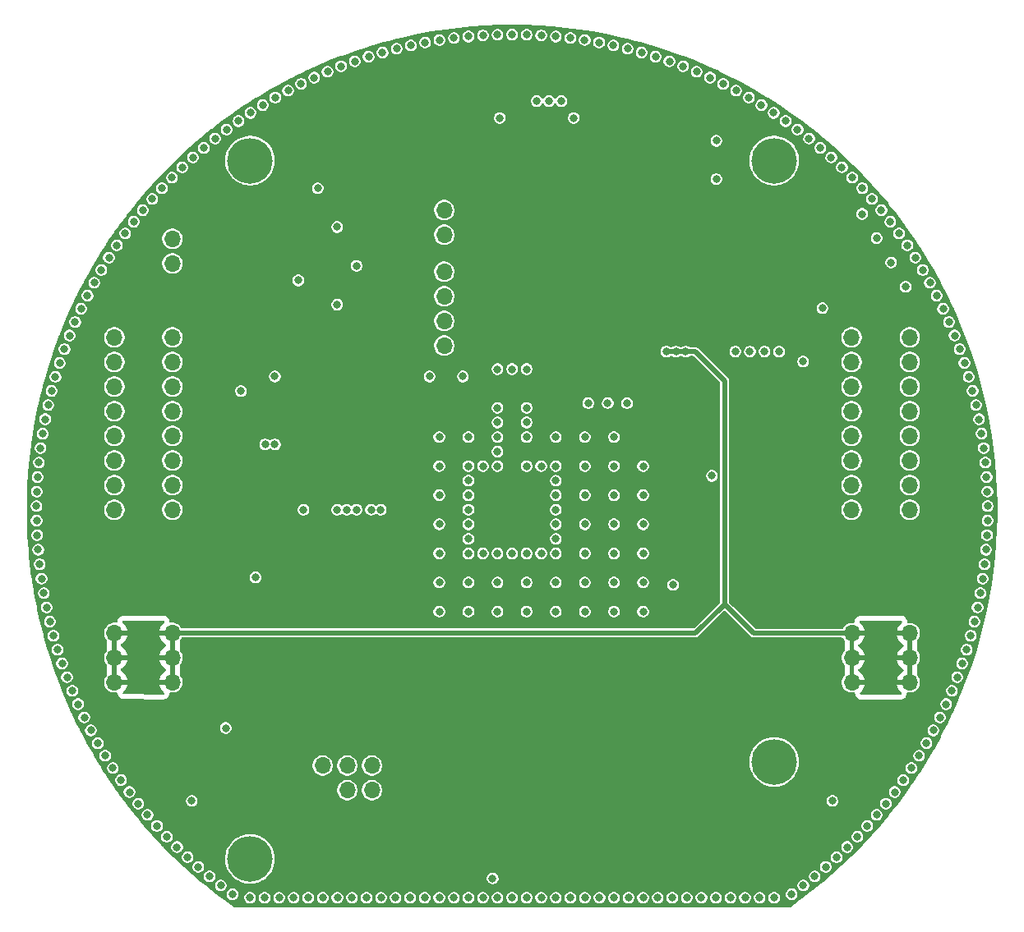
<source format=gbr>
%TF.GenerationSoftware,KiCad,Pcbnew,9.0.4*%
%TF.CreationDate,2025-08-27T20:59:25+02:00*%
%TF.ProjectId,TelemetryOnboard,54656c65-6d65-4747-9279-4f6e626f6172,rev?*%
%TF.SameCoordinates,Original*%
%TF.FileFunction,Copper,L3,Inr*%
%TF.FilePolarity,Positive*%
%FSLAX46Y46*%
G04 Gerber Fmt 4.6, Leading zero omitted, Abs format (unit mm)*
G04 Created by KiCad (PCBNEW 9.0.4) date 2025-08-27 20:59:25*
%MOMM*%
%LPD*%
G01*
G04 APERTURE LIST*
%TA.AperFunction,ComponentPad*%
%ADD10O,1.700000X1.700000*%
%TD*%
%TA.AperFunction,ComponentPad*%
%ADD11C,4.700000*%
%TD*%
%TA.AperFunction,ViaPad*%
%ADD12C,0.800000*%
%TD*%
%TA.AperFunction,Conductor*%
%ADD13C,0.500000*%
%TD*%
G04 APERTURE END LIST*
D10*
%TO.N,TX4*%
%TO.C,J1*%
X-19525016Y-26374940D03*
%TO.N,+3V3*%
X-19525016Y-28914940D03*
%TO.N,RX4*%
X-16985016Y-26374940D03*
%TO.N,GND*%
X-16985016Y-28914940D03*
%TO.N,UPDI*%
X-14445016Y-26374940D03*
%TO.N,GND*%
X-14445016Y-28914940D03*
%TD*%
D11*
%TO.N,GND*%
%TO.C,M1*%
X-27000016Y36000060D03*
%TD*%
%TO.N,GND*%
%TO.C,M3*%
X26999984Y-25999940D03*
%TD*%
D10*
%TO.N,SDA0*%
%TO.C,JL1*%
X-35000016Y17780060D03*
%TO.N,SCL0*%
X-35000016Y15240060D03*
%TO.N,GND*%
X-35000016Y12700060D03*
%TO.N,SDA2*%
X-35000016Y10160060D03*
%TO.N,SCL2*%
X-35000016Y7620060D03*
%TO.N,GND*%
X-35000016Y5080060D03*
%TO.N,D1*%
X-35000016Y2540060D03*
%TO.N,D2*%
X-35000016Y60D03*
%TD*%
%TO.N,Net-(J2-Pin_1)*%
%TO.C,J2*%
X-6990016Y30895062D03*
%TO.N,Net-(J2-Pin_2)*%
X-6990016Y28355062D03*
%TD*%
%TO.N,TX1*%
%TO.C,J5*%
X-35000016Y27940060D03*
%TO.N,RX1*%
X-35000016Y25400060D03*
%TD*%
%TO.N,+3V3*%
%TO.C,JL4*%
X-40975016Y-5079940D03*
X-40975016Y-7619940D03*
X-40975016Y-10159940D03*
%TO.N,+5V*%
X-40975016Y-12699940D03*
X-40975016Y-15239940D03*
X-40975016Y-17779940D03*
%TD*%
%TO.N,+5V*%
%TO.C,JR4*%
X40974984Y-17804940D03*
X40974984Y-15264940D03*
X40974984Y-12724940D03*
%TO.N,+3V3*%
X40974984Y-10184940D03*
X40974984Y-7644940D03*
X40974984Y-5104940D03*
%TD*%
D11*
%TO.N,GND*%
%TO.C,M4*%
X26999984Y36000060D03*
%TD*%
D10*
%TO.N,SDA0*%
%TO.C,JL3*%
X-40975016Y17780060D03*
%TO.N,SCL0*%
X-40975016Y15240060D03*
%TO.N,GND*%
X-40975016Y12700060D03*
%TO.N,SDA2*%
X-40975016Y10160060D03*
%TO.N,SCL2*%
X-40975016Y7620060D03*
%TO.N,GND*%
X-40975016Y5080060D03*
%TO.N,D1*%
X-40975016Y2540060D03*
%TO.N,D2*%
X-40975016Y60D03*
%TD*%
%TO.N,TX_L*%
%TO.C,JR1*%
X34974984Y60D03*
%TO.N,RX_L*%
X34974984Y2540060D03*
%TO.N,GND*%
X34974984Y5080060D03*
%TO.N,D3*%
X34974984Y7620060D03*
%TO.N,VCC_B*%
X34974984Y10160060D03*
%TO.N,GND*%
X34974984Y12700060D03*
%TO.N,SLP*%
X34974984Y15240060D03*
%TO.N,ARM*%
X34974984Y17780060D03*
%TD*%
%TO.N,+3V3*%
%TO.C,JL2*%
X-35000016Y-5079940D03*
X-35000016Y-7619940D03*
X-35000016Y-10159940D03*
%TO.N,+5V*%
X-35000016Y-12699940D03*
X-35000016Y-15239940D03*
X-35000016Y-17779940D03*
%TD*%
%TO.N,TX_L*%
%TO.C,JR3*%
X40974984Y60D03*
%TO.N,RX_L*%
X40974984Y2540060D03*
%TO.N,GND*%
X40974984Y5080060D03*
%TO.N,D3*%
X40974984Y7620060D03*
%TO.N,VCC_B*%
X40974984Y10160060D03*
%TO.N,GND*%
X40974984Y12700060D03*
%TO.N,SLP*%
X40974984Y15240060D03*
%TO.N,ARM*%
X40974984Y17780060D03*
%TD*%
%TO.N,MOSI*%
%TO.C,J4*%
X-6990016Y16925062D03*
%TO.N,MISO*%
X-6990016Y19465062D03*
%TO.N,SCK*%
X-6990016Y22005062D03*
%TO.N,SS*%
X-6990016Y24545062D03*
%TD*%
%TO.N,+5V*%
%TO.C,JR2*%
X34999984Y-17804940D03*
X34999984Y-15264940D03*
X34999984Y-12724940D03*
%TO.N,+3V3*%
X34999984Y-10184940D03*
X34999984Y-7644940D03*
X34999984Y-5104940D03*
%TD*%
D11*
%TO.N,GND*%
%TO.C,M2*%
X-27000016Y-35999940D03*
%TD*%
D12*
%TO.N,GND*%
X-1500016Y4500060D03*
X1499983Y14500060D03*
X20386363Y44557838D03*
X-4500016Y1500060D03*
X-42309555Y24716511D03*
X-48929548Y-2626890D03*
X41925794Y-25361850D03*
X-10432391Y47876626D03*
X28801461Y-39641773D03*
X48366990Y7850710D03*
X-47795240Y10798975D03*
X48757085Y4872954D03*
X-28190630Y40078599D03*
X-45856651Y-17267513D03*
X10499974Y4500020D03*
X8960287Y48173839D03*
X-2000015Y-37999950D03*
X13499974Y1500020D03*
X33978177Y35305618D03*
X13499984Y-39999940D03*
X40549984Y23000060D03*
X21742256Y43912172D03*
X7499985Y4500060D03*
X-24391551Y42497743D03*
X13499974Y-10499980D03*
X-36581124Y-32600899D03*
X34515218Y-34780662D03*
X13499974Y-4499980D03*
X-33433188Y-35822042D03*
X-24000016Y-39999940D03*
X-35044185Y34247778D03*
X-16Y49000060D03*
X-38509583Y-30298673D03*
X28190598Y40078599D03*
X7499974Y-10499980D03*
X37549984Y28000060D03*
X4499984Y-39999940D03*
X44077404Y-21405104D03*
X36581092Y-32600899D03*
X36077211Y33157769D03*
X-48367022Y7850710D03*
X-48241038Y-8590856D03*
X-1500017Y14500060D03*
X-21000016Y-39999940D03*
X7499985Y-1499940D03*
X42309523Y24716511D03*
X10499974Y-10499980D03*
X-25500016Y-39999940D03*
X30002754Y-38740536D03*
X-43047116Y23408331D03*
X4499984Y-2999940D03*
X10499974Y-7499980D03*
X40715902Y27262012D03*
X1499984Y-39999940D03*
X-7500015Y4500050D03*
X48883515Y3376510D03*
X7499985Y-4499940D03*
X10499974Y1500020D03*
X1501583Y48977046D03*
X31175864Y-37802910D03*
X-44077436Y-21405104D03*
X-1270016Y40400062D03*
X48481616Y-7108481D03*
X6349984Y40400062D03*
X-3000016Y4500060D03*
X-48757117Y4872954D03*
X-34515250Y-34780662D03*
X-45305950Y-18664674D03*
X-47043918Y13706675D03*
X-4500015Y-7499950D03*
X45856619Y-17267513D03*
X-36077243Y33157769D03*
X11849984Y11000062D03*
X1499984Y-4499940D03*
X-32319721Y-36829774D03*
X7479799Y48425801D03*
X-1500026Y-10499980D03*
X29405560Y39195877D03*
X5999984Y-39999940D03*
X-1500016Y7500060D03*
X-17618451Y45723038D03*
X32319689Y-36829774D03*
X13499974Y4500020D03*
X-29405592Y39195877D03*
X-28801493Y-39641773D03*
X2999984Y-4499940D03*
X-44712693Y-20044303D03*
X-7500015Y-4499950D03*
X45014576Y19356882D03*
X-22500016Y-39999940D03*
X-43744242Y22078164D03*
X-41925826Y-25361850D03*
X47955081Y-10065162D03*
X-43400776Y-22745798D03*
X-32880315Y36330294D03*
X-33978209Y35305618D03*
X-7500015Y7500050D03*
X4499984Y3000060D03*
X44400246Y20727257D03*
X-6000016Y-39999940D03*
X45305918Y-18664674D03*
X-4500016Y4500060D03*
X-25682431Y41730307D03*
X-46115878Y16562887D03*
X38040724Y30885365D03*
X-39419998Y-29104321D03*
X-4500026Y-10499980D03*
X-1500015Y-7499940D03*
X-19500016Y-39999940D03*
X48826033Y-4125097D03*
X20999984Y-39999940D03*
X39049984Y25500060D03*
X10432359Y47876626D03*
X37076381Y32036613D03*
X-27937516Y12240060D03*
X45586621Y17968323D03*
X-1500016Y6000060D03*
X43400744Y-22745798D03*
X16208969Y46241479D03*
X4499985Y7500050D03*
X-18025016Y21152560D03*
X33433156Y-35822042D03*
X31751505Y37320844D03*
X7499985Y1500060D03*
X22499984Y-39999940D03*
X-1500016Y10500060D03*
X-5992317Y48632275D03*
X4499984Y-4499940D03*
X-1501615Y48977046D03*
X38969335Y29705105D03*
X13499974Y-1499980D03*
X-38969367Y29705105D03*
X-4500016Y-1499940D03*
X-4500016Y60D03*
X-40715934Y27262012D03*
X-27000016Y-39999940D03*
X-37076413Y32036613D03*
X1499974Y-10499980D03*
X24391519Y42497743D03*
X-3000016Y-39999940D03*
X25499984Y-39999940D03*
X-4499174Y48793068D03*
X-10500016Y-39999940D03*
X-39861372Y28496942D03*
X-48987070Y-1126217D03*
X36049984Y30500060D03*
X21049984Y34090060D03*
X-29500000Y-22500000D03*
X20579984Y3500060D03*
X43047084Y23408331D03*
X-37562996Y-31464564D03*
X-20386395Y44557838D03*
X-40293384Y-27882631D03*
X-1500016Y-39999940D03*
X4499984Y4500060D03*
X-31751537Y37320844D03*
X-14784325Y46716483D03*
X-48883547Y3376510D03*
X48584856Y6364822D03*
X46364244Y-15854132D03*
X-46364276Y-15854132D03*
X-8500026Y13740060D03*
X47624110Y-11530013D03*
X8999984Y-39999940D03*
X32880283Y36330294D03*
X10499984Y-39999940D03*
X-48103724Y9329224D03*
X39861340Y28496942D03*
X4499974Y-10499980D03*
X4499984Y1500060D03*
X2999984Y4500060D03*
X-46601785Y15141893D03*
X-17Y14500060D03*
X-45014608Y19356882D03*
X10499974Y-1499980D03*
X48929516Y-2626890D03*
X48964027Y1876894D03*
X48676686Y-5619428D03*
X11999984Y-39999940D03*
X38509551Y-30298673D03*
X3001772Y48908027D03*
X-21500016Y60D03*
X35044153Y34247778D03*
X-45586653Y17968323D03*
X17999984Y-39999940D03*
X-30592933Y38276338D03*
X32999984Y-30024940D03*
X4499984Y-1499940D03*
X-48676718Y-5619428D03*
X48998546Y375515D03*
X1499984Y7500060D03*
X-15000016Y-39999940D03*
X-47624142Y-11530013D03*
X-11894663Y47534441D03*
X-44400278Y20727257D03*
X13499974Y-7499980D03*
X-48998578Y375515D03*
X48241006Y-8590856D03*
X-33000016Y-30024940D03*
X-42683348Y-24065127D03*
X-1500016Y9000060D03*
X14999984Y-39999940D03*
X1499984Y10500060D03*
X-48481648Y-7108481D03*
X25682399Y41730307D03*
X21049984Y38040060D03*
X43744210Y22078164D03*
X42683316Y-24065127D03*
X-48964059Y1876894D03*
X-26949188Y40923673D03*
X-3000016Y-4499940D03*
X-18000016Y-39999940D03*
X17618419Y45723038D03*
X-16Y-4499940D03*
X-23077758Y43225259D03*
X10499974Y-4499980D03*
X41532219Y26001473D03*
X1499984Y9000060D03*
X19499984Y-39999940D03*
X47795208Y10798975D03*
X39419966Y-29104321D03*
X-21742288Y43912172D03*
X16499984Y-39999940D03*
X23077726Y43225259D03*
X-3001804Y48908027D03*
X-8960319Y48173839D03*
X-7500016Y-39999940D03*
X-4500015Y7500050D03*
X-4500016Y-2999940D03*
X1499984Y4500060D03*
X40293352Y-27882631D03*
X-16209001Y46241479D03*
X-16Y-39999940D03*
X13345730Y47147606D03*
X-16500016Y-39999940D03*
X-47955113Y-10065162D03*
X37562964Y-31464564D03*
X-35564890Y-33706612D03*
X-13345762Y47147606D03*
X46601753Y15141893D03*
X-7500015Y-7499950D03*
X2999984Y-39999940D03*
X-7500015Y1500050D03*
X30592901Y38276338D03*
X7499985Y-7499950D03*
X-47441861Y12258583D03*
X4499985Y-7499940D03*
X47043886Y13706675D03*
X4499142Y48793068D03*
X-48584888Y6364822D03*
X46115846Y16562887D03*
X4499984Y60D03*
X5992285Y48632275D03*
X11894631Y47534441D03*
X-4500016Y3000060D03*
X-12000016Y-39999940D03*
X-7500015Y-1499950D03*
X-7479831Y48425801D03*
X9849984Y11000062D03*
X26999984Y-39999940D03*
X47248405Y-12984034D03*
X48987038Y-1126217D03*
X-31175896Y-37802910D03*
X-47248437Y-12984034D03*
X-46828350Y-14425858D03*
X14784293Y46716483D03*
X-7500026Y-10499980D03*
X31974984Y20780060D03*
X7499984Y-39999940D03*
X10499974Y7500020D03*
X41128890Y-26634750D03*
X-1500016Y-4499940D03*
X48103692Y9329224D03*
X47441829Y12258583D03*
X-9000016Y-39999940D03*
X7849984Y11000062D03*
X46828318Y-14425858D03*
X-13500016Y-39999940D03*
X-24437516Y13740060D03*
X-4500016Y-4499940D03*
X44712661Y-20044303D03*
X1499985Y-7499940D03*
X7499985Y7500050D03*
X-41128922Y-26634750D03*
X26949156Y40923673D03*
X35564858Y-33706612D03*
X-41532251Y26001473D03*
X-38040756Y30885365D03*
X23999984Y-39999940D03*
X19011320Y45161649D03*
X-16025016Y25152560D03*
X-4500016Y-39999940D03*
X-19011352Y45161649D03*
X-30002786Y-38740536D03*
X-5075016Y13740060D03*
X-48826065Y-4125097D03*
%TO.N,+3V3*%
X-23525016Y29152560D03*
X6849984Y10000062D03*
X10849984Y10000062D03*
X-7150016Y13740060D03*
X8849984Y10000062D03*
X-10525016Y35140060D03*
X-23000016Y60D03*
X-18025016Y23152560D03*
X20579984Y-3499940D03*
X-10525016Y25115060D03*
X-16025016Y40400062D03*
X-25937516Y12240060D03*
X-15255016Y-6119940D03*
X-21565016Y-6119940D03*
%TO.N,ARM*%
X-24437516Y6740060D03*
X29974984Y15280060D03*
%TO.N,SLP*%
X-25437516Y6740060D03*
%TO.N,D3*%
X-26437516Y-6967440D03*
%TO.N,+5V*%
X17889984Y16310062D03*
X16889984Y16310062D03*
X15889984Y16310062D03*
%TO.N,RTS*%
X3809984Y42150062D03*
X-22025016Y23652560D03*
%TO.N,CFG*%
X-20025016Y33152560D03*
X2539984Y42150062D03*
%TO.N,RST*%
X16579984Y-7739940D03*
X-13525016Y60D03*
%TO.N,CTS*%
X5079984Y42150062D03*
X-18025016Y29152560D03*
%TO.N,Net-(U1-PF2)*%
X-14525016Y60D03*
X22999984Y16310062D03*
%TO.N,Net-(U1-PE7)*%
X-16025016Y60D03*
X24499984Y16310062D03*
%TO.N,Net-(U1-PE5)*%
X-17025016Y60D03*
X25999984Y16310062D03*
%TO.N,Net-(U1-PE3)*%
X27499984Y16310062D03*
X-18025016Y60D03*
%TD*%
D13*
%TO.N,+5V*%
X24889984Y-12724940D02*
X34999984Y-12724940D01*
X18889984Y16310062D02*
X21889984Y13310062D01*
X18889984Y-12724940D02*
X18864984Y-12699940D01*
X21889984Y-9724940D02*
X18889984Y-12724940D01*
X21889984Y-9724940D02*
X24889984Y-12724940D01*
X21889984Y13310062D02*
X21889984Y-9724940D01*
X18864984Y-12699940D02*
X-35000016Y-12699940D01*
X15889984Y16310062D02*
X18889984Y16310062D01*
%TD*%
%TA.AperFunction,Conductor*%
%TO.N,+5V*%
G36*
X-35863362Y-11449625D02*
G01*
X-35817607Y-11502429D01*
X-35807663Y-11571587D01*
X-35836688Y-11635143D01*
X-35857516Y-11654259D01*
X-35879482Y-11670218D01*
X-36029739Y-11820475D01*
X-36029743Y-11820480D01*
X-36154636Y-11992382D01*
X-36251111Y-12181722D01*
X-36316773Y-12383810D01*
X-36316773Y-12383813D01*
X-36327247Y-12449940D01*
X-35433028Y-12449940D01*
X-35465941Y-12506947D01*
X-35500016Y-12634114D01*
X-35500016Y-12765766D01*
X-35465941Y-12892933D01*
X-35433028Y-12949940D01*
X-36327247Y-12949940D01*
X-36316773Y-13016066D01*
X-36316773Y-13016069D01*
X-36251111Y-13218157D01*
X-36154636Y-13407497D01*
X-36029743Y-13579399D01*
X-36029739Y-13579404D01*
X-35879480Y-13729663D01*
X-35879475Y-13729667D01*
X-35707574Y-13854560D01*
X-35697970Y-13859454D01*
X-35647173Y-13907428D01*
X-35630377Y-13975248D01*
X-35652913Y-14041384D01*
X-35697970Y-14080426D01*
X-35707574Y-14085319D01*
X-35879475Y-14210212D01*
X-35879480Y-14210216D01*
X-36029739Y-14360475D01*
X-36029743Y-14360480D01*
X-36154636Y-14532382D01*
X-36251111Y-14721722D01*
X-36316773Y-14923810D01*
X-36316773Y-14923813D01*
X-36327247Y-14989940D01*
X-35433028Y-14989940D01*
X-35465941Y-15046947D01*
X-35500016Y-15174114D01*
X-35500016Y-15305766D01*
X-35465941Y-15432933D01*
X-35433028Y-15489940D01*
X-36327247Y-15489940D01*
X-36316773Y-15556066D01*
X-36316773Y-15556069D01*
X-36251111Y-15758157D01*
X-36154636Y-15947497D01*
X-36029743Y-16119399D01*
X-36029739Y-16119404D01*
X-35879480Y-16269663D01*
X-35879475Y-16269667D01*
X-35707574Y-16394560D01*
X-35697970Y-16399454D01*
X-35647173Y-16447428D01*
X-35630377Y-16515248D01*
X-35652913Y-16581384D01*
X-35697970Y-16620426D01*
X-35707574Y-16625319D01*
X-35879475Y-16750212D01*
X-35879480Y-16750216D01*
X-36029739Y-16900475D01*
X-36029743Y-16900480D01*
X-36154636Y-17072382D01*
X-36251111Y-17261722D01*
X-36316773Y-17463810D01*
X-36316773Y-17463813D01*
X-36327247Y-17529940D01*
X-35433028Y-17529940D01*
X-35465941Y-17586947D01*
X-35500016Y-17714114D01*
X-35500016Y-17845766D01*
X-35465941Y-17972933D01*
X-35433028Y-18029940D01*
X-36327247Y-18029940D01*
X-36316773Y-18096066D01*
X-36316773Y-18096069D01*
X-36251111Y-18298157D01*
X-36154636Y-18487497D01*
X-36029743Y-18659399D01*
X-36029739Y-18659404D01*
X-35879483Y-18809660D01*
X-35874278Y-18813442D01*
X-35831608Y-18868769D01*
X-35825624Y-18938382D01*
X-35858225Y-19000180D01*
X-35919061Y-19034541D01*
X-35947931Y-19037764D01*
X-39999744Y-19012441D01*
X-40066659Y-18992337D01*
X-40112083Y-18939249D01*
X-40121594Y-18870029D01*
X-40092173Y-18806656D01*
X-40086650Y-18800762D01*
X-39945292Y-18659404D01*
X-39945288Y-18659399D01*
X-39820395Y-18487497D01*
X-39723920Y-18298157D01*
X-39658258Y-18096069D01*
X-39658258Y-18096066D01*
X-39647785Y-18029940D01*
X-40542004Y-18029940D01*
X-40509091Y-17972933D01*
X-40475016Y-17845766D01*
X-40475016Y-17714114D01*
X-40509091Y-17586947D01*
X-40542004Y-17529940D01*
X-39647785Y-17529940D01*
X-39658258Y-17463813D01*
X-39658258Y-17463810D01*
X-39723920Y-17261722D01*
X-39820395Y-17072382D01*
X-39945288Y-16900480D01*
X-39945292Y-16900475D01*
X-40095551Y-16750216D01*
X-40095556Y-16750212D01*
X-40267460Y-16625317D01*
X-40277064Y-16620424D01*
X-40327860Y-16572449D01*
X-40344654Y-16504628D01*
X-40322116Y-16438493D01*
X-40277064Y-16399456D01*
X-40267460Y-16394562D01*
X-40095556Y-16269667D01*
X-40095551Y-16269663D01*
X-39945292Y-16119404D01*
X-39945288Y-16119399D01*
X-39820395Y-15947497D01*
X-39723920Y-15758157D01*
X-39658258Y-15556069D01*
X-39658258Y-15556066D01*
X-39647785Y-15489940D01*
X-40542004Y-15489940D01*
X-40509091Y-15432933D01*
X-40475016Y-15305766D01*
X-40475016Y-15174114D01*
X-40509091Y-15046947D01*
X-40542004Y-14989940D01*
X-39647785Y-14989940D01*
X-39658258Y-14923813D01*
X-39658258Y-14923810D01*
X-39723920Y-14721722D01*
X-39820395Y-14532382D01*
X-39945288Y-14360480D01*
X-39945292Y-14360475D01*
X-40095551Y-14210216D01*
X-40095556Y-14210212D01*
X-40267460Y-14085317D01*
X-40277064Y-14080424D01*
X-40327860Y-14032449D01*
X-40344654Y-13964628D01*
X-40322116Y-13898493D01*
X-40277064Y-13859456D01*
X-40267460Y-13854562D01*
X-40095556Y-13729667D01*
X-40095551Y-13729663D01*
X-39945292Y-13579404D01*
X-39945288Y-13579399D01*
X-39820395Y-13407497D01*
X-39723920Y-13218157D01*
X-39658258Y-13016069D01*
X-39658258Y-13016066D01*
X-39647785Y-12949940D01*
X-40542004Y-12949940D01*
X-40509091Y-12892933D01*
X-40475016Y-12765766D01*
X-40475016Y-12634114D01*
X-40509091Y-12506947D01*
X-40542004Y-12449940D01*
X-39647785Y-12449940D01*
X-39658258Y-12383813D01*
X-39658258Y-12383810D01*
X-39723920Y-12181722D01*
X-39820395Y-11992382D01*
X-39945288Y-11820480D01*
X-39945292Y-11820475D01*
X-40095549Y-11670218D01*
X-40117516Y-11654259D01*
X-40160182Y-11598929D01*
X-40166161Y-11529316D01*
X-40133556Y-11467520D01*
X-40072717Y-11433163D01*
X-40044631Y-11429940D01*
X-35930401Y-11429940D01*
X-35863362Y-11449625D01*
G37*
%TD.AperFunction*%
%TA.AperFunction,Conductor*%
G36*
X-40725016Y-17346928D02*
G01*
X-40782023Y-17314015D01*
X-40909190Y-17279940D01*
X-41040842Y-17279940D01*
X-41168009Y-17314015D01*
X-41225016Y-17346928D01*
X-41225016Y-15672952D01*
X-41168009Y-15705865D01*
X-41040842Y-15739940D01*
X-40909190Y-15739940D01*
X-40782023Y-15705865D01*
X-40725016Y-15672952D01*
X-40725016Y-17346928D01*
G37*
%TD.AperFunction*%
%TA.AperFunction,Conductor*%
G36*
X-34750016Y-17346928D02*
G01*
X-34807023Y-17314015D01*
X-34934190Y-17279940D01*
X-35065842Y-17279940D01*
X-35193009Y-17314015D01*
X-35250016Y-17346928D01*
X-35250016Y-15672952D01*
X-35193009Y-15705865D01*
X-35065842Y-15739940D01*
X-34934190Y-15739940D01*
X-34807023Y-15705865D01*
X-34750016Y-15672952D01*
X-34750016Y-17346928D01*
G37*
%TD.AperFunction*%
%TA.AperFunction,Conductor*%
G36*
X-40725016Y-14806928D02*
G01*
X-40782023Y-14774015D01*
X-40909190Y-14739940D01*
X-41040842Y-14739940D01*
X-41168009Y-14774015D01*
X-41225016Y-14806928D01*
X-41225016Y-13132952D01*
X-41168009Y-13165865D01*
X-41040842Y-13199940D01*
X-40909190Y-13199940D01*
X-40782023Y-13165865D01*
X-40725016Y-13132952D01*
X-40725016Y-14806928D01*
G37*
%TD.AperFunction*%
%TA.AperFunction,Conductor*%
G36*
X-34750016Y-14806928D02*
G01*
X-34807023Y-14774015D01*
X-34934190Y-14739940D01*
X-35065842Y-14739940D01*
X-35193009Y-14774015D01*
X-35250016Y-14806928D01*
X-35250016Y-13132952D01*
X-35193009Y-13165865D01*
X-35065842Y-13199940D01*
X-34934190Y-13199940D01*
X-34807023Y-13165865D01*
X-34750016Y-13132952D01*
X-34750016Y-14806928D01*
G37*
%TD.AperFunction*%
%TD*%
%TA.AperFunction,Conductor*%
%TO.N,+5V*%
G36*
X40146048Y-11449625D02*
G01*
X40191803Y-11502429D01*
X40201747Y-11571587D01*
X40172722Y-11635143D01*
X40151894Y-11654259D01*
X40095517Y-11695218D01*
X39945260Y-11845475D01*
X39945256Y-11845480D01*
X39820363Y-12017382D01*
X39723888Y-12206722D01*
X39658226Y-12408810D01*
X39658226Y-12408813D01*
X39647753Y-12474940D01*
X40541972Y-12474940D01*
X40509059Y-12531947D01*
X40474984Y-12659114D01*
X40474984Y-12790766D01*
X40509059Y-12917933D01*
X40541972Y-12974940D01*
X39647753Y-12974940D01*
X39658226Y-13041066D01*
X39658226Y-13041069D01*
X39723888Y-13243157D01*
X39820363Y-13432497D01*
X39945256Y-13604399D01*
X39945260Y-13604404D01*
X40095519Y-13754663D01*
X40095524Y-13754667D01*
X40267428Y-13879562D01*
X40277032Y-13884456D01*
X40327828Y-13932431D01*
X40344622Y-14000252D01*
X40322084Y-14066387D01*
X40277032Y-14105424D01*
X40267428Y-14110317D01*
X40095524Y-14235212D01*
X40095519Y-14235216D01*
X39945260Y-14385475D01*
X39945256Y-14385480D01*
X39820363Y-14557382D01*
X39723888Y-14746722D01*
X39658226Y-14948810D01*
X39658226Y-14948813D01*
X39647753Y-15014940D01*
X40541972Y-15014940D01*
X40509059Y-15071947D01*
X40474984Y-15199114D01*
X40474984Y-15330766D01*
X40509059Y-15457933D01*
X40541972Y-15514940D01*
X39647753Y-15514940D01*
X39658226Y-15581066D01*
X39658226Y-15581069D01*
X39723888Y-15783157D01*
X39820363Y-15972497D01*
X39945256Y-16144399D01*
X39945260Y-16144404D01*
X40095519Y-16294663D01*
X40095524Y-16294667D01*
X40267428Y-16419562D01*
X40277032Y-16424456D01*
X40327828Y-16472431D01*
X40344622Y-16540252D01*
X40322084Y-16606387D01*
X40277032Y-16645424D01*
X40267428Y-16650317D01*
X40095524Y-16775212D01*
X40095519Y-16775216D01*
X39945260Y-16925475D01*
X39945256Y-16925480D01*
X39820363Y-17097382D01*
X39723888Y-17286722D01*
X39658226Y-17488810D01*
X39658226Y-17488813D01*
X39647753Y-17554940D01*
X40541972Y-17554940D01*
X40509059Y-17611947D01*
X40474984Y-17739114D01*
X40474984Y-17870766D01*
X40509059Y-17997933D01*
X40541972Y-18054940D01*
X39647753Y-18054940D01*
X39658226Y-18121066D01*
X39658226Y-18121069D01*
X39723888Y-18323157D01*
X39820363Y-18512497D01*
X39945256Y-18684399D01*
X39945260Y-18684404D01*
X40098963Y-18838107D01*
X40097293Y-18839776D01*
X40130182Y-18890146D01*
X40130686Y-18960014D01*
X40093338Y-19019064D01*
X40029993Y-19048547D01*
X40011460Y-19049940D01*
X35963508Y-19049940D01*
X35896469Y-19030255D01*
X35850714Y-18977451D01*
X35840770Y-18908293D01*
X35869795Y-18844737D01*
X35876238Y-18838340D01*
X35876005Y-18838107D01*
X36029707Y-18684404D01*
X36029711Y-18684399D01*
X36154604Y-18512497D01*
X36251079Y-18323157D01*
X36316741Y-18121069D01*
X36316741Y-18121066D01*
X36327215Y-18054940D01*
X35432996Y-18054940D01*
X35465909Y-17997933D01*
X35499984Y-17870766D01*
X35499984Y-17739114D01*
X35465909Y-17611947D01*
X35432996Y-17554940D01*
X36327215Y-17554940D01*
X36316741Y-17488813D01*
X36316741Y-17488810D01*
X36251079Y-17286722D01*
X36154604Y-17097382D01*
X36029711Y-16925480D01*
X36029707Y-16925475D01*
X35879448Y-16775216D01*
X35879443Y-16775212D01*
X35707542Y-16650319D01*
X35697938Y-16645426D01*
X35647141Y-16597452D01*
X35630345Y-16529632D01*
X35652881Y-16463496D01*
X35697938Y-16424454D01*
X35707542Y-16419560D01*
X35879443Y-16294667D01*
X35879448Y-16294663D01*
X36029707Y-16144404D01*
X36029711Y-16144399D01*
X36154604Y-15972497D01*
X36251079Y-15783157D01*
X36316741Y-15581069D01*
X36316741Y-15581066D01*
X36327215Y-15514940D01*
X35432996Y-15514940D01*
X35465909Y-15457933D01*
X35499984Y-15330766D01*
X35499984Y-15199114D01*
X35465909Y-15071947D01*
X35432996Y-15014940D01*
X36327215Y-15014940D01*
X36316741Y-14948813D01*
X36316741Y-14948810D01*
X36251079Y-14746722D01*
X36154604Y-14557382D01*
X36029711Y-14385480D01*
X36029707Y-14385475D01*
X35879448Y-14235216D01*
X35879443Y-14235212D01*
X35707542Y-14110319D01*
X35697938Y-14105426D01*
X35647141Y-14057452D01*
X35630345Y-13989632D01*
X35652881Y-13923496D01*
X35697938Y-13884454D01*
X35707542Y-13879560D01*
X35879443Y-13754667D01*
X35879448Y-13754663D01*
X36029707Y-13604404D01*
X36029711Y-13604399D01*
X36154604Y-13432497D01*
X36251079Y-13243157D01*
X36316741Y-13041069D01*
X36316741Y-13041066D01*
X36327215Y-12974940D01*
X35432996Y-12974940D01*
X35465909Y-12917933D01*
X35499984Y-12790766D01*
X35499984Y-12659114D01*
X35465909Y-12531947D01*
X35432996Y-12474940D01*
X36327215Y-12474940D01*
X36316741Y-12408813D01*
X36316741Y-12408810D01*
X36251079Y-12206722D01*
X36154604Y-12017382D01*
X36029711Y-11845480D01*
X36029707Y-11845475D01*
X35879450Y-11695218D01*
X35823074Y-11654259D01*
X35780408Y-11598929D01*
X35774429Y-11529316D01*
X35807034Y-11467520D01*
X35867873Y-11433163D01*
X35895959Y-11429940D01*
X40079009Y-11429940D01*
X40146048Y-11449625D01*
G37*
%TD.AperFunction*%
%TA.AperFunction,Conductor*%
G36*
X35249984Y-17371928D02*
G01*
X35192977Y-17339015D01*
X35065810Y-17304940D01*
X34934158Y-17304940D01*
X34806991Y-17339015D01*
X34749984Y-17371928D01*
X34749984Y-15697952D01*
X34806991Y-15730865D01*
X34934158Y-15764940D01*
X35065810Y-15764940D01*
X35192977Y-15730865D01*
X35249984Y-15697952D01*
X35249984Y-17371928D01*
G37*
%TD.AperFunction*%
%TA.AperFunction,Conductor*%
G36*
X41224984Y-17371928D02*
G01*
X41167977Y-17339015D01*
X41040810Y-17304940D01*
X40909158Y-17304940D01*
X40781991Y-17339015D01*
X40724984Y-17371928D01*
X40724984Y-15697952D01*
X40781991Y-15730865D01*
X40909158Y-15764940D01*
X41040810Y-15764940D01*
X41167977Y-15730865D01*
X41224984Y-15697952D01*
X41224984Y-17371928D01*
G37*
%TD.AperFunction*%
%TA.AperFunction,Conductor*%
G36*
X35249984Y-14831928D02*
G01*
X35192977Y-14799015D01*
X35065810Y-14764940D01*
X34934158Y-14764940D01*
X34806991Y-14799015D01*
X34749984Y-14831928D01*
X34749984Y-13157952D01*
X34806991Y-13190865D01*
X34934158Y-13224940D01*
X35065810Y-13224940D01*
X35192977Y-13190865D01*
X35249984Y-13157952D01*
X35249984Y-14831928D01*
G37*
%TD.AperFunction*%
%TA.AperFunction,Conductor*%
G36*
X41224984Y-14831928D02*
G01*
X41167977Y-14799015D01*
X41040810Y-14764940D01*
X40909158Y-14764940D01*
X40781991Y-14799015D01*
X40724984Y-14831928D01*
X40724984Y-13157952D01*
X40781991Y-13190865D01*
X40909158Y-13224940D01*
X41040810Y-13224940D01*
X41167977Y-13190865D01*
X41224984Y-13157952D01*
X41224984Y-14831928D01*
G37*
%TD.AperFunction*%
%TD*%
%TA.AperFunction,Conductor*%
%TO.N,+3V3*%
G36*
X1383037Y49980401D02*
G01*
X1386471Y49980306D01*
X2766751Y49922924D01*
X2770180Y49922734D01*
X4148344Y49827146D01*
X4151767Y49826861D01*
X5526768Y49693139D01*
X5530181Y49692759D01*
X6900919Y49521010D01*
X6904321Y49520536D01*
X8269796Y49310886D01*
X8273183Y49310318D01*
X9632340Y49062928D01*
X9635710Y49062266D01*
X10987472Y48777334D01*
X10990823Y48776579D01*
X12292681Y48464272D01*
X12293343Y48464111D01*
X12344973Y48451425D01*
X12347639Y48450739D01*
X13593769Y48115044D01*
X13594502Y48114844D01*
X13694049Y48087372D01*
X13696620Y48086632D01*
X14894694Y47728011D01*
X14895497Y47727768D01*
X15032110Y47685866D01*
X15034584Y47685079D01*
X16191966Y47303407D01*
X16192837Y47303116D01*
X16358264Y47247201D01*
X16360639Y47246371D01*
X17482331Y46841693D01*
X17483269Y46841350D01*
X17671382Y46771766D01*
X17673659Y46770899D01*
X18763968Y46343057D01*
X18764970Y46342659D01*
X18970407Y46259976D01*
X18972584Y46259075D01*
X20034587Y45808012D01*
X20035651Y45807555D01*
X20254312Y45712264D01*
X20256391Y45711335D01*
X21292621Y45236926D01*
X21293744Y45236405D01*
X21522098Y45129088D01*
X21524077Y45128136D01*
X22536497Y44630263D01*
X22537677Y44629675D01*
X22772715Y44510972D01*
X22774596Y44510002D01*
X23764855Y43988484D01*
X23766088Y43987826D01*
X24005188Y43858441D01*
X24006972Y43857456D01*
X24976377Y43312104D01*
X24977660Y43311372D01*
X25218541Y43172056D01*
X25220227Y43171063D01*
X26169767Y42601703D01*
X26171098Y42600894D01*
X26411813Y42452416D01*
X26413403Y42451418D01*
X27344011Y41857765D01*
X27345380Y41856879D01*
X27460398Y41781352D01*
X27583950Y41700221D01*
X27585445Y41699223D01*
X28616492Y41000582D01*
X28619317Y40998610D01*
X29635735Y40267875D01*
X29637172Y40266826D01*
X29865572Y40097599D01*
X29866912Y40096592D01*
X30749958Y39423643D01*
X30751405Y39422524D01*
X30974028Y39247618D01*
X30975300Y39246605D01*
X31840373Y38548408D01*
X31841827Y38547216D01*
X32058100Y38367180D01*
X32059304Y38366164D01*
X32906034Y37642898D01*
X32907492Y37641633D01*
X33116740Y37457185D01*
X33117878Y37456170D01*
X33946270Y36707655D01*
X33947730Y36706314D01*
X34149150Y36518381D01*
X34150221Y36517370D01*
X34960019Y35743596D01*
X34961477Y35742180D01*
X35154634Y35551462D01*
X35155641Y35550456D01*
X35946592Y34751360D01*
X35948045Y34749867D01*
X36132243Y34557410D01*
X36133187Y34556413D01*
X36905153Y33731756D01*
X36906597Y33730186D01*
X37081296Y33537004D01*
X37082178Y33536019D01*
X37834951Y32685558D01*
X37836385Y32683909D01*
X38001074Y32491105D01*
X38001893Y32490135D01*
X38735140Y31613696D01*
X38736560Y31611968D01*
X38890766Y31420745D01*
X38891527Y31419792D01*
X39605124Y30516865D01*
X39606525Y30515058D01*
X39749752Y30326795D01*
X39750455Y30325862D01*
X40444184Y29395939D01*
X40445564Y29394052D01*
X40577200Y29210477D01*
X40577847Y29209566D01*
X41251531Y28251955D01*
X41252887Y28249988D01*
X41372840Y28072303D01*
X41373433Y28071416D01*
X42026632Y27085658D01*
X42027959Y27083612D01*
X42135571Y26914061D01*
X42136113Y26913200D01*
X42768861Y25897959D01*
X42770156Y25895833D01*
X42865037Y25736559D01*
X42865528Y25735728D01*
X43477579Y24689862D01*
X43478840Y24687656D01*
X43560632Y24541082D01*
X43561075Y24540281D01*
X44152247Y23462263D01*
X44153469Y23459979D01*
X44221756Y23329039D01*
X44222153Y23328271D01*
X44792318Y22216141D01*
X44793498Y22213777D01*
X44847991Y22101664D01*
X44848344Y22100931D01*
X45397234Y20952562D01*
X45398369Y20950120D01*
X45438783Y20860622D01*
X45439095Y20859926D01*
X45966577Y19672391D01*
X45967663Y19669871D01*
X45993711Y19607546D01*
X45993983Y19606889D01*
X46499869Y18376669D01*
X46500903Y18374071D01*
X46512163Y18344831D01*
X46512399Y18344216D01*
X46995979Y17068274D01*
X46997158Y17065026D01*
X47453305Y15752195D01*
X47454394Y15748915D01*
X47873798Y14423840D01*
X47874794Y14420531D01*
X48257101Y13084326D01*
X48258005Y13080992D01*
X48602935Y11734649D01*
X48603746Y11731290D01*
X48911030Y10375849D01*
X48911747Y10372468D01*
X49181143Y9009001D01*
X49181766Y9005602D01*
X49413071Y7635125D01*
X49413598Y7631711D01*
X49606625Y6255350D01*
X49607057Y6251921D01*
X49761655Y4870740D01*
X49761992Y4867301D01*
X49878051Y3482283D01*
X49878291Y3478836D01*
X49955710Y2091201D01*
X49955855Y2087749D01*
X49994582Y698427D01*
X49994630Y694972D01*
X49994630Y-694852D01*
X49994582Y-698307D01*
X49955855Y-2087629D01*
X49955710Y-2091081D01*
X49878291Y-3478716D01*
X49878051Y-3482163D01*
X49761992Y-4867181D01*
X49761655Y-4870620D01*
X49607057Y-6251801D01*
X49606625Y-6255230D01*
X49413598Y-7631591D01*
X49413071Y-7635005D01*
X49181766Y-9005482D01*
X49181143Y-9008881D01*
X48911747Y-10372348D01*
X48911030Y-10375729D01*
X48603746Y-11731170D01*
X48602935Y-11734529D01*
X48258005Y-13080872D01*
X48257101Y-13084206D01*
X47874794Y-14420411D01*
X47873798Y-14423720D01*
X47454394Y-15748795D01*
X47453305Y-15752075D01*
X46997158Y-17064906D01*
X46995979Y-17068153D01*
X46512415Y-18344053D01*
X46512179Y-18344670D01*
X46500898Y-18373964D01*
X46499864Y-18376561D01*
X45993975Y-19606789D01*
X45993702Y-19607447D01*
X45967665Y-19669744D01*
X45966580Y-19672263D01*
X45439102Y-20859790D01*
X45438790Y-20860486D01*
X45398366Y-20950006D01*
X45397231Y-20952448D01*
X44848356Y-22100786D01*
X44848003Y-22101519D01*
X44793495Y-22213661D01*
X44792315Y-22216025D01*
X44222138Y-23328179D01*
X44221741Y-23328946D01*
X44153480Y-23459839D01*
X44152258Y-23462124D01*
X43561054Y-24540198D01*
X43560611Y-24540998D01*
X43478849Y-24687521D01*
X43477588Y-24689728D01*
X42865512Y-25735635D01*
X42865021Y-25736466D01*
X42770166Y-25895697D01*
X42768871Y-25897823D01*
X42136088Y-26913121D01*
X42135546Y-26913982D01*
X42027971Y-27083474D01*
X42026644Y-27085520D01*
X41373414Y-28071325D01*
X41372821Y-28072212D01*
X41252877Y-28249884D01*
X41251522Y-28251851D01*
X40818491Y-28867385D01*
X40596189Y-29183378D01*
X40577934Y-29209326D01*
X40577286Y-29210237D01*
X40445542Y-29393962D01*
X40444162Y-29395849D01*
X39750450Y-30325749D01*
X39749747Y-30326682D01*
X39606529Y-30514933D01*
X39605128Y-30516740D01*
X38891598Y-31419583D01*
X38890837Y-31420536D01*
X38736556Y-31611852D01*
X38735136Y-31613580D01*
X38001887Y-32490021D01*
X38001068Y-32490991D01*
X37836354Y-32683824D01*
X37834920Y-32685473D01*
X37082169Y-33535909D01*
X37081288Y-33536894D01*
X36906603Y-33730061D01*
X36905158Y-33731631D01*
X36133192Y-34556288D01*
X36132248Y-34557285D01*
X35948047Y-34749745D01*
X35946594Y-34751238D01*
X35155659Y-35550319D01*
X35154652Y-35551325D01*
X34961478Y-35742060D01*
X34960020Y-35743476D01*
X34150226Y-36517245D01*
X34149155Y-36518256D01*
X33947740Y-36706185D01*
X33946280Y-36707526D01*
X33117887Y-37456041D01*
X33116750Y-37457056D01*
X32907494Y-37641512D01*
X32906035Y-37642777D01*
X32059319Y-38366031D01*
X32058115Y-38367047D01*
X31841813Y-38547108D01*
X31840359Y-38548300D01*
X30975323Y-39246466D01*
X30974051Y-39247479D01*
X30751382Y-39422421D01*
X30749935Y-39423540D01*
X29866927Y-40096461D01*
X29865587Y-40097469D01*
X29637159Y-40266716D01*
X29635722Y-40267764D01*
X28650433Y-40976121D01*
X28584510Y-40999272D01*
X28578050Y-40999440D01*
X-28578082Y-40999440D01*
X-28645121Y-40979755D01*
X-28650465Y-40976121D01*
X-29635754Y-40267764D01*
X-29637191Y-40266716D01*
X-29865619Y-40097469D01*
X-29866959Y-40096461D01*
X-30448588Y-39653214D01*
X-30567340Y-39562716D01*
X-29401993Y-39562716D01*
X-29401993Y-39720830D01*
X-29361070Y-39873557D01*
X-29282013Y-40010489D01*
X-29170209Y-40122293D01*
X-29033277Y-40201350D01*
X-28880550Y-40242273D01*
X-28880548Y-40242273D01*
X-28722438Y-40242273D01*
X-28722436Y-40242273D01*
X-28569709Y-40201350D01*
X-28543501Y-40186219D01*
X-28432783Y-40122297D01*
X-28432779Y-40122294D01*
X-28432777Y-40122293D01*
X-28320973Y-40010489D01*
X-28320972Y-40010487D01*
X-28320968Y-40010482D01*
X-28269239Y-39920883D01*
X-27600516Y-39920883D01*
X-27600516Y-40078997D01*
X-27559593Y-40231724D01*
X-27480536Y-40368656D01*
X-27368732Y-40480460D01*
X-27231800Y-40559517D01*
X-27079073Y-40600440D01*
X-27079071Y-40600440D01*
X-26920961Y-40600440D01*
X-26920959Y-40600440D01*
X-26768232Y-40559517D01*
X-26768225Y-40559513D01*
X-26631306Y-40480464D01*
X-26631302Y-40480461D01*
X-26631300Y-40480460D01*
X-26519496Y-40368656D01*
X-26519495Y-40368654D01*
X-26519491Y-40368649D01*
X-26440442Y-40231730D01*
X-26440439Y-40231723D01*
X-26432300Y-40201350D01*
X-26399516Y-40078997D01*
X-26399516Y-39920883D01*
X-26100516Y-39920883D01*
X-26100516Y-40078997D01*
X-26059593Y-40231724D01*
X-25980536Y-40368656D01*
X-25868732Y-40480460D01*
X-25731800Y-40559517D01*
X-25579073Y-40600440D01*
X-25579071Y-40600440D01*
X-25420961Y-40600440D01*
X-25420959Y-40600440D01*
X-25268232Y-40559517D01*
X-25268225Y-40559513D01*
X-25131306Y-40480464D01*
X-25131302Y-40480461D01*
X-25131300Y-40480460D01*
X-25019496Y-40368656D01*
X-25019495Y-40368654D01*
X-25019491Y-40368649D01*
X-24940442Y-40231730D01*
X-24940439Y-40231723D01*
X-24932300Y-40201350D01*
X-24899516Y-40078997D01*
X-24899516Y-39920883D01*
X-24600516Y-39920883D01*
X-24600516Y-40078997D01*
X-24559593Y-40231724D01*
X-24480536Y-40368656D01*
X-24368732Y-40480460D01*
X-24231800Y-40559517D01*
X-24079073Y-40600440D01*
X-24079071Y-40600440D01*
X-23920961Y-40600440D01*
X-23920959Y-40600440D01*
X-23768232Y-40559517D01*
X-23768225Y-40559513D01*
X-23631306Y-40480464D01*
X-23631302Y-40480461D01*
X-23631300Y-40480460D01*
X-23519496Y-40368656D01*
X-23519495Y-40368654D01*
X-23519491Y-40368649D01*
X-23440442Y-40231730D01*
X-23440439Y-40231723D01*
X-23432300Y-40201350D01*
X-23399516Y-40078997D01*
X-23399516Y-39920883D01*
X-23100516Y-39920883D01*
X-23100516Y-40078997D01*
X-23059593Y-40231724D01*
X-22980536Y-40368656D01*
X-22868732Y-40480460D01*
X-22731800Y-40559517D01*
X-22579073Y-40600440D01*
X-22579071Y-40600440D01*
X-22420961Y-40600440D01*
X-22420959Y-40600440D01*
X-22268232Y-40559517D01*
X-22268225Y-40559513D01*
X-22131306Y-40480464D01*
X-22131302Y-40480461D01*
X-22131300Y-40480460D01*
X-22019496Y-40368656D01*
X-22019495Y-40368654D01*
X-22019491Y-40368649D01*
X-21940442Y-40231730D01*
X-21940439Y-40231723D01*
X-21932300Y-40201350D01*
X-21899516Y-40078997D01*
X-21899516Y-39920883D01*
X-21600516Y-39920883D01*
X-21600516Y-40078997D01*
X-21559593Y-40231724D01*
X-21480536Y-40368656D01*
X-21368732Y-40480460D01*
X-21231800Y-40559517D01*
X-21079073Y-40600440D01*
X-21079071Y-40600440D01*
X-20920961Y-40600440D01*
X-20920959Y-40600440D01*
X-20768232Y-40559517D01*
X-20768225Y-40559513D01*
X-20631306Y-40480464D01*
X-20631302Y-40480461D01*
X-20631300Y-40480460D01*
X-20519496Y-40368656D01*
X-20519495Y-40368654D01*
X-20519491Y-40368649D01*
X-20440442Y-40231730D01*
X-20440439Y-40231723D01*
X-20432300Y-40201350D01*
X-20399516Y-40078997D01*
X-20399516Y-39920883D01*
X-20100516Y-39920883D01*
X-20100516Y-40078997D01*
X-20059593Y-40231724D01*
X-19980536Y-40368656D01*
X-19868732Y-40480460D01*
X-19731800Y-40559517D01*
X-19579073Y-40600440D01*
X-19579071Y-40600440D01*
X-19420961Y-40600440D01*
X-19420959Y-40600440D01*
X-19268232Y-40559517D01*
X-19268225Y-40559513D01*
X-19131306Y-40480464D01*
X-19131302Y-40480461D01*
X-19131300Y-40480460D01*
X-19019496Y-40368656D01*
X-19019495Y-40368654D01*
X-19019491Y-40368649D01*
X-18940442Y-40231730D01*
X-18940439Y-40231723D01*
X-18932300Y-40201350D01*
X-18899516Y-40078997D01*
X-18899516Y-39920883D01*
X-18600516Y-39920883D01*
X-18600516Y-40078997D01*
X-18559593Y-40231724D01*
X-18480536Y-40368656D01*
X-18368732Y-40480460D01*
X-18231800Y-40559517D01*
X-18079073Y-40600440D01*
X-18079071Y-40600440D01*
X-17920961Y-40600440D01*
X-17920959Y-40600440D01*
X-17768232Y-40559517D01*
X-17768225Y-40559513D01*
X-17631306Y-40480464D01*
X-17631302Y-40480461D01*
X-17631300Y-40480460D01*
X-17519496Y-40368656D01*
X-17519495Y-40368654D01*
X-17519491Y-40368649D01*
X-17440442Y-40231730D01*
X-17440439Y-40231723D01*
X-17432300Y-40201350D01*
X-17399516Y-40078997D01*
X-17399516Y-39920883D01*
X-17100516Y-39920883D01*
X-17100516Y-40078997D01*
X-17059593Y-40231724D01*
X-16980536Y-40368656D01*
X-16868732Y-40480460D01*
X-16731800Y-40559517D01*
X-16579073Y-40600440D01*
X-16579071Y-40600440D01*
X-16420961Y-40600440D01*
X-16420959Y-40600440D01*
X-16268232Y-40559517D01*
X-16268225Y-40559513D01*
X-16131306Y-40480464D01*
X-16131302Y-40480461D01*
X-16131300Y-40480460D01*
X-16019496Y-40368656D01*
X-16019495Y-40368654D01*
X-16019491Y-40368649D01*
X-15940442Y-40231730D01*
X-15940439Y-40231723D01*
X-15932300Y-40201350D01*
X-15899516Y-40078997D01*
X-15899516Y-39920883D01*
X-15600516Y-39920883D01*
X-15600516Y-40078997D01*
X-15559593Y-40231724D01*
X-15480536Y-40368656D01*
X-15368732Y-40480460D01*
X-15231800Y-40559517D01*
X-15079073Y-40600440D01*
X-15079071Y-40600440D01*
X-14920961Y-40600440D01*
X-14920959Y-40600440D01*
X-14768232Y-40559517D01*
X-14768225Y-40559513D01*
X-14631306Y-40480464D01*
X-14631302Y-40480461D01*
X-14631300Y-40480460D01*
X-14519496Y-40368656D01*
X-14519495Y-40368654D01*
X-14519491Y-40368649D01*
X-14440442Y-40231730D01*
X-14440439Y-40231723D01*
X-14432300Y-40201350D01*
X-14399516Y-40078997D01*
X-14399516Y-39920883D01*
X-14100516Y-39920883D01*
X-14100516Y-40078997D01*
X-14059593Y-40231724D01*
X-13980536Y-40368656D01*
X-13868732Y-40480460D01*
X-13731800Y-40559517D01*
X-13579073Y-40600440D01*
X-13579071Y-40600440D01*
X-13420961Y-40600440D01*
X-13420959Y-40600440D01*
X-13268232Y-40559517D01*
X-13268225Y-40559513D01*
X-13131306Y-40480464D01*
X-13131302Y-40480461D01*
X-13131300Y-40480460D01*
X-13019496Y-40368656D01*
X-13019495Y-40368654D01*
X-13019491Y-40368649D01*
X-12940442Y-40231730D01*
X-12940439Y-40231723D01*
X-12932300Y-40201350D01*
X-12899516Y-40078997D01*
X-12899516Y-39920883D01*
X-12600516Y-39920883D01*
X-12600516Y-40078997D01*
X-12559593Y-40231724D01*
X-12480536Y-40368656D01*
X-12368732Y-40480460D01*
X-12231800Y-40559517D01*
X-12079073Y-40600440D01*
X-12079071Y-40600440D01*
X-11920961Y-40600440D01*
X-11920959Y-40600440D01*
X-11768232Y-40559517D01*
X-11768225Y-40559513D01*
X-11631306Y-40480464D01*
X-11631302Y-40480461D01*
X-11631300Y-40480460D01*
X-11519496Y-40368656D01*
X-11519495Y-40368654D01*
X-11519491Y-40368649D01*
X-11440442Y-40231730D01*
X-11440439Y-40231723D01*
X-11432300Y-40201350D01*
X-11399516Y-40078997D01*
X-11399516Y-39920883D01*
X-11100516Y-39920883D01*
X-11100516Y-40078997D01*
X-11059593Y-40231724D01*
X-10980536Y-40368656D01*
X-10868732Y-40480460D01*
X-10731800Y-40559517D01*
X-10579073Y-40600440D01*
X-10579071Y-40600440D01*
X-10420961Y-40600440D01*
X-10420959Y-40600440D01*
X-10268232Y-40559517D01*
X-10268225Y-40559513D01*
X-10131306Y-40480464D01*
X-10131302Y-40480461D01*
X-10131300Y-40480460D01*
X-10019496Y-40368656D01*
X-10019495Y-40368654D01*
X-10019491Y-40368649D01*
X-9940442Y-40231730D01*
X-9940439Y-40231723D01*
X-9932300Y-40201350D01*
X-9899516Y-40078997D01*
X-9899516Y-39920883D01*
X-9600516Y-39920883D01*
X-9600516Y-40078997D01*
X-9559593Y-40231724D01*
X-9480536Y-40368656D01*
X-9368732Y-40480460D01*
X-9231800Y-40559517D01*
X-9079073Y-40600440D01*
X-9079071Y-40600440D01*
X-8920961Y-40600440D01*
X-8920959Y-40600440D01*
X-8768232Y-40559517D01*
X-8768225Y-40559513D01*
X-8631306Y-40480464D01*
X-8631302Y-40480461D01*
X-8631300Y-40480460D01*
X-8519496Y-40368656D01*
X-8519495Y-40368654D01*
X-8519491Y-40368649D01*
X-8440442Y-40231730D01*
X-8440439Y-40231723D01*
X-8432300Y-40201350D01*
X-8399516Y-40078997D01*
X-8399516Y-39920883D01*
X-8100516Y-39920883D01*
X-8100516Y-40078997D01*
X-8059593Y-40231724D01*
X-7980536Y-40368656D01*
X-7868732Y-40480460D01*
X-7731800Y-40559517D01*
X-7579073Y-40600440D01*
X-7579071Y-40600440D01*
X-7420961Y-40600440D01*
X-7420959Y-40600440D01*
X-7268232Y-40559517D01*
X-7268225Y-40559513D01*
X-7131306Y-40480464D01*
X-7131302Y-40480461D01*
X-7131300Y-40480460D01*
X-7019496Y-40368656D01*
X-7019495Y-40368654D01*
X-7019491Y-40368649D01*
X-6940442Y-40231730D01*
X-6940439Y-40231723D01*
X-6932300Y-40201350D01*
X-6899516Y-40078997D01*
X-6899516Y-39920883D01*
X-6600516Y-39920883D01*
X-6600516Y-40078997D01*
X-6559593Y-40231724D01*
X-6480536Y-40368656D01*
X-6368732Y-40480460D01*
X-6231800Y-40559517D01*
X-6079073Y-40600440D01*
X-6079071Y-40600440D01*
X-5920961Y-40600440D01*
X-5920959Y-40600440D01*
X-5768232Y-40559517D01*
X-5768225Y-40559513D01*
X-5631306Y-40480464D01*
X-5631302Y-40480461D01*
X-5631300Y-40480460D01*
X-5519496Y-40368656D01*
X-5519495Y-40368654D01*
X-5519491Y-40368649D01*
X-5440442Y-40231730D01*
X-5440439Y-40231723D01*
X-5432300Y-40201350D01*
X-5399516Y-40078997D01*
X-5399516Y-39920883D01*
X-5100516Y-39920883D01*
X-5100516Y-40078997D01*
X-5059593Y-40231724D01*
X-4980536Y-40368656D01*
X-4868732Y-40480460D01*
X-4731800Y-40559517D01*
X-4579073Y-40600440D01*
X-4579071Y-40600440D01*
X-4420961Y-40600440D01*
X-4420959Y-40600440D01*
X-4268232Y-40559517D01*
X-4268225Y-40559513D01*
X-4131306Y-40480464D01*
X-4131302Y-40480461D01*
X-4131300Y-40480460D01*
X-4019496Y-40368656D01*
X-4019495Y-40368654D01*
X-4019491Y-40368649D01*
X-3940442Y-40231730D01*
X-3940439Y-40231723D01*
X-3932300Y-40201350D01*
X-3899516Y-40078997D01*
X-3899516Y-39920883D01*
X-3600516Y-39920883D01*
X-3600516Y-40078997D01*
X-3559593Y-40231724D01*
X-3480536Y-40368656D01*
X-3368732Y-40480460D01*
X-3231800Y-40559517D01*
X-3079073Y-40600440D01*
X-3079071Y-40600440D01*
X-2920961Y-40600440D01*
X-2920959Y-40600440D01*
X-2768232Y-40559517D01*
X-2768225Y-40559513D01*
X-2631306Y-40480464D01*
X-2631302Y-40480461D01*
X-2631300Y-40480460D01*
X-2519496Y-40368656D01*
X-2519495Y-40368654D01*
X-2519491Y-40368649D01*
X-2440442Y-40231730D01*
X-2440439Y-40231723D01*
X-2432300Y-40201350D01*
X-2399516Y-40078997D01*
X-2399516Y-39920883D01*
X-2100516Y-39920883D01*
X-2100516Y-40078997D01*
X-2059593Y-40231724D01*
X-1980536Y-40368656D01*
X-1868732Y-40480460D01*
X-1731800Y-40559517D01*
X-1579073Y-40600440D01*
X-1579071Y-40600440D01*
X-1420961Y-40600440D01*
X-1420959Y-40600440D01*
X-1268232Y-40559517D01*
X-1268225Y-40559513D01*
X-1131306Y-40480464D01*
X-1131302Y-40480461D01*
X-1131300Y-40480460D01*
X-1019496Y-40368656D01*
X-1019495Y-40368654D01*
X-1019491Y-40368649D01*
X-940442Y-40231730D01*
X-940439Y-40231723D01*
X-932300Y-40201350D01*
X-899516Y-40078997D01*
X-899516Y-39920883D01*
X-600516Y-39920883D01*
X-600516Y-40078997D01*
X-559593Y-40231724D01*
X-480536Y-40368656D01*
X-368732Y-40480460D01*
X-231800Y-40559517D01*
X-79073Y-40600440D01*
X-79071Y-40600440D01*
X79039Y-40600440D01*
X79041Y-40600440D01*
X231768Y-40559517D01*
X368700Y-40480460D01*
X480504Y-40368656D01*
X559561Y-40231724D01*
X600484Y-40078997D01*
X600484Y-39920883D01*
X899484Y-39920883D01*
X899484Y-40078997D01*
X932269Y-40201350D01*
X940407Y-40231723D01*
X940410Y-40231730D01*
X1019459Y-40368649D01*
X1019463Y-40368654D01*
X1019464Y-40368656D01*
X1131268Y-40480460D01*
X1131270Y-40480461D01*
X1131274Y-40480464D01*
X1268193Y-40559513D01*
X1268200Y-40559517D01*
X1420927Y-40600440D01*
X1420929Y-40600440D01*
X1579039Y-40600440D01*
X1579041Y-40600440D01*
X1731768Y-40559517D01*
X1868700Y-40480460D01*
X1980504Y-40368656D01*
X2059561Y-40231724D01*
X2100484Y-40078997D01*
X2100484Y-39920883D01*
X2399484Y-39920883D01*
X2399484Y-40078997D01*
X2432269Y-40201350D01*
X2440407Y-40231723D01*
X2440410Y-40231730D01*
X2519459Y-40368649D01*
X2519463Y-40368654D01*
X2519464Y-40368656D01*
X2631268Y-40480460D01*
X2631270Y-40480461D01*
X2631274Y-40480464D01*
X2768193Y-40559513D01*
X2768200Y-40559517D01*
X2920927Y-40600440D01*
X2920929Y-40600440D01*
X3079039Y-40600440D01*
X3079041Y-40600440D01*
X3231768Y-40559517D01*
X3368700Y-40480460D01*
X3480504Y-40368656D01*
X3559561Y-40231724D01*
X3600484Y-40078997D01*
X3600484Y-39920883D01*
X3899484Y-39920883D01*
X3899484Y-40078997D01*
X3932269Y-40201350D01*
X3940407Y-40231723D01*
X3940410Y-40231730D01*
X4019459Y-40368649D01*
X4019463Y-40368654D01*
X4019464Y-40368656D01*
X4131268Y-40480460D01*
X4131270Y-40480461D01*
X4131274Y-40480464D01*
X4268193Y-40559513D01*
X4268200Y-40559517D01*
X4420927Y-40600440D01*
X4420929Y-40600440D01*
X4579039Y-40600440D01*
X4579041Y-40600440D01*
X4731768Y-40559517D01*
X4868700Y-40480460D01*
X4980504Y-40368656D01*
X5059561Y-40231724D01*
X5100484Y-40078997D01*
X5100484Y-39920883D01*
X5399484Y-39920883D01*
X5399484Y-40078997D01*
X5432269Y-40201350D01*
X5440407Y-40231723D01*
X5440410Y-40231730D01*
X5519459Y-40368649D01*
X5519463Y-40368654D01*
X5519464Y-40368656D01*
X5631268Y-40480460D01*
X5631270Y-40480461D01*
X5631274Y-40480464D01*
X5768193Y-40559513D01*
X5768200Y-40559517D01*
X5920927Y-40600440D01*
X5920929Y-40600440D01*
X6079039Y-40600440D01*
X6079041Y-40600440D01*
X6231768Y-40559517D01*
X6368700Y-40480460D01*
X6480504Y-40368656D01*
X6559561Y-40231724D01*
X6600484Y-40078997D01*
X6600484Y-39920883D01*
X6899484Y-39920883D01*
X6899484Y-40078997D01*
X6932269Y-40201350D01*
X6940407Y-40231723D01*
X6940410Y-40231730D01*
X7019459Y-40368649D01*
X7019463Y-40368654D01*
X7019464Y-40368656D01*
X7131268Y-40480460D01*
X7131270Y-40480461D01*
X7131274Y-40480464D01*
X7268193Y-40559513D01*
X7268200Y-40559517D01*
X7420927Y-40600440D01*
X7420929Y-40600440D01*
X7579039Y-40600440D01*
X7579041Y-40600440D01*
X7731768Y-40559517D01*
X7868700Y-40480460D01*
X7980504Y-40368656D01*
X8059561Y-40231724D01*
X8100484Y-40078997D01*
X8100484Y-39920883D01*
X8399484Y-39920883D01*
X8399484Y-40078997D01*
X8432269Y-40201350D01*
X8440407Y-40231723D01*
X8440410Y-40231730D01*
X8519459Y-40368649D01*
X8519463Y-40368654D01*
X8519464Y-40368656D01*
X8631268Y-40480460D01*
X8631270Y-40480461D01*
X8631274Y-40480464D01*
X8768193Y-40559513D01*
X8768200Y-40559517D01*
X8920927Y-40600440D01*
X8920929Y-40600440D01*
X9079039Y-40600440D01*
X9079041Y-40600440D01*
X9231768Y-40559517D01*
X9368700Y-40480460D01*
X9480504Y-40368656D01*
X9559561Y-40231724D01*
X9600484Y-40078997D01*
X9600484Y-39920883D01*
X9899484Y-39920883D01*
X9899484Y-40078997D01*
X9932269Y-40201350D01*
X9940407Y-40231723D01*
X9940410Y-40231730D01*
X10019459Y-40368649D01*
X10019463Y-40368654D01*
X10019464Y-40368656D01*
X10131268Y-40480460D01*
X10131270Y-40480461D01*
X10131274Y-40480464D01*
X10268193Y-40559513D01*
X10268200Y-40559517D01*
X10420927Y-40600440D01*
X10420929Y-40600440D01*
X10579039Y-40600440D01*
X10579041Y-40600440D01*
X10731768Y-40559517D01*
X10868700Y-40480460D01*
X10980504Y-40368656D01*
X11059561Y-40231724D01*
X11100484Y-40078997D01*
X11100484Y-39920883D01*
X11399484Y-39920883D01*
X11399484Y-40078997D01*
X11432269Y-40201350D01*
X11440407Y-40231723D01*
X11440410Y-40231730D01*
X11519459Y-40368649D01*
X11519463Y-40368654D01*
X11519464Y-40368656D01*
X11631268Y-40480460D01*
X11631270Y-40480461D01*
X11631274Y-40480464D01*
X11768193Y-40559513D01*
X11768200Y-40559517D01*
X11920927Y-40600440D01*
X11920929Y-40600440D01*
X12079039Y-40600440D01*
X12079041Y-40600440D01*
X12231768Y-40559517D01*
X12368700Y-40480460D01*
X12480504Y-40368656D01*
X12559561Y-40231724D01*
X12600484Y-40078997D01*
X12600484Y-39920883D01*
X12899484Y-39920883D01*
X12899484Y-40078997D01*
X12932269Y-40201350D01*
X12940407Y-40231723D01*
X12940410Y-40231730D01*
X13019459Y-40368649D01*
X13019463Y-40368654D01*
X13019464Y-40368656D01*
X13131268Y-40480460D01*
X13131270Y-40480461D01*
X13131274Y-40480464D01*
X13268193Y-40559513D01*
X13268200Y-40559517D01*
X13420927Y-40600440D01*
X13420929Y-40600440D01*
X13579039Y-40600440D01*
X13579041Y-40600440D01*
X13731768Y-40559517D01*
X13868700Y-40480460D01*
X13980504Y-40368656D01*
X14059561Y-40231724D01*
X14100484Y-40078997D01*
X14100484Y-39920883D01*
X14399484Y-39920883D01*
X14399484Y-40078997D01*
X14432269Y-40201350D01*
X14440407Y-40231723D01*
X14440410Y-40231730D01*
X14519459Y-40368649D01*
X14519463Y-40368654D01*
X14519464Y-40368656D01*
X14631268Y-40480460D01*
X14631270Y-40480461D01*
X14631274Y-40480464D01*
X14768193Y-40559513D01*
X14768200Y-40559517D01*
X14920927Y-40600440D01*
X14920929Y-40600440D01*
X15079039Y-40600440D01*
X15079041Y-40600440D01*
X15231768Y-40559517D01*
X15368700Y-40480460D01*
X15480504Y-40368656D01*
X15559561Y-40231724D01*
X15600484Y-40078997D01*
X15600484Y-39920883D01*
X15899484Y-39920883D01*
X15899484Y-40078997D01*
X15932269Y-40201350D01*
X15940407Y-40231723D01*
X15940410Y-40231730D01*
X16019459Y-40368649D01*
X16019463Y-40368654D01*
X16019464Y-40368656D01*
X16131268Y-40480460D01*
X16131270Y-40480461D01*
X16131274Y-40480464D01*
X16268193Y-40559513D01*
X16268200Y-40559517D01*
X16420927Y-40600440D01*
X16420929Y-40600440D01*
X16579039Y-40600440D01*
X16579041Y-40600440D01*
X16731768Y-40559517D01*
X16868700Y-40480460D01*
X16980504Y-40368656D01*
X17059561Y-40231724D01*
X17100484Y-40078997D01*
X17100484Y-39920883D01*
X17399484Y-39920883D01*
X17399484Y-40078997D01*
X17432269Y-40201350D01*
X17440407Y-40231723D01*
X17440410Y-40231730D01*
X17519459Y-40368649D01*
X17519463Y-40368654D01*
X17519464Y-40368656D01*
X17631268Y-40480460D01*
X17631270Y-40480461D01*
X17631274Y-40480464D01*
X17768193Y-40559513D01*
X17768200Y-40559517D01*
X17920927Y-40600440D01*
X17920929Y-40600440D01*
X18079039Y-40600440D01*
X18079041Y-40600440D01*
X18231768Y-40559517D01*
X18368700Y-40480460D01*
X18480504Y-40368656D01*
X18559561Y-40231724D01*
X18600484Y-40078997D01*
X18600484Y-39920883D01*
X18899484Y-39920883D01*
X18899484Y-40078997D01*
X18932269Y-40201350D01*
X18940407Y-40231723D01*
X18940410Y-40231730D01*
X19019459Y-40368649D01*
X19019463Y-40368654D01*
X19019464Y-40368656D01*
X19131268Y-40480460D01*
X19131270Y-40480461D01*
X19131274Y-40480464D01*
X19268193Y-40559513D01*
X19268200Y-40559517D01*
X19420927Y-40600440D01*
X19420929Y-40600440D01*
X19579039Y-40600440D01*
X19579041Y-40600440D01*
X19731768Y-40559517D01*
X19868700Y-40480460D01*
X19980504Y-40368656D01*
X20059561Y-40231724D01*
X20100484Y-40078997D01*
X20100484Y-39920883D01*
X20399484Y-39920883D01*
X20399484Y-40078997D01*
X20432269Y-40201350D01*
X20440407Y-40231723D01*
X20440410Y-40231730D01*
X20519459Y-40368649D01*
X20519463Y-40368654D01*
X20519464Y-40368656D01*
X20631268Y-40480460D01*
X20631270Y-40480461D01*
X20631274Y-40480464D01*
X20768193Y-40559513D01*
X20768200Y-40559517D01*
X20920927Y-40600440D01*
X20920929Y-40600440D01*
X21079039Y-40600440D01*
X21079041Y-40600440D01*
X21231768Y-40559517D01*
X21368700Y-40480460D01*
X21480504Y-40368656D01*
X21559561Y-40231724D01*
X21600484Y-40078997D01*
X21600484Y-39920883D01*
X21899484Y-39920883D01*
X21899484Y-40078997D01*
X21932269Y-40201350D01*
X21940407Y-40231723D01*
X21940410Y-40231730D01*
X22019459Y-40368649D01*
X22019463Y-40368654D01*
X22019464Y-40368656D01*
X22131268Y-40480460D01*
X22131270Y-40480461D01*
X22131274Y-40480464D01*
X22268193Y-40559513D01*
X22268200Y-40559517D01*
X22420927Y-40600440D01*
X22420929Y-40600440D01*
X22579039Y-40600440D01*
X22579041Y-40600440D01*
X22731768Y-40559517D01*
X22868700Y-40480460D01*
X22980504Y-40368656D01*
X23059561Y-40231724D01*
X23100484Y-40078997D01*
X23100484Y-39920883D01*
X23399484Y-39920883D01*
X23399484Y-40078997D01*
X23432269Y-40201350D01*
X23440407Y-40231723D01*
X23440410Y-40231730D01*
X23519459Y-40368649D01*
X23519463Y-40368654D01*
X23519464Y-40368656D01*
X23631268Y-40480460D01*
X23631270Y-40480461D01*
X23631274Y-40480464D01*
X23768193Y-40559513D01*
X23768200Y-40559517D01*
X23920927Y-40600440D01*
X23920929Y-40600440D01*
X24079039Y-40600440D01*
X24079041Y-40600440D01*
X24231768Y-40559517D01*
X24368700Y-40480460D01*
X24480504Y-40368656D01*
X24559561Y-40231724D01*
X24600484Y-40078997D01*
X24600484Y-39920883D01*
X24899484Y-39920883D01*
X24899484Y-40078997D01*
X24932269Y-40201350D01*
X24940407Y-40231723D01*
X24940410Y-40231730D01*
X25019459Y-40368649D01*
X25019463Y-40368654D01*
X25019464Y-40368656D01*
X25131268Y-40480460D01*
X25131270Y-40480461D01*
X25131274Y-40480464D01*
X25268193Y-40559513D01*
X25268200Y-40559517D01*
X25420927Y-40600440D01*
X25420929Y-40600440D01*
X25579039Y-40600440D01*
X25579041Y-40600440D01*
X25731768Y-40559517D01*
X25868700Y-40480460D01*
X25980504Y-40368656D01*
X26059561Y-40231724D01*
X26100484Y-40078997D01*
X26100484Y-39920883D01*
X26399484Y-39920883D01*
X26399484Y-40078997D01*
X26432269Y-40201350D01*
X26440407Y-40231723D01*
X26440410Y-40231730D01*
X26519459Y-40368649D01*
X26519463Y-40368654D01*
X26519464Y-40368656D01*
X26631268Y-40480460D01*
X26631270Y-40480461D01*
X26631274Y-40480464D01*
X26768193Y-40559513D01*
X26768200Y-40559517D01*
X26920927Y-40600440D01*
X26920929Y-40600440D01*
X27079039Y-40600440D01*
X27079041Y-40600440D01*
X27231768Y-40559517D01*
X27368700Y-40480460D01*
X27480504Y-40368656D01*
X27559561Y-40231724D01*
X27600484Y-40078997D01*
X27600484Y-39920883D01*
X27559561Y-39768156D01*
X27493200Y-39653214D01*
X27480507Y-39631229D01*
X27480503Y-39631223D01*
X27411996Y-39562716D01*
X28200961Y-39562716D01*
X28200961Y-39720830D01*
X28214805Y-39772494D01*
X28241884Y-39873556D01*
X28241887Y-39873563D01*
X28320936Y-40010482D01*
X28320940Y-40010487D01*
X28320941Y-40010489D01*
X28432745Y-40122293D01*
X28432747Y-40122294D01*
X28432751Y-40122297D01*
X28543469Y-40186219D01*
X28569677Y-40201350D01*
X28722404Y-40242273D01*
X28722406Y-40242273D01*
X28880516Y-40242273D01*
X28880518Y-40242273D01*
X29033245Y-40201350D01*
X29170177Y-40122293D01*
X29281981Y-40010489D01*
X29361038Y-39873557D01*
X29401961Y-39720830D01*
X29401961Y-39562716D01*
X29361038Y-39409989D01*
X29321614Y-39341704D01*
X29281985Y-39273063D01*
X29281979Y-39273055D01*
X29170178Y-39161254D01*
X29170170Y-39161248D01*
X29033251Y-39082199D01*
X29033247Y-39082197D01*
X29033245Y-39082196D01*
X28880518Y-39041273D01*
X28722404Y-39041273D01*
X28569677Y-39082196D01*
X28569670Y-39082199D01*
X28432751Y-39161248D01*
X28432743Y-39161254D01*
X28320942Y-39273055D01*
X28320936Y-39273063D01*
X28241887Y-39409982D01*
X28241884Y-39409989D01*
X28200961Y-39562716D01*
X27411996Y-39562716D01*
X27368701Y-39519421D01*
X27368693Y-39519415D01*
X27231774Y-39440366D01*
X27231770Y-39440364D01*
X27231768Y-39440363D01*
X27079041Y-39399440D01*
X26920927Y-39399440D01*
X26768200Y-39440363D01*
X26768193Y-39440366D01*
X26631274Y-39519415D01*
X26631266Y-39519421D01*
X26519465Y-39631222D01*
X26519459Y-39631230D01*
X26440410Y-39768149D01*
X26440407Y-39768156D01*
X26399484Y-39920883D01*
X26100484Y-39920883D01*
X26059561Y-39768156D01*
X26032237Y-39720829D01*
X25980508Y-39631230D01*
X25980502Y-39631222D01*
X25868701Y-39519421D01*
X25868693Y-39519415D01*
X25731774Y-39440366D01*
X25731770Y-39440364D01*
X25731768Y-39440363D01*
X25579041Y-39399440D01*
X25420927Y-39399440D01*
X25268200Y-39440363D01*
X25268193Y-39440366D01*
X25131274Y-39519415D01*
X25131266Y-39519421D01*
X25019465Y-39631222D01*
X25019459Y-39631230D01*
X24940410Y-39768149D01*
X24940407Y-39768156D01*
X24899484Y-39920883D01*
X24600484Y-39920883D01*
X24559561Y-39768156D01*
X24532237Y-39720829D01*
X24480508Y-39631230D01*
X24480502Y-39631222D01*
X24368701Y-39519421D01*
X24368693Y-39519415D01*
X24231774Y-39440366D01*
X24231770Y-39440364D01*
X24231768Y-39440363D01*
X24079041Y-39399440D01*
X23920927Y-39399440D01*
X23768200Y-39440363D01*
X23768193Y-39440366D01*
X23631274Y-39519415D01*
X23631266Y-39519421D01*
X23519465Y-39631222D01*
X23519459Y-39631230D01*
X23440410Y-39768149D01*
X23440407Y-39768156D01*
X23399484Y-39920883D01*
X23100484Y-39920883D01*
X23059561Y-39768156D01*
X23032237Y-39720829D01*
X22980508Y-39631230D01*
X22980502Y-39631222D01*
X22868701Y-39519421D01*
X22868693Y-39519415D01*
X22731774Y-39440366D01*
X22731770Y-39440364D01*
X22731768Y-39440363D01*
X22579041Y-39399440D01*
X22420927Y-39399440D01*
X22268200Y-39440363D01*
X22268193Y-39440366D01*
X22131274Y-39519415D01*
X22131266Y-39519421D01*
X22019465Y-39631222D01*
X22019459Y-39631230D01*
X21940410Y-39768149D01*
X21940407Y-39768156D01*
X21899484Y-39920883D01*
X21600484Y-39920883D01*
X21559561Y-39768156D01*
X21532237Y-39720829D01*
X21480508Y-39631230D01*
X21480502Y-39631222D01*
X21368701Y-39519421D01*
X21368693Y-39519415D01*
X21231774Y-39440366D01*
X21231770Y-39440364D01*
X21231768Y-39440363D01*
X21079041Y-39399440D01*
X20920927Y-39399440D01*
X20768200Y-39440363D01*
X20768193Y-39440366D01*
X20631274Y-39519415D01*
X20631266Y-39519421D01*
X20519465Y-39631222D01*
X20519459Y-39631230D01*
X20440410Y-39768149D01*
X20440407Y-39768156D01*
X20399484Y-39920883D01*
X20100484Y-39920883D01*
X20059561Y-39768156D01*
X20032237Y-39720829D01*
X19980508Y-39631230D01*
X19980502Y-39631222D01*
X19868701Y-39519421D01*
X19868693Y-39519415D01*
X19731774Y-39440366D01*
X19731770Y-39440364D01*
X19731768Y-39440363D01*
X19579041Y-39399440D01*
X19420927Y-39399440D01*
X19268200Y-39440363D01*
X19268193Y-39440366D01*
X19131274Y-39519415D01*
X19131266Y-39519421D01*
X19019465Y-39631222D01*
X19019459Y-39631230D01*
X18940410Y-39768149D01*
X18940407Y-39768156D01*
X18899484Y-39920883D01*
X18600484Y-39920883D01*
X18559561Y-39768156D01*
X18532237Y-39720829D01*
X18480508Y-39631230D01*
X18480502Y-39631222D01*
X18368701Y-39519421D01*
X18368693Y-39519415D01*
X18231774Y-39440366D01*
X18231770Y-39440364D01*
X18231768Y-39440363D01*
X18079041Y-39399440D01*
X17920927Y-39399440D01*
X17768200Y-39440363D01*
X17768193Y-39440366D01*
X17631274Y-39519415D01*
X17631266Y-39519421D01*
X17519465Y-39631222D01*
X17519459Y-39631230D01*
X17440410Y-39768149D01*
X17440407Y-39768156D01*
X17399484Y-39920883D01*
X17100484Y-39920883D01*
X17059561Y-39768156D01*
X17032237Y-39720829D01*
X16980508Y-39631230D01*
X16980502Y-39631222D01*
X16868701Y-39519421D01*
X16868693Y-39519415D01*
X16731774Y-39440366D01*
X16731770Y-39440364D01*
X16731768Y-39440363D01*
X16579041Y-39399440D01*
X16420927Y-39399440D01*
X16268200Y-39440363D01*
X16268193Y-39440366D01*
X16131274Y-39519415D01*
X16131266Y-39519421D01*
X16019465Y-39631222D01*
X16019459Y-39631230D01*
X15940410Y-39768149D01*
X15940407Y-39768156D01*
X15899484Y-39920883D01*
X15600484Y-39920883D01*
X15559561Y-39768156D01*
X15532237Y-39720829D01*
X15480508Y-39631230D01*
X15480502Y-39631222D01*
X15368701Y-39519421D01*
X15368693Y-39519415D01*
X15231774Y-39440366D01*
X15231770Y-39440364D01*
X15231768Y-39440363D01*
X15079041Y-39399440D01*
X14920927Y-39399440D01*
X14768200Y-39440363D01*
X14768193Y-39440366D01*
X14631274Y-39519415D01*
X14631266Y-39519421D01*
X14519465Y-39631222D01*
X14519459Y-39631230D01*
X14440410Y-39768149D01*
X14440407Y-39768156D01*
X14399484Y-39920883D01*
X14100484Y-39920883D01*
X14059561Y-39768156D01*
X14032237Y-39720829D01*
X13980508Y-39631230D01*
X13980502Y-39631222D01*
X13868701Y-39519421D01*
X13868693Y-39519415D01*
X13731774Y-39440366D01*
X13731770Y-39440364D01*
X13731768Y-39440363D01*
X13579041Y-39399440D01*
X13420927Y-39399440D01*
X13268200Y-39440363D01*
X13268193Y-39440366D01*
X13131274Y-39519415D01*
X13131266Y-39519421D01*
X13019465Y-39631222D01*
X13019459Y-39631230D01*
X12940410Y-39768149D01*
X12940407Y-39768156D01*
X12899484Y-39920883D01*
X12600484Y-39920883D01*
X12559561Y-39768156D01*
X12532237Y-39720829D01*
X12480508Y-39631230D01*
X12480502Y-39631222D01*
X12368701Y-39519421D01*
X12368693Y-39519415D01*
X12231774Y-39440366D01*
X12231770Y-39440364D01*
X12231768Y-39440363D01*
X12079041Y-39399440D01*
X11920927Y-39399440D01*
X11768200Y-39440363D01*
X11768193Y-39440366D01*
X11631274Y-39519415D01*
X11631266Y-39519421D01*
X11519465Y-39631222D01*
X11519459Y-39631230D01*
X11440410Y-39768149D01*
X11440407Y-39768156D01*
X11399484Y-39920883D01*
X11100484Y-39920883D01*
X11059561Y-39768156D01*
X11032237Y-39720829D01*
X10980508Y-39631230D01*
X10980502Y-39631222D01*
X10868701Y-39519421D01*
X10868693Y-39519415D01*
X10731774Y-39440366D01*
X10731770Y-39440364D01*
X10731768Y-39440363D01*
X10579041Y-39399440D01*
X10420927Y-39399440D01*
X10268200Y-39440363D01*
X10268193Y-39440366D01*
X10131274Y-39519415D01*
X10131266Y-39519421D01*
X10019465Y-39631222D01*
X10019459Y-39631230D01*
X9940410Y-39768149D01*
X9940407Y-39768156D01*
X9899484Y-39920883D01*
X9600484Y-39920883D01*
X9559561Y-39768156D01*
X9532237Y-39720829D01*
X9480508Y-39631230D01*
X9480502Y-39631222D01*
X9368701Y-39519421D01*
X9368693Y-39519415D01*
X9231774Y-39440366D01*
X9231770Y-39440364D01*
X9231768Y-39440363D01*
X9079041Y-39399440D01*
X8920927Y-39399440D01*
X8768200Y-39440363D01*
X8768193Y-39440366D01*
X8631274Y-39519415D01*
X8631266Y-39519421D01*
X8519465Y-39631222D01*
X8519459Y-39631230D01*
X8440410Y-39768149D01*
X8440407Y-39768156D01*
X8399484Y-39920883D01*
X8100484Y-39920883D01*
X8059561Y-39768156D01*
X8032237Y-39720829D01*
X7980508Y-39631230D01*
X7980502Y-39631222D01*
X7868701Y-39519421D01*
X7868693Y-39519415D01*
X7731774Y-39440366D01*
X7731770Y-39440364D01*
X7731768Y-39440363D01*
X7579041Y-39399440D01*
X7420927Y-39399440D01*
X7268200Y-39440363D01*
X7268193Y-39440366D01*
X7131274Y-39519415D01*
X7131266Y-39519421D01*
X7019465Y-39631222D01*
X7019459Y-39631230D01*
X6940410Y-39768149D01*
X6940407Y-39768156D01*
X6899484Y-39920883D01*
X6600484Y-39920883D01*
X6559561Y-39768156D01*
X6532237Y-39720829D01*
X6480508Y-39631230D01*
X6480502Y-39631222D01*
X6368701Y-39519421D01*
X6368693Y-39519415D01*
X6231774Y-39440366D01*
X6231770Y-39440364D01*
X6231768Y-39440363D01*
X6079041Y-39399440D01*
X5920927Y-39399440D01*
X5768200Y-39440363D01*
X5768193Y-39440366D01*
X5631274Y-39519415D01*
X5631266Y-39519421D01*
X5519465Y-39631222D01*
X5519459Y-39631230D01*
X5440410Y-39768149D01*
X5440407Y-39768156D01*
X5399484Y-39920883D01*
X5100484Y-39920883D01*
X5059561Y-39768156D01*
X5032237Y-39720829D01*
X4980508Y-39631230D01*
X4980502Y-39631222D01*
X4868701Y-39519421D01*
X4868693Y-39519415D01*
X4731774Y-39440366D01*
X4731770Y-39440364D01*
X4731768Y-39440363D01*
X4579041Y-39399440D01*
X4420927Y-39399440D01*
X4268200Y-39440363D01*
X4268193Y-39440366D01*
X4131274Y-39519415D01*
X4131266Y-39519421D01*
X4019465Y-39631222D01*
X4019459Y-39631230D01*
X3940410Y-39768149D01*
X3940407Y-39768156D01*
X3899484Y-39920883D01*
X3600484Y-39920883D01*
X3559561Y-39768156D01*
X3532237Y-39720829D01*
X3480508Y-39631230D01*
X3480502Y-39631222D01*
X3368701Y-39519421D01*
X3368693Y-39519415D01*
X3231774Y-39440366D01*
X3231770Y-39440364D01*
X3231768Y-39440363D01*
X3079041Y-39399440D01*
X2920927Y-39399440D01*
X2768200Y-39440363D01*
X2768193Y-39440366D01*
X2631274Y-39519415D01*
X2631266Y-39519421D01*
X2519465Y-39631222D01*
X2519459Y-39631230D01*
X2440410Y-39768149D01*
X2440407Y-39768156D01*
X2399484Y-39920883D01*
X2100484Y-39920883D01*
X2059561Y-39768156D01*
X2032237Y-39720829D01*
X1980508Y-39631230D01*
X1980502Y-39631222D01*
X1868701Y-39519421D01*
X1868693Y-39519415D01*
X1731774Y-39440366D01*
X1731770Y-39440364D01*
X1731768Y-39440363D01*
X1579041Y-39399440D01*
X1420927Y-39399440D01*
X1268200Y-39440363D01*
X1268193Y-39440366D01*
X1131274Y-39519415D01*
X1131266Y-39519421D01*
X1019465Y-39631222D01*
X1019459Y-39631230D01*
X940410Y-39768149D01*
X940407Y-39768156D01*
X899484Y-39920883D01*
X600484Y-39920883D01*
X559561Y-39768156D01*
X532237Y-39720829D01*
X480508Y-39631230D01*
X480502Y-39631222D01*
X368701Y-39519421D01*
X368693Y-39519415D01*
X231774Y-39440366D01*
X231770Y-39440364D01*
X231768Y-39440363D01*
X79041Y-39399440D01*
X-79073Y-39399440D01*
X-231800Y-39440363D01*
X-231802Y-39440364D01*
X-231806Y-39440366D01*
X-368725Y-39519415D01*
X-368733Y-39519421D01*
X-480534Y-39631222D01*
X-480540Y-39631230D01*
X-532269Y-39720829D01*
X-559593Y-39768156D01*
X-600516Y-39920883D01*
X-899516Y-39920883D01*
X-940439Y-39768156D01*
X-940442Y-39768149D01*
X-1019491Y-39631230D01*
X-1019497Y-39631222D01*
X-1131298Y-39519421D01*
X-1131306Y-39519415D01*
X-1268225Y-39440366D01*
X-1268232Y-39440363D01*
X-1420959Y-39399440D01*
X-1579073Y-39399440D01*
X-1731800Y-39440363D01*
X-1731802Y-39440364D01*
X-1731806Y-39440366D01*
X-1868725Y-39519415D01*
X-1868733Y-39519421D01*
X-1980534Y-39631222D01*
X-1980540Y-39631230D01*
X-2032269Y-39720829D01*
X-2059593Y-39768156D01*
X-2100516Y-39920883D01*
X-2399516Y-39920883D01*
X-2440439Y-39768156D01*
X-2440442Y-39768149D01*
X-2519491Y-39631230D01*
X-2519497Y-39631222D01*
X-2631298Y-39519421D01*
X-2631306Y-39519415D01*
X-2768225Y-39440366D01*
X-2768232Y-39440363D01*
X-2920959Y-39399440D01*
X-3079073Y-39399440D01*
X-3231800Y-39440363D01*
X-3231802Y-39440364D01*
X-3231806Y-39440366D01*
X-3368725Y-39519415D01*
X-3368733Y-39519421D01*
X-3480534Y-39631222D01*
X-3480540Y-39631230D01*
X-3532269Y-39720829D01*
X-3559593Y-39768156D01*
X-3600516Y-39920883D01*
X-3899516Y-39920883D01*
X-3940439Y-39768156D01*
X-3940442Y-39768149D01*
X-4019491Y-39631230D01*
X-4019497Y-39631222D01*
X-4131298Y-39519421D01*
X-4131306Y-39519415D01*
X-4268225Y-39440366D01*
X-4268232Y-39440363D01*
X-4420959Y-39399440D01*
X-4579073Y-39399440D01*
X-4731800Y-39440363D01*
X-4731802Y-39440364D01*
X-4731806Y-39440366D01*
X-4868725Y-39519415D01*
X-4868733Y-39519421D01*
X-4980534Y-39631222D01*
X-4980540Y-39631230D01*
X-5032269Y-39720829D01*
X-5059593Y-39768156D01*
X-5100516Y-39920883D01*
X-5399516Y-39920883D01*
X-5440439Y-39768156D01*
X-5440442Y-39768149D01*
X-5519491Y-39631230D01*
X-5519497Y-39631222D01*
X-5631298Y-39519421D01*
X-5631306Y-39519415D01*
X-5768225Y-39440366D01*
X-5768232Y-39440363D01*
X-5920959Y-39399440D01*
X-6079073Y-39399440D01*
X-6231800Y-39440363D01*
X-6231802Y-39440364D01*
X-6231806Y-39440366D01*
X-6368725Y-39519415D01*
X-6368733Y-39519421D01*
X-6480534Y-39631222D01*
X-6480540Y-39631230D01*
X-6532269Y-39720829D01*
X-6559593Y-39768156D01*
X-6600516Y-39920883D01*
X-6899516Y-39920883D01*
X-6940439Y-39768156D01*
X-6940442Y-39768149D01*
X-7019491Y-39631230D01*
X-7019497Y-39631222D01*
X-7131298Y-39519421D01*
X-7131306Y-39519415D01*
X-7268225Y-39440366D01*
X-7268232Y-39440363D01*
X-7420959Y-39399440D01*
X-7579073Y-39399440D01*
X-7731800Y-39440363D01*
X-7731802Y-39440364D01*
X-7731806Y-39440366D01*
X-7868725Y-39519415D01*
X-7868733Y-39519421D01*
X-7980534Y-39631222D01*
X-7980540Y-39631230D01*
X-8032269Y-39720829D01*
X-8059593Y-39768156D01*
X-8100516Y-39920883D01*
X-8399516Y-39920883D01*
X-8440439Y-39768156D01*
X-8440442Y-39768149D01*
X-8519491Y-39631230D01*
X-8519497Y-39631222D01*
X-8631298Y-39519421D01*
X-8631306Y-39519415D01*
X-8768225Y-39440366D01*
X-8768232Y-39440363D01*
X-8920959Y-39399440D01*
X-9079073Y-39399440D01*
X-9231800Y-39440363D01*
X-9231802Y-39440364D01*
X-9231806Y-39440366D01*
X-9368725Y-39519415D01*
X-9368733Y-39519421D01*
X-9480534Y-39631222D01*
X-9480540Y-39631230D01*
X-9532269Y-39720829D01*
X-9559593Y-39768156D01*
X-9600516Y-39920883D01*
X-9899516Y-39920883D01*
X-9940439Y-39768156D01*
X-9940442Y-39768149D01*
X-10019491Y-39631230D01*
X-10019497Y-39631222D01*
X-10131298Y-39519421D01*
X-10131306Y-39519415D01*
X-10268225Y-39440366D01*
X-10268232Y-39440363D01*
X-10420959Y-39399440D01*
X-10579073Y-39399440D01*
X-10731800Y-39440363D01*
X-10731802Y-39440364D01*
X-10731806Y-39440366D01*
X-10868725Y-39519415D01*
X-10868733Y-39519421D01*
X-10980534Y-39631222D01*
X-10980540Y-39631230D01*
X-11032269Y-39720829D01*
X-11059593Y-39768156D01*
X-11100516Y-39920883D01*
X-11399516Y-39920883D01*
X-11440439Y-39768156D01*
X-11440442Y-39768149D01*
X-11519491Y-39631230D01*
X-11519497Y-39631222D01*
X-11631298Y-39519421D01*
X-11631306Y-39519415D01*
X-11768225Y-39440366D01*
X-11768232Y-39440363D01*
X-11920959Y-39399440D01*
X-12079073Y-39399440D01*
X-12231800Y-39440363D01*
X-12231802Y-39440364D01*
X-12231806Y-39440366D01*
X-12368725Y-39519415D01*
X-12368733Y-39519421D01*
X-12480534Y-39631222D01*
X-12480540Y-39631230D01*
X-12532269Y-39720829D01*
X-12559593Y-39768156D01*
X-12600516Y-39920883D01*
X-12899516Y-39920883D01*
X-12940439Y-39768156D01*
X-12940442Y-39768149D01*
X-13019491Y-39631230D01*
X-13019497Y-39631222D01*
X-13131298Y-39519421D01*
X-13131306Y-39519415D01*
X-13268225Y-39440366D01*
X-13268232Y-39440363D01*
X-13420959Y-39399440D01*
X-13579073Y-39399440D01*
X-13731800Y-39440363D01*
X-13731802Y-39440364D01*
X-13731806Y-39440366D01*
X-13868725Y-39519415D01*
X-13868733Y-39519421D01*
X-13980534Y-39631222D01*
X-13980540Y-39631230D01*
X-14032269Y-39720829D01*
X-14059593Y-39768156D01*
X-14100516Y-39920883D01*
X-14399516Y-39920883D01*
X-14440439Y-39768156D01*
X-14440442Y-39768149D01*
X-14519491Y-39631230D01*
X-14519497Y-39631222D01*
X-14631298Y-39519421D01*
X-14631306Y-39519415D01*
X-14768225Y-39440366D01*
X-14768232Y-39440363D01*
X-14920959Y-39399440D01*
X-15079073Y-39399440D01*
X-15231800Y-39440363D01*
X-15231802Y-39440364D01*
X-15231806Y-39440366D01*
X-15368725Y-39519415D01*
X-15368733Y-39519421D01*
X-15480534Y-39631222D01*
X-15480540Y-39631230D01*
X-15532269Y-39720829D01*
X-15559593Y-39768156D01*
X-15600516Y-39920883D01*
X-15899516Y-39920883D01*
X-15940439Y-39768156D01*
X-15940442Y-39768149D01*
X-16019491Y-39631230D01*
X-16019497Y-39631222D01*
X-16131298Y-39519421D01*
X-16131306Y-39519415D01*
X-16268225Y-39440366D01*
X-16268232Y-39440363D01*
X-16420959Y-39399440D01*
X-16579073Y-39399440D01*
X-16731800Y-39440363D01*
X-16731802Y-39440364D01*
X-16731806Y-39440366D01*
X-16868725Y-39519415D01*
X-16868733Y-39519421D01*
X-16980534Y-39631222D01*
X-16980540Y-39631230D01*
X-17032269Y-39720829D01*
X-17059593Y-39768156D01*
X-17100516Y-39920883D01*
X-17399516Y-39920883D01*
X-17440439Y-39768156D01*
X-17440442Y-39768149D01*
X-17519491Y-39631230D01*
X-17519497Y-39631222D01*
X-17631298Y-39519421D01*
X-17631306Y-39519415D01*
X-17768225Y-39440366D01*
X-17768232Y-39440363D01*
X-17920959Y-39399440D01*
X-18079073Y-39399440D01*
X-18231800Y-39440363D01*
X-18231802Y-39440364D01*
X-18231806Y-39440366D01*
X-18368725Y-39519415D01*
X-18368733Y-39519421D01*
X-18480534Y-39631222D01*
X-18480540Y-39631230D01*
X-18532269Y-39720829D01*
X-18559593Y-39768156D01*
X-18600516Y-39920883D01*
X-18899516Y-39920883D01*
X-18940439Y-39768156D01*
X-18940442Y-39768149D01*
X-19019491Y-39631230D01*
X-19019497Y-39631222D01*
X-19131298Y-39519421D01*
X-19131306Y-39519415D01*
X-19268225Y-39440366D01*
X-19268232Y-39440363D01*
X-19420959Y-39399440D01*
X-19579073Y-39399440D01*
X-19731800Y-39440363D01*
X-19731802Y-39440364D01*
X-19731806Y-39440366D01*
X-19868725Y-39519415D01*
X-19868733Y-39519421D01*
X-19980534Y-39631222D01*
X-19980540Y-39631230D01*
X-20032269Y-39720829D01*
X-20059593Y-39768156D01*
X-20100516Y-39920883D01*
X-20399516Y-39920883D01*
X-20440439Y-39768156D01*
X-20440442Y-39768149D01*
X-20519491Y-39631230D01*
X-20519497Y-39631222D01*
X-20631298Y-39519421D01*
X-20631306Y-39519415D01*
X-20768225Y-39440366D01*
X-20768232Y-39440363D01*
X-20920959Y-39399440D01*
X-21079073Y-39399440D01*
X-21231800Y-39440363D01*
X-21231802Y-39440364D01*
X-21231806Y-39440366D01*
X-21368725Y-39519415D01*
X-21368733Y-39519421D01*
X-21480534Y-39631222D01*
X-21480540Y-39631230D01*
X-21532269Y-39720829D01*
X-21559593Y-39768156D01*
X-21600516Y-39920883D01*
X-21899516Y-39920883D01*
X-21940439Y-39768156D01*
X-21940442Y-39768149D01*
X-22019491Y-39631230D01*
X-22019497Y-39631222D01*
X-22131298Y-39519421D01*
X-22131306Y-39519415D01*
X-22268225Y-39440366D01*
X-22268232Y-39440363D01*
X-22420959Y-39399440D01*
X-22579073Y-39399440D01*
X-22731800Y-39440363D01*
X-22731802Y-39440364D01*
X-22731806Y-39440366D01*
X-22868725Y-39519415D01*
X-22868733Y-39519421D01*
X-22980534Y-39631222D01*
X-22980540Y-39631230D01*
X-23032269Y-39720829D01*
X-23059593Y-39768156D01*
X-23100516Y-39920883D01*
X-23399516Y-39920883D01*
X-23440439Y-39768156D01*
X-23440442Y-39768149D01*
X-23519491Y-39631230D01*
X-23519497Y-39631222D01*
X-23631298Y-39519421D01*
X-23631306Y-39519415D01*
X-23768225Y-39440366D01*
X-23768232Y-39440363D01*
X-23920959Y-39399440D01*
X-24079073Y-39399440D01*
X-24231800Y-39440363D01*
X-24231802Y-39440364D01*
X-24231806Y-39440366D01*
X-24368725Y-39519415D01*
X-24368733Y-39519421D01*
X-24480534Y-39631222D01*
X-24480540Y-39631230D01*
X-24532269Y-39720829D01*
X-24559593Y-39768156D01*
X-24600516Y-39920883D01*
X-24899516Y-39920883D01*
X-24940439Y-39768156D01*
X-24940442Y-39768149D01*
X-25019491Y-39631230D01*
X-25019497Y-39631222D01*
X-25131298Y-39519421D01*
X-25131306Y-39519415D01*
X-25268225Y-39440366D01*
X-25268232Y-39440363D01*
X-25420959Y-39399440D01*
X-25579073Y-39399440D01*
X-25731800Y-39440363D01*
X-25731802Y-39440364D01*
X-25731806Y-39440366D01*
X-25868725Y-39519415D01*
X-25868733Y-39519421D01*
X-25980534Y-39631222D01*
X-25980540Y-39631230D01*
X-26032269Y-39720829D01*
X-26059593Y-39768156D01*
X-26100516Y-39920883D01*
X-26399516Y-39920883D01*
X-26440439Y-39768156D01*
X-26440442Y-39768149D01*
X-26519491Y-39631230D01*
X-26519497Y-39631222D01*
X-26631298Y-39519421D01*
X-26631306Y-39519415D01*
X-26768225Y-39440366D01*
X-26768232Y-39440363D01*
X-26920959Y-39399440D01*
X-27079073Y-39399440D01*
X-27231800Y-39440363D01*
X-27231802Y-39440364D01*
X-27231806Y-39440366D01*
X-27368725Y-39519415D01*
X-27368733Y-39519421D01*
X-27480534Y-39631222D01*
X-27480540Y-39631230D01*
X-27532269Y-39720829D01*
X-27559593Y-39768156D01*
X-27600516Y-39920883D01*
X-28269239Y-39920883D01*
X-28241919Y-39873563D01*
X-28241915Y-39873554D01*
X-28200993Y-39720829D01*
X-28200993Y-39562716D01*
X-28241916Y-39409989D01*
X-28241919Y-39409982D01*
X-28320968Y-39273063D01*
X-28320974Y-39273055D01*
X-28432775Y-39161254D01*
X-28432783Y-39161248D01*
X-28569702Y-39082199D01*
X-28569709Y-39082196D01*
X-28722436Y-39041273D01*
X-28880550Y-39041273D01*
X-29033277Y-39082196D01*
X-29033279Y-39082197D01*
X-29033283Y-39082199D01*
X-29170202Y-39161248D01*
X-29170210Y-39161254D01*
X-29282011Y-39273055D01*
X-29282017Y-39273063D01*
X-29321646Y-39341704D01*
X-29361070Y-39409989D01*
X-29401993Y-39562716D01*
X-30567340Y-39562716D01*
X-30749967Y-39423540D01*
X-30751414Y-39422421D01*
X-30974083Y-39247479D01*
X-30975355Y-39246466D01*
X-31590674Y-38749845D01*
X-31700161Y-38661479D01*
X-30603286Y-38661479D01*
X-30603286Y-38819593D01*
X-30562363Y-38972320D01*
X-30483306Y-39109252D01*
X-30371502Y-39221056D01*
X-30234570Y-39300113D01*
X-30081843Y-39341036D01*
X-30081841Y-39341036D01*
X-29923731Y-39341036D01*
X-29923729Y-39341036D01*
X-29771002Y-39300113D01*
X-29770995Y-39300109D01*
X-29634076Y-39221060D01*
X-29634072Y-39221057D01*
X-29634070Y-39221056D01*
X-29522266Y-39109252D01*
X-29522265Y-39109250D01*
X-29522261Y-39109245D01*
X-29443212Y-38972326D01*
X-29443209Y-38972319D01*
X-29402286Y-38819592D01*
X-29402286Y-38661479D01*
X29402254Y-38661479D01*
X29402254Y-38819592D01*
X29443177Y-38972319D01*
X29443180Y-38972326D01*
X29522229Y-39109245D01*
X29522233Y-39109250D01*
X29522234Y-39109252D01*
X29634038Y-39221056D01*
X29634040Y-39221057D01*
X29634044Y-39221060D01*
X29770963Y-39300109D01*
X29770970Y-39300113D01*
X29923697Y-39341036D01*
X29923699Y-39341036D01*
X30081809Y-39341036D01*
X30081811Y-39341036D01*
X30234538Y-39300113D01*
X30371470Y-39221056D01*
X30483274Y-39109252D01*
X30562331Y-38972320D01*
X30603254Y-38819593D01*
X30603254Y-38661479D01*
X30562331Y-38508752D01*
X30546003Y-38480470D01*
X30483278Y-38371826D01*
X30483272Y-38371818D01*
X30371471Y-38260017D01*
X30371463Y-38260011D01*
X30234544Y-38180962D01*
X30234540Y-38180960D01*
X30234538Y-38180959D01*
X30081811Y-38140036D01*
X29923697Y-38140036D01*
X29770970Y-38180959D01*
X29770963Y-38180962D01*
X29634044Y-38260011D01*
X29634036Y-38260017D01*
X29522235Y-38371818D01*
X29522229Y-38371826D01*
X29443180Y-38508745D01*
X29443177Y-38508752D01*
X29402254Y-38661479D01*
X-29402286Y-38661479D01*
X-29443209Y-38508752D01*
X-29443212Y-38508745D01*
X-29522261Y-38371826D01*
X-29522267Y-38371818D01*
X-29634068Y-38260017D01*
X-29634076Y-38260011D01*
X-29770995Y-38180962D01*
X-29771002Y-38180959D01*
X-29923729Y-38140036D01*
X-30081843Y-38140036D01*
X-30234570Y-38180959D01*
X-30234572Y-38180960D01*
X-30234576Y-38180962D01*
X-30371495Y-38260011D01*
X-30371503Y-38260017D01*
X-30483304Y-38371818D01*
X-30483310Y-38371826D01*
X-30546035Y-38480470D01*
X-30562363Y-38508752D01*
X-30603286Y-38661479D01*
X-31700161Y-38661479D01*
X-31840391Y-38548300D01*
X-31841845Y-38547108D01*
X-32058147Y-38367047D01*
X-32059351Y-38366031D01*
X-32710286Y-37810011D01*
X-32811151Y-37723853D01*
X-31776396Y-37723853D01*
X-31776396Y-37881967D01*
X-31735473Y-38034694D01*
X-31656416Y-38171626D01*
X-31544612Y-38283430D01*
X-31407680Y-38362487D01*
X-31254953Y-38403410D01*
X-31254951Y-38403410D01*
X-31096841Y-38403410D01*
X-31096839Y-38403410D01*
X-30944112Y-38362487D01*
X-30939811Y-38360004D01*
X-30807186Y-38283434D01*
X-30807182Y-38283431D01*
X-30807180Y-38283430D01*
X-30695376Y-38171626D01*
X-30695375Y-38171624D01*
X-30695371Y-38171619D01*
X-30616322Y-38034700D01*
X-30616319Y-38034693D01*
X-30581486Y-37904697D01*
X-30575396Y-37881967D01*
X-30575396Y-37723853D01*
X-30616319Y-37571126D01*
X-30616322Y-37571119D01*
X-30695371Y-37434200D01*
X-30695377Y-37434192D01*
X-30807178Y-37322391D01*
X-30807186Y-37322385D01*
X-30944105Y-37243336D01*
X-30944112Y-37243333D01*
X-31096839Y-37202410D01*
X-31254953Y-37202410D01*
X-31407680Y-37243333D01*
X-31407682Y-37243334D01*
X-31407686Y-37243336D01*
X-31544605Y-37322385D01*
X-31544613Y-37322391D01*
X-31656414Y-37434192D01*
X-31656420Y-37434200D01*
X-31681804Y-37478167D01*
X-31735473Y-37571126D01*
X-31776396Y-37723853D01*
X-32811151Y-37723853D01*
X-32906067Y-37642777D01*
X-32907526Y-37641512D01*
X-33116782Y-37457056D01*
X-33117919Y-37456041D01*
X-33805683Y-36834595D01*
X-33898512Y-36750717D01*
X-32920221Y-36750717D01*
X-32920221Y-36908831D01*
X-32879298Y-37061558D01*
X-32800241Y-37198490D01*
X-32688437Y-37310294D01*
X-32551505Y-37389351D01*
X-32398778Y-37430274D01*
X-32398776Y-37430274D01*
X-32240666Y-37430274D01*
X-32240664Y-37430274D01*
X-32087937Y-37389351D01*
X-32087930Y-37389347D01*
X-31951011Y-37310298D01*
X-31951007Y-37310295D01*
X-31951005Y-37310294D01*
X-31839201Y-37198490D01*
X-31839200Y-37198488D01*
X-31839196Y-37198483D01*
X-31760147Y-37061564D01*
X-31760144Y-37061557D01*
X-31719221Y-36908830D01*
X-31719221Y-36750717D01*
X-31760144Y-36597990D01*
X-31760147Y-36597983D01*
X-31839196Y-36461064D01*
X-31839202Y-36461056D01*
X-31951003Y-36349255D01*
X-31951011Y-36349249D01*
X-32087930Y-36270200D01*
X-32087937Y-36270197D01*
X-32240664Y-36229274D01*
X-32398778Y-36229274D01*
X-32551505Y-36270197D01*
X-32551507Y-36270198D01*
X-32551511Y-36270200D01*
X-32688430Y-36349249D01*
X-32688438Y-36349255D01*
X-32800239Y-36461056D01*
X-32800245Y-36461064D01*
X-32833264Y-36518256D01*
X-32879298Y-36597990D01*
X-32920221Y-36750717D01*
X-33898512Y-36750717D01*
X-33946312Y-36707526D01*
X-33947772Y-36706185D01*
X-34149187Y-36518256D01*
X-34150258Y-36517245D01*
X-34875244Y-35824511D01*
X-34960052Y-35743476D01*
X-34960558Y-35742985D01*
X-34033688Y-35742985D01*
X-34033688Y-35901099D01*
X-33992765Y-36053826D01*
X-33913708Y-36190758D01*
X-33801904Y-36302562D01*
X-33664972Y-36381619D01*
X-33512245Y-36422542D01*
X-33512243Y-36422542D01*
X-33354133Y-36422542D01*
X-33354131Y-36422542D01*
X-33201404Y-36381619D01*
X-33145347Y-36349255D01*
X-33064478Y-36302566D01*
X-33064474Y-36302563D01*
X-33064472Y-36302562D01*
X-32952668Y-36190758D01*
X-32952667Y-36190756D01*
X-32952663Y-36190751D01*
X-32873614Y-36053832D01*
X-32873611Y-36053825D01*
X-32832688Y-35901098D01*
X-32832688Y-35856707D01*
X-29550516Y-35856707D01*
X-29550516Y-36143173D01*
X-29518442Y-36427838D01*
X-29454698Y-36707122D01*
X-29360084Y-36977512D01*
X-29235791Y-37235609D01*
X-29083382Y-37478167D01*
X-28904773Y-37702135D01*
X-28702211Y-37904697D01*
X-28478243Y-38083306D01*
X-28235685Y-38235715D01*
X-27977588Y-38360008D01*
X-27707198Y-38454622D01*
X-27427914Y-38518366D01*
X-27427908Y-38518366D01*
X-27427907Y-38518367D01*
X-27427908Y-38518367D01*
X-27322307Y-38530264D01*
X-27143252Y-38550439D01*
X-27143252Y-38550440D01*
X-27143249Y-38550440D01*
X-26856780Y-38550440D01*
X-26856779Y-38550439D01*
X-26693367Y-38532027D01*
X-26572124Y-38518367D01*
X-26572121Y-38518366D01*
X-26572118Y-38518366D01*
X-26292834Y-38454622D01*
X-26292822Y-38454618D01*
X-26022450Y-38360010D01*
X-26022451Y-38360010D01*
X-26022444Y-38360008D01*
X-25764347Y-38235715D01*
X-25521789Y-38083306D01*
X-25318130Y-37920893D01*
X-2600515Y-37920893D01*
X-2600515Y-38079007D01*
X-2559592Y-38231734D01*
X-2480535Y-38368666D01*
X-2368731Y-38480470D01*
X-2231799Y-38559527D01*
X-2079072Y-38600450D01*
X-2079070Y-38600450D01*
X-1920960Y-38600450D01*
X-1920958Y-38600450D01*
X-1768231Y-38559527D01*
X-1680273Y-38508745D01*
X-1631302Y-38480472D01*
X-1631300Y-38480471D01*
X-1631299Y-38480470D01*
X-1519495Y-38368666D01*
X-1519494Y-38368664D01*
X-1519490Y-38368659D01*
X-1440441Y-38231740D01*
X-1440438Y-38231733D01*
X-1424332Y-38171627D01*
X-1399515Y-38079007D01*
X-1399515Y-37920893D01*
X-1409946Y-37881965D01*
X-1440438Y-37768165D01*
X-1440440Y-37768159D01*
X-1466020Y-37723853D01*
X30575364Y-37723853D01*
X30575364Y-37881967D01*
X30581455Y-37904697D01*
X30616287Y-38034693D01*
X30616290Y-38034700D01*
X30695339Y-38171619D01*
X30695343Y-38171624D01*
X30695344Y-38171626D01*
X30807148Y-38283430D01*
X30807150Y-38283431D01*
X30807154Y-38283434D01*
X30939779Y-38360004D01*
X30944080Y-38362487D01*
X31096807Y-38403410D01*
X31096809Y-38403410D01*
X31254919Y-38403410D01*
X31254921Y-38403410D01*
X31407648Y-38362487D01*
X31544580Y-38283430D01*
X31656384Y-38171626D01*
X31735441Y-38034694D01*
X31776364Y-37881967D01*
X31776364Y-37723853D01*
X31735441Y-37571126D01*
X31681772Y-37478167D01*
X31656388Y-37434200D01*
X31656382Y-37434192D01*
X31544581Y-37322391D01*
X31544573Y-37322385D01*
X31407654Y-37243336D01*
X31407650Y-37243334D01*
X31407648Y-37243333D01*
X31254921Y-37202410D01*
X31096807Y-37202410D01*
X30944080Y-37243333D01*
X30944073Y-37243336D01*
X30807154Y-37322385D01*
X30807146Y-37322391D01*
X30695345Y-37434192D01*
X30695339Y-37434200D01*
X30616290Y-37571119D01*
X30616287Y-37571126D01*
X30575364Y-37723853D01*
X-1466020Y-37723853D01*
X-1519490Y-37631240D01*
X-1519496Y-37631232D01*
X-1631297Y-37519431D01*
X-1631305Y-37519425D01*
X-1768224Y-37440376D01*
X-1768231Y-37440373D01*
X-1920958Y-37399450D01*
X-2079072Y-37399450D01*
X-2231799Y-37440373D01*
X-2231801Y-37440374D01*
X-2231805Y-37440376D01*
X-2368724Y-37519425D01*
X-2368732Y-37519431D01*
X-2480533Y-37631232D01*
X-2480539Y-37631240D01*
X-2534008Y-37723853D01*
X-2559592Y-37768166D01*
X-2600515Y-37920893D01*
X-25318130Y-37920893D01*
X-25297821Y-37904697D01*
X-25095259Y-37702135D01*
X-24916650Y-37478167D01*
X-24764241Y-37235609D01*
X-24764239Y-37235606D01*
X-24639951Y-36977519D01*
X-24639945Y-36977505D01*
X-24560588Y-36750717D01*
X31719189Y-36750717D01*
X31719189Y-36908830D01*
X31760112Y-37061557D01*
X31760115Y-37061564D01*
X31839164Y-37198483D01*
X31839168Y-37198488D01*
X31839169Y-37198490D01*
X31950973Y-37310294D01*
X31950975Y-37310295D01*
X31950979Y-37310298D01*
X32087898Y-37389347D01*
X32087905Y-37389351D01*
X32240632Y-37430274D01*
X32240634Y-37430274D01*
X32398744Y-37430274D01*
X32398746Y-37430274D01*
X32551473Y-37389351D01*
X32688405Y-37310294D01*
X32800209Y-37198490D01*
X32879266Y-37061558D01*
X32920189Y-36908831D01*
X32920189Y-36750717D01*
X32879266Y-36597990D01*
X32833232Y-36518256D01*
X32800213Y-36461064D01*
X32800207Y-36461056D01*
X32688406Y-36349255D01*
X32688398Y-36349249D01*
X32551479Y-36270200D01*
X32551475Y-36270198D01*
X32551473Y-36270197D01*
X32398746Y-36229274D01*
X32240632Y-36229274D01*
X32087905Y-36270197D01*
X32087898Y-36270200D01*
X31950979Y-36349249D01*
X31950971Y-36349255D01*
X31839170Y-36461056D01*
X31839164Y-36461064D01*
X31760115Y-36597983D01*
X31760112Y-36597990D01*
X31719189Y-36750717D01*
X-24560588Y-36750717D01*
X-24545338Y-36707136D01*
X-24545333Y-36707118D01*
X-24481588Y-36427831D01*
X-24449516Y-36143177D01*
X-24449516Y-35856700D01*
X-24461680Y-35748741D01*
X-24462329Y-35742985D01*
X32832656Y-35742985D01*
X32832656Y-35901098D01*
X32873579Y-36053825D01*
X32873582Y-36053832D01*
X32952631Y-36190751D01*
X32952635Y-36190756D01*
X32952636Y-36190758D01*
X33064440Y-36302562D01*
X33064442Y-36302563D01*
X33064446Y-36302566D01*
X33145315Y-36349255D01*
X33201372Y-36381619D01*
X33354099Y-36422542D01*
X33354101Y-36422542D01*
X33512211Y-36422542D01*
X33512213Y-36422542D01*
X33664940Y-36381619D01*
X33801872Y-36302562D01*
X33913676Y-36190758D01*
X33992733Y-36053826D01*
X34033656Y-35901099D01*
X34033656Y-35742985D01*
X33992733Y-35590258D01*
X33970255Y-35551325D01*
X33913680Y-35453332D01*
X33913674Y-35453324D01*
X33801873Y-35341523D01*
X33801865Y-35341517D01*
X33664946Y-35262468D01*
X33664942Y-35262466D01*
X33664940Y-35262465D01*
X33512213Y-35221542D01*
X33354099Y-35221542D01*
X33201372Y-35262465D01*
X33201365Y-35262468D01*
X33064446Y-35341517D01*
X33064438Y-35341523D01*
X32952637Y-35453324D01*
X32952631Y-35453332D01*
X32873582Y-35590251D01*
X32873579Y-35590258D01*
X32832656Y-35742985D01*
X-24462329Y-35742985D01*
X-24481588Y-35572048D01*
X-24545333Y-35292758D01*
X-24545337Y-35292746D01*
X-24639945Y-35022374D01*
X-24639951Y-35022360D01*
X-24764239Y-34764273D01*
X-24767272Y-34759447D01*
X-24767272Y-34759446D01*
X-24803616Y-34701605D01*
X33914718Y-34701605D01*
X33914718Y-34859718D01*
X33955641Y-35012445D01*
X33955644Y-35012452D01*
X34034693Y-35149371D01*
X34034697Y-35149376D01*
X34034698Y-35149378D01*
X34146502Y-35261182D01*
X34146504Y-35261183D01*
X34146508Y-35261186D01*
X34283427Y-35340235D01*
X34283434Y-35340239D01*
X34436161Y-35381162D01*
X34436163Y-35381162D01*
X34594273Y-35381162D01*
X34594275Y-35381162D01*
X34747002Y-35340239D01*
X34883934Y-35261182D01*
X34995738Y-35149378D01*
X35074795Y-35012446D01*
X35115718Y-34859719D01*
X35115718Y-34701605D01*
X35074795Y-34548878D01*
X35059112Y-34521714D01*
X34995742Y-34411952D01*
X34995736Y-34411944D01*
X34883935Y-34300143D01*
X34883927Y-34300137D01*
X34747008Y-34221088D01*
X34747004Y-34221086D01*
X34747002Y-34221085D01*
X34594275Y-34180162D01*
X34436161Y-34180162D01*
X34283434Y-34221085D01*
X34283427Y-34221088D01*
X34146508Y-34300137D01*
X34146500Y-34300143D01*
X34034699Y-34411944D01*
X34034693Y-34411952D01*
X33955644Y-34548871D01*
X33955641Y-34548878D01*
X33914718Y-34701605D01*
X-24803616Y-34701605D01*
X-24916649Y-34521714D01*
X-25095258Y-34297745D01*
X-25297821Y-34095182D01*
X-25521790Y-33916573D01*
X-25764349Y-33764163D01*
X-25832907Y-33731148D01*
X-26022436Y-33639875D01*
X-26022450Y-33639869D01*
X-26057641Y-33627555D01*
X34964358Y-33627555D01*
X34964358Y-33785668D01*
X35005281Y-33938395D01*
X35005284Y-33938402D01*
X35084333Y-34075321D01*
X35084337Y-34075326D01*
X35084338Y-34075328D01*
X35196142Y-34187132D01*
X35196144Y-34187133D01*
X35196148Y-34187136D01*
X35333067Y-34266185D01*
X35333074Y-34266189D01*
X35485801Y-34307112D01*
X35485803Y-34307112D01*
X35643913Y-34307112D01*
X35643915Y-34307112D01*
X35796642Y-34266189D01*
X35933574Y-34187132D01*
X36045378Y-34075328D01*
X36124435Y-33938396D01*
X36165358Y-33785669D01*
X36165358Y-33627555D01*
X36124435Y-33474828D01*
X36109777Y-33449440D01*
X36045382Y-33337902D01*
X36045376Y-33337894D01*
X35933575Y-33226093D01*
X35933567Y-33226087D01*
X35796648Y-33147038D01*
X35796644Y-33147036D01*
X35796642Y-33147035D01*
X35643915Y-33106112D01*
X35485801Y-33106112D01*
X35333074Y-33147035D01*
X35333067Y-33147038D01*
X35196148Y-33226087D01*
X35196140Y-33226093D01*
X35084339Y-33337894D01*
X35084333Y-33337902D01*
X35005284Y-33474821D01*
X35005281Y-33474828D01*
X34964358Y-33627555D01*
X-26057641Y-33627555D01*
X-26292822Y-33545261D01*
X-26292834Y-33545257D01*
X-26572124Y-33481512D01*
X-26572123Y-33481512D01*
X-26856778Y-33449440D01*
X-26856783Y-33449440D01*
X-27143249Y-33449440D01*
X-27143253Y-33449440D01*
X-27427907Y-33481512D01*
X-27707197Y-33545257D01*
X-27707209Y-33545261D01*
X-27977581Y-33639869D01*
X-27977595Y-33639875D01*
X-28235682Y-33764163D01*
X-28310721Y-33811313D01*
X-28478243Y-33916574D01*
X-28702211Y-34095183D01*
X-28904773Y-34297745D01*
X-29083382Y-34521713D01*
X-29235791Y-34764271D01*
X-29360084Y-35022368D01*
X-29360086Y-35022374D01*
X-29443650Y-35261186D01*
X-29454698Y-35292758D01*
X-29513713Y-35551325D01*
X-29518443Y-35572048D01*
X-29532103Y-35693291D01*
X-29550516Y-35856707D01*
X-32832688Y-35856707D01*
X-32832688Y-35742985D01*
X-32873611Y-35590258D01*
X-32873614Y-35590251D01*
X-32952663Y-35453332D01*
X-32952669Y-35453324D01*
X-33064470Y-35341523D01*
X-33064478Y-35341517D01*
X-33201397Y-35262468D01*
X-33201404Y-35262465D01*
X-33354131Y-35221542D01*
X-33512245Y-35221542D01*
X-33664972Y-35262465D01*
X-33664974Y-35262466D01*
X-33664978Y-35262468D01*
X-33801897Y-35341517D01*
X-33801905Y-35341523D01*
X-33913706Y-35453324D01*
X-33913712Y-35453332D01*
X-33970287Y-35551325D01*
X-33992765Y-35590258D01*
X-34033688Y-35742985D01*
X-34960558Y-35742985D01*
X-34961510Y-35742060D01*
X-35154684Y-35551325D01*
X-35155691Y-35550319D01*
X-35917450Y-34780714D01*
X-35917455Y-34780710D01*
X-35946626Y-34751239D01*
X-35946627Y-34751238D01*
X-35948079Y-34749745D01*
X-35994153Y-34701605D01*
X-35115750Y-34701605D01*
X-35115750Y-34859719D01*
X-35074827Y-35012446D01*
X-34995770Y-35149378D01*
X-34883966Y-35261182D01*
X-34747034Y-35340239D01*
X-34594307Y-35381162D01*
X-34594305Y-35381162D01*
X-34436195Y-35381162D01*
X-34436193Y-35381162D01*
X-34283466Y-35340239D01*
X-34283459Y-35340235D01*
X-34146540Y-35261186D01*
X-34146536Y-35261183D01*
X-34146534Y-35261182D01*
X-34034730Y-35149378D01*
X-34034729Y-35149376D01*
X-34034725Y-35149371D01*
X-33955676Y-35012452D01*
X-33955673Y-35012445D01*
X-33914750Y-34859718D01*
X-33914750Y-34701605D01*
X-33955673Y-34548878D01*
X-33955676Y-34548871D01*
X-34034725Y-34411952D01*
X-34034731Y-34411944D01*
X-34146532Y-34300143D01*
X-34146540Y-34300137D01*
X-34283459Y-34221088D01*
X-34283466Y-34221085D01*
X-34436193Y-34180162D01*
X-34594307Y-34180162D01*
X-34747034Y-34221085D01*
X-34747036Y-34221086D01*
X-34747040Y-34221088D01*
X-34883959Y-34300137D01*
X-34883967Y-34300143D01*
X-34995768Y-34411944D01*
X-34995774Y-34411952D01*
X-35059144Y-34521714D01*
X-35074827Y-34548878D01*
X-35115750Y-34701605D01*
X-35994153Y-34701605D01*
X-36132280Y-34557285D01*
X-36133224Y-34556288D01*
X-36905190Y-33731631D01*
X-36906635Y-33730060D01*
X-36931469Y-33702598D01*
X-36931469Y-33702597D01*
X-36999332Y-33627555D01*
X-36165390Y-33627555D01*
X-36165390Y-33785669D01*
X-36124467Y-33938396D01*
X-36045410Y-34075328D01*
X-35933606Y-34187132D01*
X-35796674Y-34266189D01*
X-35643947Y-34307112D01*
X-35643945Y-34307112D01*
X-35485835Y-34307112D01*
X-35485833Y-34307112D01*
X-35333106Y-34266189D01*
X-35333099Y-34266185D01*
X-35196180Y-34187136D01*
X-35196176Y-34187133D01*
X-35196174Y-34187132D01*
X-35084370Y-34075328D01*
X-35084369Y-34075326D01*
X-35084365Y-34075321D01*
X-35005316Y-33938402D01*
X-35005313Y-33938395D01*
X-34964390Y-33785668D01*
X-34964390Y-33627555D01*
X-35005313Y-33474828D01*
X-35005316Y-33474821D01*
X-35084365Y-33337902D01*
X-35084371Y-33337894D01*
X-35196172Y-33226093D01*
X-35196180Y-33226087D01*
X-35333099Y-33147038D01*
X-35333106Y-33147035D01*
X-35485833Y-33106112D01*
X-35643947Y-33106112D01*
X-35796674Y-33147035D01*
X-35796676Y-33147036D01*
X-35796680Y-33147038D01*
X-35933599Y-33226087D01*
X-35933607Y-33226093D01*
X-36045408Y-33337894D01*
X-36045414Y-33337902D01*
X-36109809Y-33449440D01*
X-36124467Y-33474828D01*
X-36165390Y-33627555D01*
X-36999332Y-33627555D01*
X-37081319Y-33536894D01*
X-37082201Y-33535909D01*
X-37834952Y-32685473D01*
X-37836386Y-32683824D01*
X-37912897Y-32594252D01*
X-37974748Y-32521842D01*
X-37181624Y-32521842D01*
X-37181624Y-32679956D01*
X-37140701Y-32832683D01*
X-37061644Y-32969615D01*
X-36949840Y-33081419D01*
X-36812908Y-33160476D01*
X-36660181Y-33201399D01*
X-36660179Y-33201399D01*
X-36502069Y-33201399D01*
X-36502067Y-33201399D01*
X-36349340Y-33160476D01*
X-36319271Y-33143116D01*
X-36212414Y-33081423D01*
X-36212410Y-33081420D01*
X-36212408Y-33081419D01*
X-36100604Y-32969615D01*
X-36100603Y-32969613D01*
X-36100599Y-32969608D01*
X-36021550Y-32832689D01*
X-36021547Y-32832682D01*
X-35982102Y-32685473D01*
X-35980624Y-32679956D01*
X-35980624Y-32521842D01*
X35980592Y-32521842D01*
X35980592Y-32679956D01*
X35982071Y-32685473D01*
X36021515Y-32832682D01*
X36021518Y-32832689D01*
X36100567Y-32969608D01*
X36100571Y-32969613D01*
X36100572Y-32969615D01*
X36212376Y-33081419D01*
X36212378Y-33081420D01*
X36212382Y-33081423D01*
X36319239Y-33143116D01*
X36349308Y-33160476D01*
X36502035Y-33201399D01*
X36502037Y-33201399D01*
X36660147Y-33201399D01*
X36660149Y-33201399D01*
X36812876Y-33160476D01*
X36949808Y-33081419D01*
X37061612Y-32969615D01*
X37140669Y-32832683D01*
X37181592Y-32679956D01*
X37181592Y-32521842D01*
X37140669Y-32369115D01*
X37140665Y-32369108D01*
X37061616Y-32232189D01*
X37061610Y-32232181D01*
X36949809Y-32120380D01*
X36949801Y-32120374D01*
X36812882Y-32041325D01*
X36812878Y-32041323D01*
X36812876Y-32041322D01*
X36660149Y-32000399D01*
X36502035Y-32000399D01*
X36349308Y-32041322D01*
X36349301Y-32041325D01*
X36212382Y-32120374D01*
X36212374Y-32120380D01*
X36100573Y-32232181D01*
X36100567Y-32232189D01*
X36021518Y-32369108D01*
X36021515Y-32369115D01*
X35980592Y-32521842D01*
X-35980624Y-32521842D01*
X-36021547Y-32369115D01*
X-36021550Y-32369108D01*
X-36100599Y-32232189D01*
X-36100605Y-32232181D01*
X-36212406Y-32120380D01*
X-36212414Y-32120374D01*
X-36349333Y-32041325D01*
X-36349340Y-32041322D01*
X-36502067Y-32000399D01*
X-36660181Y-32000399D01*
X-36812908Y-32041322D01*
X-36812910Y-32041323D01*
X-36812914Y-32041325D01*
X-36949833Y-32120374D01*
X-36949841Y-32120380D01*
X-37061642Y-32232181D01*
X-37061648Y-32232189D01*
X-37140697Y-32369108D01*
X-37140701Y-32369115D01*
X-37181624Y-32521842D01*
X-37974748Y-32521842D01*
X-38001100Y-32490991D01*
X-38001919Y-32490021D01*
X-38735168Y-31613580D01*
X-38736588Y-31611852D01*
X-38862900Y-31455219D01*
X-38890869Y-31420536D01*
X-38891630Y-31419583D01*
X-38918561Y-31385507D01*
X-38163496Y-31385507D01*
X-38163496Y-31543621D01*
X-38122573Y-31696348D01*
X-38043516Y-31833280D01*
X-37931712Y-31945084D01*
X-37794780Y-32024141D01*
X-37642053Y-32065064D01*
X-37642051Y-32065064D01*
X-37483941Y-32065064D01*
X-37483939Y-32065064D01*
X-37331212Y-32024141D01*
X-37290089Y-32000399D01*
X-37194286Y-31945088D01*
X-37194282Y-31945085D01*
X-37194280Y-31945084D01*
X-37082476Y-31833280D01*
X-37082475Y-31833278D01*
X-37082471Y-31833273D01*
X-37003422Y-31696354D01*
X-37003419Y-31696347D01*
X-36981241Y-31613580D01*
X-36962496Y-31543621D01*
X-36962496Y-31385507D01*
X36962464Y-31385507D01*
X36962464Y-31543621D01*
X36981210Y-31613580D01*
X37003387Y-31696347D01*
X37003390Y-31696354D01*
X37082439Y-31833273D01*
X37082443Y-31833278D01*
X37082444Y-31833280D01*
X37194248Y-31945084D01*
X37194250Y-31945085D01*
X37194254Y-31945088D01*
X37290057Y-32000399D01*
X37331180Y-32024141D01*
X37483907Y-32065064D01*
X37483909Y-32065064D01*
X37642019Y-32065064D01*
X37642021Y-32065064D01*
X37794748Y-32024141D01*
X37931680Y-31945084D01*
X38043484Y-31833280D01*
X38122541Y-31696348D01*
X38163464Y-31543621D01*
X38163464Y-31385507D01*
X38122541Y-31232780D01*
X38122537Y-31232773D01*
X38043488Y-31095854D01*
X38043482Y-31095846D01*
X37931681Y-30984045D01*
X37931673Y-30984039D01*
X37794754Y-30904990D01*
X37794750Y-30904988D01*
X37794748Y-30904987D01*
X37642021Y-30864064D01*
X37483907Y-30864064D01*
X37331180Y-30904987D01*
X37331173Y-30904990D01*
X37194254Y-30984039D01*
X37194246Y-30984045D01*
X37082445Y-31095846D01*
X37082439Y-31095854D01*
X37003390Y-31232773D01*
X37003387Y-31232780D01*
X36962464Y-31385507D01*
X-36962496Y-31385507D01*
X-37003419Y-31232780D01*
X-37003422Y-31232773D01*
X-37082471Y-31095854D01*
X-37082477Y-31095846D01*
X-37194278Y-30984045D01*
X-37194286Y-30984039D01*
X-37331205Y-30904990D01*
X-37331212Y-30904987D01*
X-37483939Y-30864064D01*
X-37642053Y-30864064D01*
X-37794780Y-30904987D01*
X-37794782Y-30904988D01*
X-37794786Y-30904990D01*
X-37931705Y-30984039D01*
X-37931713Y-30984045D01*
X-38043514Y-31095846D01*
X-38043520Y-31095854D01*
X-38122569Y-31232773D01*
X-38122573Y-31232780D01*
X-38163496Y-31385507D01*
X-38918561Y-31385507D01*
X-39605160Y-30516740D01*
X-39606561Y-30514933D01*
X-39749779Y-30326682D01*
X-39750483Y-30325748D01*
X-39780408Y-30285634D01*
X-39780408Y-30285633D01*
X-39829657Y-30219616D01*
X-39110083Y-30219616D01*
X-39110083Y-30377730D01*
X-39069160Y-30530457D01*
X-38990103Y-30667389D01*
X-38878299Y-30779193D01*
X-38741367Y-30858250D01*
X-38588640Y-30899173D01*
X-38588638Y-30899173D01*
X-38430528Y-30899173D01*
X-38430526Y-30899173D01*
X-38277799Y-30858250D01*
X-38277792Y-30858246D01*
X-38140873Y-30779197D01*
X-38140869Y-30779194D01*
X-38140867Y-30779193D01*
X-38029063Y-30667389D01*
X-38029062Y-30667387D01*
X-38029058Y-30667382D01*
X-37950009Y-30530463D01*
X-37950006Y-30530456D01*
X-37945846Y-30514933D01*
X-37909083Y-30377730D01*
X-37909083Y-30219616D01*
X-37950006Y-30066889D01*
X-37950007Y-30066886D01*
X-37988765Y-29999756D01*
X-37988764Y-29999756D01*
X-38019868Y-29945883D01*
X-33600516Y-29945883D01*
X-33600516Y-30103997D01*
X-33559593Y-30256724D01*
X-33480536Y-30393656D01*
X-33368732Y-30505460D01*
X-33231800Y-30584517D01*
X-33079073Y-30625440D01*
X-33079071Y-30625440D01*
X-32920961Y-30625440D01*
X-32920959Y-30625440D01*
X-32768232Y-30584517D01*
X-32768225Y-30584513D01*
X-32631306Y-30505464D01*
X-32631302Y-30505461D01*
X-32631300Y-30505460D01*
X-32519496Y-30393656D01*
X-32519495Y-30393654D01*
X-32519491Y-30393649D01*
X-32440442Y-30256730D01*
X-32440439Y-30256723D01*
X-32430496Y-30219618D01*
X-32399516Y-30103997D01*
X-32399516Y-29945883D01*
X-32440439Y-29793156D01*
X-32440442Y-29793149D01*
X-32519491Y-29656230D01*
X-32519497Y-29656222D01*
X-32631298Y-29544421D01*
X-32631306Y-29544415D01*
X-32768225Y-29465366D01*
X-32768232Y-29465363D01*
X-32920959Y-29424440D01*
X-33079073Y-29424440D01*
X-33231800Y-29465363D01*
X-33231802Y-29465364D01*
X-33231806Y-29465366D01*
X-33368725Y-29544415D01*
X-33368733Y-29544421D01*
X-33480534Y-29656222D01*
X-33480540Y-29656230D01*
X-33559589Y-29793149D01*
X-33559593Y-29793156D01*
X-33600516Y-29945883D01*
X-38019868Y-29945883D01*
X-38029062Y-29929958D01*
X-38029064Y-29929955D01*
X-38140865Y-29818154D01*
X-38140873Y-29818148D01*
X-38277792Y-29739099D01*
X-38277799Y-29739096D01*
X-38430526Y-29698173D01*
X-38588640Y-29698173D01*
X-38741367Y-29739096D01*
X-38741369Y-29739097D01*
X-38741373Y-29739099D01*
X-38878292Y-29818148D01*
X-38878297Y-29818152D01*
X-38878299Y-29818153D01*
X-38990103Y-29929957D01*
X-38990104Y-29929959D01*
X-38990107Y-29929963D01*
X-39010589Y-29965440D01*
X-39069160Y-30066889D01*
X-39110083Y-30219616D01*
X-39829657Y-30219616D01*
X-40444194Y-29395849D01*
X-40445574Y-29393962D01*
X-40577318Y-29210237D01*
X-40577966Y-29209326D01*
X-40662978Y-29088485D01*
X-40662978Y-29088482D01*
X-40707452Y-29025264D01*
X-40020498Y-29025264D01*
X-40020498Y-29183378D01*
X-39979575Y-29336105D01*
X-39900518Y-29473037D01*
X-39788714Y-29584841D01*
X-39651782Y-29663898D01*
X-39499055Y-29704821D01*
X-39499053Y-29704821D01*
X-39340943Y-29704821D01*
X-39340941Y-29704821D01*
X-39188214Y-29663898D01*
X-39188207Y-29663894D01*
X-39051288Y-29584845D01*
X-39051284Y-29584842D01*
X-39051282Y-29584841D01*
X-38939478Y-29473037D01*
X-38939477Y-29473035D01*
X-38939473Y-29473030D01*
X-38860424Y-29336111D01*
X-38860421Y-29336104D01*
X-38860349Y-29335838D01*
X-38819498Y-29183378D01*
X-38819498Y-29025264D01*
X-38860421Y-28872537D01*
X-38860421Y-28872536D01*
X-38861987Y-28869822D01*
X-38863396Y-28867384D01*
X-38863396Y-28867383D01*
X-38863396Y-28867382D01*
X-38895674Y-28811475D01*
X-18035516Y-28811475D01*
X-18035516Y-29018405D01*
X-17995146Y-29221360D01*
X-17915957Y-29412538D01*
X-17800993Y-29584595D01*
X-17654671Y-29730917D01*
X-17482614Y-29845881D01*
X-17291436Y-29925070D01*
X-17088483Y-29965439D01*
X-17088482Y-29965440D01*
X-17088481Y-29965440D01*
X-16881550Y-29965440D01*
X-16881546Y-29965439D01*
X-16678596Y-29925070D01*
X-16487418Y-29845881D01*
X-16315361Y-29730917D01*
X-16315358Y-29730915D01*
X-16169040Y-29584597D01*
X-16054074Y-29412536D01*
X-15974886Y-29221360D01*
X-15974884Y-29221352D01*
X-15934516Y-29018409D01*
X-15934516Y-28811475D01*
X-15495516Y-28811475D01*
X-15495516Y-29018405D01*
X-15455146Y-29221360D01*
X-15375957Y-29412538D01*
X-15260993Y-29584595D01*
X-15114671Y-29730917D01*
X-14942614Y-29845881D01*
X-14751436Y-29925070D01*
X-14548483Y-29965439D01*
X-14548482Y-29965440D01*
X-14548481Y-29965440D01*
X-14341550Y-29965440D01*
X-14341546Y-29965439D01*
X-14243231Y-29945883D01*
X32399484Y-29945883D01*
X32399484Y-30103997D01*
X32430465Y-30219618D01*
X32440407Y-30256723D01*
X32440410Y-30256730D01*
X32519459Y-30393649D01*
X32519463Y-30393654D01*
X32519464Y-30393656D01*
X32631268Y-30505460D01*
X32631270Y-30505461D01*
X32631274Y-30505464D01*
X32768193Y-30584513D01*
X32768200Y-30584517D01*
X32920927Y-30625440D01*
X32920929Y-30625440D01*
X33079039Y-30625440D01*
X33079041Y-30625440D01*
X33231768Y-30584517D01*
X33368700Y-30505460D01*
X33480504Y-30393656D01*
X33559561Y-30256724D01*
X33569504Y-30219616D01*
X37909051Y-30219616D01*
X37909051Y-30377730D01*
X37945815Y-30514933D01*
X37949974Y-30530456D01*
X37949977Y-30530463D01*
X38029026Y-30667382D01*
X38029030Y-30667387D01*
X38029031Y-30667389D01*
X38140835Y-30779193D01*
X38140837Y-30779194D01*
X38140841Y-30779197D01*
X38277760Y-30858246D01*
X38277767Y-30858250D01*
X38430494Y-30899173D01*
X38430496Y-30899173D01*
X38588606Y-30899173D01*
X38588608Y-30899173D01*
X38741335Y-30858250D01*
X38878267Y-30779193D01*
X38990071Y-30667389D01*
X39069128Y-30530457D01*
X39110051Y-30377730D01*
X39110051Y-30219616D01*
X39069128Y-30066889D01*
X39010557Y-29965440D01*
X38990075Y-29929963D01*
X38990072Y-29929959D01*
X38990071Y-29929957D01*
X38878267Y-29818153D01*
X38878265Y-29818152D01*
X38878260Y-29818148D01*
X38741341Y-29739099D01*
X38741337Y-29739097D01*
X38741335Y-29739096D01*
X38588608Y-29698173D01*
X38430494Y-29698173D01*
X38277767Y-29739096D01*
X38277760Y-29739099D01*
X38140841Y-29818148D01*
X38140833Y-29818154D01*
X38029032Y-29929955D01*
X38029026Y-29929963D01*
X37949977Y-30066882D01*
X37949974Y-30066889D01*
X37909051Y-30219616D01*
X33569504Y-30219616D01*
X33600484Y-30103997D01*
X33600484Y-29945883D01*
X33559561Y-29793156D01*
X33559557Y-29793149D01*
X33480508Y-29656230D01*
X33480502Y-29656222D01*
X33368701Y-29544421D01*
X33368693Y-29544415D01*
X33231774Y-29465366D01*
X33231770Y-29465364D01*
X33231768Y-29465363D01*
X33079041Y-29424440D01*
X32920927Y-29424440D01*
X32768200Y-29465363D01*
X32768193Y-29465366D01*
X32631274Y-29544415D01*
X32631266Y-29544421D01*
X32519465Y-29656222D01*
X32519459Y-29656230D01*
X32440410Y-29793149D01*
X32440407Y-29793156D01*
X32399484Y-29945883D01*
X-14243231Y-29945883D01*
X-14138596Y-29925070D01*
X-13947418Y-29845881D01*
X-13941810Y-29842134D01*
X-13930613Y-29834653D01*
X-13930612Y-29834652D01*
X-13775365Y-29730920D01*
X-13775357Y-29730914D01*
X-13629040Y-29584597D01*
X-13514074Y-29412536D01*
X-13434886Y-29221360D01*
X-13434884Y-29221352D01*
X-13395880Y-29025264D01*
X38819466Y-29025264D01*
X38819466Y-29183378D01*
X38860318Y-29335838D01*
X38860389Y-29336104D01*
X38860392Y-29336111D01*
X38939441Y-29473030D01*
X38939445Y-29473035D01*
X38939446Y-29473037D01*
X39051250Y-29584841D01*
X39051252Y-29584842D01*
X39051256Y-29584845D01*
X39188175Y-29663894D01*
X39188182Y-29663898D01*
X39340909Y-29704821D01*
X39340911Y-29704821D01*
X39499021Y-29704821D01*
X39499023Y-29704821D01*
X39651750Y-29663898D01*
X39788682Y-29584841D01*
X39900486Y-29473037D01*
X39979543Y-29336105D01*
X40020466Y-29183378D01*
X40020466Y-29025264D01*
X39979543Y-28872537D01*
X39944289Y-28811474D01*
X39900490Y-28735611D01*
X39900487Y-28735607D01*
X39900486Y-28735605D01*
X39788682Y-28623801D01*
X39788680Y-28623800D01*
X39788675Y-28623796D01*
X39651756Y-28544747D01*
X39651752Y-28544745D01*
X39651750Y-28544744D01*
X39499023Y-28503821D01*
X39340909Y-28503821D01*
X39188182Y-28544744D01*
X39188175Y-28544747D01*
X39051256Y-28623796D01*
X39051248Y-28623802D01*
X38939447Y-28735603D01*
X38939441Y-28735611D01*
X38860392Y-28872530D01*
X38860389Y-28872537D01*
X38819466Y-29025264D01*
X-13395880Y-29025264D01*
X-13394516Y-29018409D01*
X-13394516Y-28811470D01*
X-13434884Y-28608527D01*
X-13434886Y-28608519D01*
X-13514074Y-28417343D01*
X-13629040Y-28245282D01*
X-13775358Y-28098964D01*
X-13947419Y-27983998D01*
X-14138595Y-27904810D01*
X-14138603Y-27904808D01*
X-14341546Y-27864440D01*
X-14341551Y-27864440D01*
X-14548481Y-27864440D01*
X-14548485Y-27864440D01*
X-14751428Y-27904808D01*
X-14751436Y-27904810D01*
X-14888748Y-27961687D01*
X-14942614Y-27983999D01*
X-15028642Y-28041481D01*
X-15114673Y-28098964D01*
X-15260991Y-28245282D01*
X-15260993Y-28245285D01*
X-15375957Y-28417342D01*
X-15455146Y-28608520D01*
X-15495516Y-28811475D01*
X-15934516Y-28811475D01*
X-15934516Y-28811470D01*
X-15974884Y-28608527D01*
X-15974886Y-28608519D01*
X-16054074Y-28417343D01*
X-16169040Y-28245282D01*
X-16315358Y-28098964D01*
X-16487419Y-27983998D01*
X-16678595Y-27904810D01*
X-16678603Y-27904808D01*
X-16881546Y-27864440D01*
X-16881551Y-27864440D01*
X-17088481Y-27864440D01*
X-17088485Y-27864440D01*
X-17291428Y-27904808D01*
X-17291436Y-27904810D01*
X-17428748Y-27961687D01*
X-17482614Y-27983999D01*
X-17568642Y-28041481D01*
X-17654673Y-28098964D01*
X-17800991Y-28245282D01*
X-17800993Y-28245285D01*
X-17915957Y-28417342D01*
X-17995146Y-28608520D01*
X-18035516Y-28811475D01*
X-38895674Y-28811475D01*
X-38918329Y-28772236D01*
X-38939477Y-28735606D01*
X-38939479Y-28735603D01*
X-39051280Y-28623802D01*
X-39051288Y-28623796D01*
X-39188207Y-28544747D01*
X-39188214Y-28544744D01*
X-39340941Y-28503821D01*
X-39499055Y-28503821D01*
X-39651782Y-28544744D01*
X-39651784Y-28544745D01*
X-39651788Y-28544747D01*
X-39788707Y-28623796D01*
X-39788712Y-28623800D01*
X-39788714Y-28623801D01*
X-39900518Y-28735605D01*
X-39900519Y-28735607D01*
X-39900522Y-28735611D01*
X-39944321Y-28811474D01*
X-39979575Y-28872537D01*
X-40020498Y-29025264D01*
X-40707452Y-29025264D01*
X-41251553Y-28251851D01*
X-41252909Y-28249884D01*
X-41372853Y-28072212D01*
X-41373446Y-28071325D01*
X-41510866Y-27863941D01*
X-41550867Y-27803574D01*
X-40893884Y-27803574D01*
X-40893884Y-27961688D01*
X-40852961Y-28114415D01*
X-40773904Y-28251347D01*
X-40662100Y-28363151D01*
X-40525168Y-28442208D01*
X-40372441Y-28483131D01*
X-40372439Y-28483131D01*
X-40214329Y-28483131D01*
X-40214327Y-28483131D01*
X-40061600Y-28442208D01*
X-40018530Y-28417342D01*
X-39924674Y-28363155D01*
X-39924670Y-28363152D01*
X-39924668Y-28363151D01*
X-39812864Y-28251347D01*
X-39812863Y-28251345D01*
X-39812859Y-28251340D01*
X-39733810Y-28114421D01*
X-39733807Y-28114414D01*
X-39725471Y-28083306D01*
X-39692884Y-27961688D01*
X-39692884Y-27803574D01*
X-39733807Y-27650847D01*
X-39733810Y-27650840D01*
X-39812859Y-27513921D01*
X-39812865Y-27513913D01*
X-39924666Y-27402112D01*
X-39924674Y-27402106D01*
X-40061593Y-27323057D01*
X-40061600Y-27323054D01*
X-40214327Y-27282131D01*
X-40372441Y-27282131D01*
X-40525168Y-27323054D01*
X-40525170Y-27323055D01*
X-40525174Y-27323057D01*
X-40662093Y-27402106D01*
X-40662101Y-27402112D01*
X-40773902Y-27513913D01*
X-40773908Y-27513921D01*
X-40836014Y-27621493D01*
X-40852961Y-27650847D01*
X-40893884Y-27803574D01*
X-41550867Y-27803574D01*
X-42026676Y-27085520D01*
X-42028003Y-27083474D01*
X-42135578Y-26913982D01*
X-42136119Y-26913121D01*
X-42323072Y-26613155D01*
X-42323075Y-26613153D01*
X-42358887Y-26555693D01*
X-41729422Y-26555693D01*
X-41729422Y-26713807D01*
X-41688499Y-26866534D01*
X-41609442Y-27003466D01*
X-41497638Y-27115270D01*
X-41360706Y-27194327D01*
X-41207979Y-27235250D01*
X-41207977Y-27235250D01*
X-41049867Y-27235250D01*
X-41049865Y-27235250D01*
X-40897138Y-27194327D01*
X-40891228Y-27190915D01*
X-40760212Y-27115274D01*
X-40760208Y-27115271D01*
X-40760206Y-27115270D01*
X-40648402Y-27003466D01*
X-40648401Y-27003464D01*
X-40648397Y-27003459D01*
X-40569348Y-26866540D01*
X-40569345Y-26866533D01*
X-40528422Y-26713806D01*
X-40528422Y-26555693D01*
X-40569345Y-26402966D01*
X-40569345Y-26402965D01*
X-40612983Y-26327382D01*
X-40612983Y-26327380D01*
X-40645259Y-26271475D01*
X-20575516Y-26271475D01*
X-20575516Y-26478405D01*
X-20535146Y-26681360D01*
X-20455957Y-26872538D01*
X-20340993Y-27044595D01*
X-20194671Y-27190917D01*
X-20022614Y-27305881D01*
X-19831436Y-27385070D01*
X-19628483Y-27425439D01*
X-19628482Y-27425440D01*
X-19628481Y-27425440D01*
X-19421550Y-27425440D01*
X-19421546Y-27425439D01*
X-19218596Y-27385070D01*
X-19027418Y-27305881D01*
X-18855361Y-27190917D01*
X-18855358Y-27190915D01*
X-18709040Y-27044597D01*
X-18594074Y-26872536D01*
X-18514886Y-26681360D01*
X-18514884Y-26681352D01*
X-18474516Y-26478409D01*
X-18474516Y-26271475D01*
X-18035516Y-26271475D01*
X-18035516Y-26478405D01*
X-17995146Y-26681360D01*
X-17915957Y-26872538D01*
X-17800993Y-27044595D01*
X-17654671Y-27190917D01*
X-17482614Y-27305881D01*
X-17291436Y-27385070D01*
X-17088483Y-27425439D01*
X-17088482Y-27425440D01*
X-17088481Y-27425440D01*
X-16881550Y-27425440D01*
X-16881546Y-27425439D01*
X-16678596Y-27385070D01*
X-16487418Y-27305881D01*
X-16315361Y-27190917D01*
X-16315358Y-27190915D01*
X-16169040Y-27044597D01*
X-16054074Y-26872536D01*
X-15974886Y-26681360D01*
X-15974884Y-26681352D01*
X-15934516Y-26478409D01*
X-15934516Y-26271475D01*
X-15495516Y-26271475D01*
X-15495516Y-26478405D01*
X-15455146Y-26681360D01*
X-15375957Y-26872538D01*
X-15260993Y-27044595D01*
X-15114671Y-27190917D01*
X-14942614Y-27305881D01*
X-14751436Y-27385070D01*
X-14548483Y-27425439D01*
X-14548482Y-27425440D01*
X-14548481Y-27425440D01*
X-14341550Y-27425440D01*
X-14341546Y-27425439D01*
X-14138596Y-27385070D01*
X-13947418Y-27305881D01*
X-13775361Y-27190917D01*
X-13775358Y-27190915D01*
X-13629040Y-27044597D01*
X-13514074Y-26872536D01*
X-13434886Y-26681360D01*
X-13434884Y-26681352D01*
X-13394516Y-26478409D01*
X-13394516Y-26271470D01*
X-13434884Y-26068527D01*
X-13434886Y-26068519D01*
X-13504407Y-25900681D01*
X-13504407Y-25900679D01*
X-13514072Y-25877346D01*
X-13527866Y-25856702D01*
X24449484Y-25856702D01*
X24449484Y-26143177D01*
X24481556Y-26427831D01*
X24545301Y-26707121D01*
X24545305Y-26707133D01*
X24639913Y-26977505D01*
X24639919Y-26977519D01*
X24764207Y-27235606D01*
X24764209Y-27235609D01*
X24916618Y-27478167D01*
X25095227Y-27702135D01*
X25297789Y-27904697D01*
X25521757Y-28083306D01*
X25764315Y-28235715D01*
X26022412Y-28360008D01*
X26031394Y-28363151D01*
X26292790Y-28454618D01*
X26292802Y-28454622D01*
X26572086Y-28518366D01*
X26572089Y-28518366D01*
X26572092Y-28518367D01*
X26572091Y-28518367D01*
X26714418Y-28534403D01*
X26856747Y-28550439D01*
X26856748Y-28550440D01*
X26856751Y-28550440D01*
X27143220Y-28550440D01*
X27143220Y-28550439D01*
X27348799Y-28527276D01*
X27427875Y-28518367D01*
X27427876Y-28518366D01*
X27427882Y-28518366D01*
X27707166Y-28454622D01*
X27977556Y-28360008D01*
X28235653Y-28235715D01*
X28478211Y-28083306D01*
X28702179Y-27904697D01*
X28803302Y-27803574D01*
X39692852Y-27803574D01*
X39692852Y-27961688D01*
X39725440Y-28083306D01*
X39733775Y-28114414D01*
X39733778Y-28114421D01*
X39812827Y-28251340D01*
X39812831Y-28251345D01*
X39812832Y-28251347D01*
X39924636Y-28363151D01*
X39924638Y-28363152D01*
X39924642Y-28363155D01*
X40018498Y-28417342D01*
X40061568Y-28442208D01*
X40214295Y-28483131D01*
X40214297Y-28483131D01*
X40372407Y-28483131D01*
X40372409Y-28483131D01*
X40525136Y-28442208D01*
X40662068Y-28363151D01*
X40773872Y-28251347D01*
X40852929Y-28114415D01*
X40893852Y-27961688D01*
X40893852Y-27803574D01*
X40852929Y-27650847D01*
X40835982Y-27621493D01*
X40773876Y-27513921D01*
X40773870Y-27513913D01*
X40662069Y-27402112D01*
X40662061Y-27402106D01*
X40525142Y-27323057D01*
X40525138Y-27323055D01*
X40525136Y-27323054D01*
X40372409Y-27282131D01*
X40214295Y-27282131D01*
X40061568Y-27323054D01*
X40061561Y-27323057D01*
X39924642Y-27402106D01*
X39924634Y-27402112D01*
X39812833Y-27513913D01*
X39812827Y-27513921D01*
X39733778Y-27650840D01*
X39733775Y-27650847D01*
X39692852Y-27803574D01*
X28803302Y-27803574D01*
X28904741Y-27702135D01*
X29083350Y-27478167D01*
X29235759Y-27235609D01*
X29360052Y-26977512D01*
X29454666Y-26707122D01*
X29489228Y-26555693D01*
X40528390Y-26555693D01*
X40528390Y-26713806D01*
X40569313Y-26866533D01*
X40569316Y-26866540D01*
X40648365Y-27003459D01*
X40648369Y-27003464D01*
X40648370Y-27003466D01*
X40760174Y-27115270D01*
X40760176Y-27115271D01*
X40760180Y-27115274D01*
X40891196Y-27190915D01*
X40897106Y-27194327D01*
X41049833Y-27235250D01*
X41049835Y-27235250D01*
X41207945Y-27235250D01*
X41207947Y-27235250D01*
X41360674Y-27194327D01*
X41497606Y-27115270D01*
X41609410Y-27003466D01*
X41688467Y-26866534D01*
X41729390Y-26713807D01*
X41729390Y-26555693D01*
X41688467Y-26402966D01*
X41644828Y-26327380D01*
X41609414Y-26266040D01*
X41609408Y-26266032D01*
X41497607Y-26154231D01*
X41497599Y-26154225D01*
X41360680Y-26075176D01*
X41360676Y-26075174D01*
X41360674Y-26075173D01*
X41207947Y-26034250D01*
X41049833Y-26034250D01*
X40897106Y-26075173D01*
X40897099Y-26075176D01*
X40760180Y-26154225D01*
X40760172Y-26154231D01*
X40648371Y-26266032D01*
X40648365Y-26266040D01*
X40569316Y-26402959D01*
X40569313Y-26402966D01*
X40528390Y-26555693D01*
X29489228Y-26555693D01*
X29518410Y-26427838D01*
X29521213Y-26402966D01*
X29536640Y-26266040D01*
X29550484Y-26143173D01*
X29550484Y-25856707D01*
X29518410Y-25572042D01*
X29454666Y-25292758D01*
X29451179Y-25282793D01*
X41325294Y-25282793D01*
X41325294Y-25440907D01*
X41360432Y-25572042D01*
X41366217Y-25593633D01*
X41366220Y-25593640D01*
X41445269Y-25730559D01*
X41445273Y-25730564D01*
X41445274Y-25730566D01*
X41557078Y-25842370D01*
X41557080Y-25842371D01*
X41557084Y-25842374D01*
X41694003Y-25921423D01*
X41694010Y-25921427D01*
X41846737Y-25962350D01*
X41846739Y-25962350D01*
X42004849Y-25962350D01*
X42004851Y-25962350D01*
X42157578Y-25921427D01*
X42294510Y-25842370D01*
X42406314Y-25730566D01*
X42485371Y-25593634D01*
X42526294Y-25440907D01*
X42526294Y-25282793D01*
X42485371Y-25130066D01*
X42423196Y-25022374D01*
X42406318Y-24993140D01*
X42406312Y-24993132D01*
X42294511Y-24881331D01*
X42294503Y-24881325D01*
X42157584Y-24802276D01*
X42157580Y-24802274D01*
X42157578Y-24802273D01*
X42004851Y-24761350D01*
X41846737Y-24761350D01*
X41694010Y-24802273D01*
X41694003Y-24802276D01*
X41557084Y-24881325D01*
X41557076Y-24881331D01*
X41445275Y-24993132D01*
X41445269Y-24993140D01*
X41366220Y-25130059D01*
X41366217Y-25130066D01*
X41325294Y-25282793D01*
X29451179Y-25282793D01*
X29360052Y-25022368D01*
X29235759Y-24764271D01*
X29083350Y-24521713D01*
X28904741Y-24297745D01*
X28702179Y-24095183D01*
X28702178Y-24095182D01*
X28702177Y-24095181D01*
X28676732Y-24074889D01*
X28573839Y-23992835D01*
X28565356Y-23986070D01*
X42082816Y-23986070D01*
X42082816Y-24144183D01*
X42123739Y-24296910D01*
X42123742Y-24296917D01*
X42202791Y-24433836D01*
X42202795Y-24433841D01*
X42202796Y-24433843D01*
X42314600Y-24545647D01*
X42314602Y-24545648D01*
X42314606Y-24545651D01*
X42451525Y-24624700D01*
X42451532Y-24624704D01*
X42604259Y-24665627D01*
X42604261Y-24665627D01*
X42762371Y-24665627D01*
X42762373Y-24665627D01*
X42915100Y-24624704D01*
X43052032Y-24545647D01*
X43163836Y-24433843D01*
X43242893Y-24296911D01*
X43283816Y-24144184D01*
X43283816Y-23986070D01*
X43242893Y-23833343D01*
X43242889Y-23833336D01*
X43163840Y-23696417D01*
X43163834Y-23696409D01*
X43052033Y-23584608D01*
X43052025Y-23584602D01*
X42915106Y-23505553D01*
X42915102Y-23505551D01*
X42915100Y-23505550D01*
X42762373Y-23464627D01*
X42604259Y-23464627D01*
X42451532Y-23505550D01*
X42451525Y-23505553D01*
X42314606Y-23584602D01*
X42314598Y-23584608D01*
X42202797Y-23696409D01*
X42202791Y-23696417D01*
X42123742Y-23833336D01*
X42123739Y-23833343D01*
X42082816Y-23986070D01*
X28565356Y-23986070D01*
X28478211Y-23916574D01*
X28235653Y-23764165D01*
X28235650Y-23764163D01*
X27977563Y-23639875D01*
X27977549Y-23639869D01*
X27707177Y-23545261D01*
X27707165Y-23545257D01*
X27427875Y-23481512D01*
X27427876Y-23481512D01*
X27143221Y-23449440D01*
X27143217Y-23449440D01*
X26856751Y-23449440D01*
X26856746Y-23449440D01*
X26572092Y-23481512D01*
X26292802Y-23545257D01*
X26292790Y-23545261D01*
X26022418Y-23639869D01*
X26022404Y-23639875D01*
X25764317Y-23764163D01*
X25521758Y-23916573D01*
X25297789Y-24095182D01*
X25095226Y-24297745D01*
X24916617Y-24521714D01*
X24764207Y-24764273D01*
X24639919Y-25022360D01*
X24639913Y-25022374D01*
X24545305Y-25292746D01*
X24545301Y-25292758D01*
X24481556Y-25572048D01*
X24449484Y-25856702D01*
X-13527866Y-25856702D01*
X-13629040Y-25705282D01*
X-13775358Y-25558964D01*
X-13947419Y-25443998D01*
X-14138595Y-25364810D01*
X-14138603Y-25364808D01*
X-14341546Y-25324440D01*
X-14341551Y-25324440D01*
X-14548481Y-25324440D01*
X-14548485Y-25324440D01*
X-14751428Y-25364808D01*
X-14751436Y-25364810D01*
X-14935149Y-25440907D01*
X-14942614Y-25443999D01*
X-15028642Y-25501481D01*
X-15114673Y-25558964D01*
X-15260991Y-25705282D01*
X-15260993Y-25705285D01*
X-15375957Y-25877342D01*
X-15455146Y-26068520D01*
X-15495516Y-26271475D01*
X-15934516Y-26271475D01*
X-15934516Y-26271470D01*
X-15974884Y-26068527D01*
X-15974886Y-26068519D01*
X-16054074Y-25877343D01*
X-16169040Y-25705282D01*
X-16315358Y-25558964D01*
X-16487419Y-25443998D01*
X-16678595Y-25364810D01*
X-16678603Y-25364808D01*
X-16881546Y-25324440D01*
X-16881551Y-25324440D01*
X-17088481Y-25324440D01*
X-17088485Y-25324440D01*
X-17291428Y-25364808D01*
X-17291436Y-25364810D01*
X-17475149Y-25440907D01*
X-17482614Y-25443999D01*
X-17568642Y-25501481D01*
X-17654673Y-25558964D01*
X-17800991Y-25705282D01*
X-17800993Y-25705285D01*
X-17915957Y-25877342D01*
X-17995146Y-26068520D01*
X-18035516Y-26271475D01*
X-18474516Y-26271475D01*
X-18474516Y-26271470D01*
X-18514884Y-26068527D01*
X-18514886Y-26068519D01*
X-18594074Y-25877343D01*
X-18709040Y-25705282D01*
X-18855358Y-25558964D01*
X-19027419Y-25443998D01*
X-19218595Y-25364810D01*
X-19218603Y-25364808D01*
X-19421546Y-25324440D01*
X-19421551Y-25324440D01*
X-19628481Y-25324440D01*
X-19628485Y-25324440D01*
X-19831428Y-25364808D01*
X-19831436Y-25364810D01*
X-20015149Y-25440907D01*
X-20022614Y-25443999D01*
X-20108642Y-25501481D01*
X-20194673Y-25558964D01*
X-20340991Y-25705282D01*
X-20340993Y-25705285D01*
X-20455957Y-25877342D01*
X-20535146Y-26068520D01*
X-20575516Y-26271475D01*
X-40645259Y-26271475D01*
X-40648399Y-26266037D01*
X-40648403Y-26266032D01*
X-40760204Y-26154231D01*
X-40760212Y-26154225D01*
X-40897131Y-26075176D01*
X-40897138Y-26075173D01*
X-41049865Y-26034250D01*
X-41207979Y-26034250D01*
X-41360706Y-26075173D01*
X-41360708Y-26075174D01*
X-41360712Y-26075176D01*
X-41497631Y-26154225D01*
X-41497639Y-26154231D01*
X-41609440Y-26266032D01*
X-41609446Y-26266040D01*
X-41644860Y-26327380D01*
X-41688499Y-26402966D01*
X-41729422Y-26555693D01*
X-42358887Y-26555693D01*
X-42768903Y-25897823D01*
X-42770198Y-25895697D01*
X-42865053Y-25736466D01*
X-42865544Y-25735635D01*
X-43098656Y-25337296D01*
X-43130552Y-25282793D01*
X-42526326Y-25282793D01*
X-42526326Y-25440907D01*
X-42485403Y-25593634D01*
X-42406346Y-25730566D01*
X-42294542Y-25842370D01*
X-42157610Y-25921427D01*
X-42004883Y-25962350D01*
X-42004881Y-25962350D01*
X-41846771Y-25962350D01*
X-41846769Y-25962350D01*
X-41694042Y-25921427D01*
X-41694035Y-25921423D01*
X-41557116Y-25842374D01*
X-41557112Y-25842371D01*
X-41557110Y-25842370D01*
X-41445306Y-25730566D01*
X-41445305Y-25730564D01*
X-41445301Y-25730559D01*
X-41366252Y-25593640D01*
X-41366249Y-25593633D01*
X-41360463Y-25572042D01*
X-41325326Y-25440907D01*
X-41325326Y-25282793D01*
X-41366249Y-25130066D01*
X-41366252Y-25130059D01*
X-41445301Y-24993140D01*
X-41445307Y-24993132D01*
X-41557108Y-24881331D01*
X-41557116Y-24881325D01*
X-41694035Y-24802276D01*
X-41694042Y-24802273D01*
X-41846769Y-24761350D01*
X-42004883Y-24761350D01*
X-42157610Y-24802273D01*
X-42157612Y-24802274D01*
X-42157616Y-24802276D01*
X-42294535Y-24881325D01*
X-42294543Y-24881331D01*
X-42406344Y-24993132D01*
X-42406350Y-24993140D01*
X-42423228Y-25022374D01*
X-42485403Y-25130066D01*
X-42526326Y-25282793D01*
X-43130552Y-25282793D01*
X-43477620Y-24689728D01*
X-43478881Y-24687521D01*
X-43560643Y-24540998D01*
X-43561086Y-24540198D01*
X-43836724Y-24037566D01*
X-43864964Y-23986070D01*
X-43283848Y-23986070D01*
X-43283848Y-24144184D01*
X-43242925Y-24296911D01*
X-43163868Y-24433843D01*
X-43052064Y-24545647D01*
X-42915132Y-24624704D01*
X-42762405Y-24665627D01*
X-42762403Y-24665627D01*
X-42604293Y-24665627D01*
X-42604291Y-24665627D01*
X-42451564Y-24624704D01*
X-42451557Y-24624700D01*
X-42314638Y-24545651D01*
X-42314634Y-24545648D01*
X-42314632Y-24545647D01*
X-42202828Y-24433843D01*
X-42202827Y-24433841D01*
X-42202823Y-24433836D01*
X-42123774Y-24296917D01*
X-42123771Y-24296910D01*
X-42082848Y-24144183D01*
X-42082848Y-23986070D01*
X-42123771Y-23833343D01*
X-42123774Y-23833336D01*
X-42202823Y-23696417D01*
X-42202829Y-23696409D01*
X-42314630Y-23584608D01*
X-42314638Y-23584602D01*
X-42451557Y-23505553D01*
X-42451564Y-23505550D01*
X-42604291Y-23464627D01*
X-42762405Y-23464627D01*
X-42915132Y-23505550D01*
X-42915134Y-23505551D01*
X-42915138Y-23505553D01*
X-43052057Y-23584602D01*
X-43052065Y-23584608D01*
X-43163866Y-23696409D01*
X-43163872Y-23696417D01*
X-43242921Y-23833336D01*
X-43242925Y-23833343D01*
X-43283848Y-23986070D01*
X-43864964Y-23986070D01*
X-44152290Y-23462124D01*
X-44153512Y-23459839D01*
X-44221773Y-23328946D01*
X-44222170Y-23328179D01*
X-44536439Y-22715185D01*
X-44561275Y-22666741D01*
X-44001276Y-22666741D01*
X-44001276Y-22824855D01*
X-43960353Y-22977582D01*
X-43881296Y-23114514D01*
X-43769492Y-23226318D01*
X-43632560Y-23305375D01*
X-43479833Y-23346298D01*
X-43479831Y-23346298D01*
X-43321721Y-23346298D01*
X-43321719Y-23346298D01*
X-43168992Y-23305375D01*
X-43168985Y-23305371D01*
X-43032066Y-23226322D01*
X-43032062Y-23226319D01*
X-43032060Y-23226318D01*
X-42920256Y-23114514D01*
X-42920255Y-23114512D01*
X-42920251Y-23114507D01*
X-42841202Y-22977588D01*
X-42841199Y-22977581D01*
X-42812028Y-22868716D01*
X-42800276Y-22824855D01*
X-42800276Y-22666741D01*
X-42841199Y-22514014D01*
X-42841200Y-22514011D01*
X-42863830Y-22474816D01*
X-42863829Y-22474816D01*
X-42894932Y-22420943D01*
X-30100500Y-22420943D01*
X-30100500Y-22579057D01*
X-30059577Y-22731784D01*
X-29980520Y-22868716D01*
X-29868716Y-22980520D01*
X-29731784Y-23059577D01*
X-29579057Y-23100500D01*
X-29579055Y-23100500D01*
X-29420945Y-23100500D01*
X-29420943Y-23100500D01*
X-29268216Y-23059577D01*
X-29268209Y-23059573D01*
X-29131290Y-22980524D01*
X-29131286Y-22980521D01*
X-29131284Y-22980520D01*
X-29019480Y-22868716D01*
X-29019479Y-22868714D01*
X-29019475Y-22868709D01*
X-28940426Y-22731790D01*
X-28940423Y-22731785D01*
X-28922995Y-22666741D01*
X42800244Y-22666741D01*
X42800244Y-22824855D01*
X42811997Y-22868716D01*
X42841167Y-22977581D01*
X42841170Y-22977588D01*
X42920219Y-23114507D01*
X42920223Y-23114512D01*
X42920224Y-23114514D01*
X43032028Y-23226318D01*
X43032030Y-23226319D01*
X43032034Y-23226322D01*
X43168953Y-23305371D01*
X43168960Y-23305375D01*
X43321687Y-23346298D01*
X43321689Y-23346298D01*
X43479799Y-23346298D01*
X43479801Y-23346298D01*
X43632528Y-23305375D01*
X43769460Y-23226318D01*
X43881264Y-23114514D01*
X43960321Y-22977582D01*
X44001244Y-22824855D01*
X44001244Y-22666741D01*
X43960321Y-22514014D01*
X43906587Y-22420943D01*
X43881268Y-22377088D01*
X43881265Y-22377084D01*
X43881264Y-22377082D01*
X43769460Y-22265278D01*
X43769458Y-22265277D01*
X43769453Y-22265273D01*
X43632534Y-22186224D01*
X43632530Y-22186222D01*
X43632528Y-22186221D01*
X43479801Y-22145298D01*
X43321687Y-22145298D01*
X43168960Y-22186221D01*
X43168953Y-22186224D01*
X43032034Y-22265273D01*
X43032026Y-22265279D01*
X42920225Y-22377080D01*
X42920219Y-22377088D01*
X42841170Y-22514007D01*
X42841167Y-22514014D01*
X42800244Y-22666741D01*
X-28922995Y-22666741D01*
X-28912218Y-22626520D01*
X-28912217Y-22626519D01*
X-28899500Y-22579056D01*
X-28899500Y-22420943D01*
X-28940423Y-22268216D01*
X-28940426Y-22268209D01*
X-29019475Y-22131290D01*
X-29019481Y-22131282D01*
X-29131282Y-22019481D01*
X-29131290Y-22019475D01*
X-29268209Y-21940426D01*
X-29268216Y-21940423D01*
X-29420943Y-21899500D01*
X-29579057Y-21899500D01*
X-29731784Y-21940423D01*
X-29731786Y-21940424D01*
X-29731790Y-21940426D01*
X-29868709Y-22019475D01*
X-29868717Y-22019481D01*
X-29980518Y-22131282D01*
X-29980524Y-22131290D01*
X-30028080Y-22213661D01*
X-30059577Y-22268216D01*
X-30100500Y-22420943D01*
X-42894932Y-22420943D01*
X-42898124Y-22415415D01*
X-42920255Y-22377083D01*
X-42920257Y-22377080D01*
X-43032058Y-22265279D01*
X-43032066Y-22265273D01*
X-43168985Y-22186224D01*
X-43168992Y-22186221D01*
X-43321719Y-22145298D01*
X-43479833Y-22145298D01*
X-43632560Y-22186221D01*
X-43632562Y-22186222D01*
X-43632566Y-22186224D01*
X-43769485Y-22265273D01*
X-43769490Y-22265277D01*
X-43769492Y-22265278D01*
X-43881296Y-22377082D01*
X-43881297Y-22377084D01*
X-43881300Y-22377088D01*
X-43906619Y-22420943D01*
X-43960353Y-22514014D01*
X-44001276Y-22666741D01*
X-44561275Y-22666741D01*
X-44792347Y-22216025D01*
X-44793527Y-22213661D01*
X-44848035Y-22101519D01*
X-44848388Y-22100786D01*
X-45197018Y-21371394D01*
X-45218693Y-21326047D01*
X-44677936Y-21326047D01*
X-44677936Y-21484161D01*
X-44637013Y-21636888D01*
X-44557956Y-21773820D01*
X-44446152Y-21885624D01*
X-44309220Y-21964681D01*
X-44156493Y-22005604D01*
X-44156491Y-22005604D01*
X-43998381Y-22005604D01*
X-43998379Y-22005604D01*
X-43845652Y-21964681D01*
X-43845645Y-21964677D01*
X-43708726Y-21885628D01*
X-43708722Y-21885625D01*
X-43708720Y-21885624D01*
X-43596916Y-21773820D01*
X-43596915Y-21773818D01*
X-43596911Y-21773813D01*
X-43517862Y-21636894D01*
X-43517859Y-21636887D01*
X-43498459Y-21564487D01*
X-43476936Y-21484161D01*
X-43476936Y-21326047D01*
X43476904Y-21326047D01*
X43476904Y-21484161D01*
X43498428Y-21564487D01*
X43517827Y-21636887D01*
X43517830Y-21636894D01*
X43596879Y-21773813D01*
X43596883Y-21773818D01*
X43596884Y-21773820D01*
X43708688Y-21885624D01*
X43708690Y-21885625D01*
X43708694Y-21885628D01*
X43845613Y-21964677D01*
X43845620Y-21964681D01*
X43998347Y-22005604D01*
X43998349Y-22005604D01*
X44156459Y-22005604D01*
X44156461Y-22005604D01*
X44309188Y-21964681D01*
X44446120Y-21885624D01*
X44557924Y-21773820D01*
X44636981Y-21636888D01*
X44677904Y-21484161D01*
X44677904Y-21326047D01*
X44636981Y-21173320D01*
X44636977Y-21173313D01*
X44557928Y-21036394D01*
X44557922Y-21036386D01*
X44446121Y-20924585D01*
X44446113Y-20924579D01*
X44309194Y-20845530D01*
X44309190Y-20845528D01*
X44309188Y-20845527D01*
X44156461Y-20804604D01*
X43998347Y-20804604D01*
X43845620Y-20845527D01*
X43845613Y-20845530D01*
X43708694Y-20924579D01*
X43708686Y-20924585D01*
X43596885Y-21036386D01*
X43596879Y-21036394D01*
X43517830Y-21173313D01*
X43517827Y-21173320D01*
X43476904Y-21326047D01*
X-43476936Y-21326047D01*
X-43517859Y-21173320D01*
X-43517862Y-21173313D01*
X-43596911Y-21036394D01*
X-43596917Y-21036386D01*
X-43708718Y-20924585D01*
X-43708726Y-20924579D01*
X-43845645Y-20845530D01*
X-43845652Y-20845527D01*
X-43998379Y-20804604D01*
X-44156493Y-20804604D01*
X-44309220Y-20845527D01*
X-44309222Y-20845528D01*
X-44309226Y-20845530D01*
X-44446145Y-20924579D01*
X-44446153Y-20924585D01*
X-44557954Y-21036386D01*
X-44557960Y-21036394D01*
X-44637009Y-21173313D01*
X-44637013Y-21173320D01*
X-44677936Y-21326047D01*
X-45218693Y-21326047D01*
X-45397263Y-20952448D01*
X-45398398Y-20950006D01*
X-45438822Y-20860486D01*
X-45439134Y-20859790D01*
X-45817726Y-20007455D01*
X-45836474Y-19965246D01*
X-45313193Y-19965246D01*
X-45313193Y-20123360D01*
X-45272270Y-20276087D01*
X-45193213Y-20413019D01*
X-45081409Y-20524823D01*
X-44944477Y-20603880D01*
X-44791750Y-20644803D01*
X-44791748Y-20644803D01*
X-44633638Y-20644803D01*
X-44633636Y-20644803D01*
X-44480909Y-20603880D01*
X-44480902Y-20603876D01*
X-44343983Y-20524827D01*
X-44343979Y-20524824D01*
X-44343977Y-20524823D01*
X-44232173Y-20413019D01*
X-44232172Y-20413017D01*
X-44232168Y-20413012D01*
X-44153119Y-20276093D01*
X-44153116Y-20276086D01*
X-44112193Y-20123359D01*
X-44112193Y-19965246D01*
X44112161Y-19965246D01*
X44112161Y-20123359D01*
X44153084Y-20276086D01*
X44153087Y-20276093D01*
X44232136Y-20413012D01*
X44232140Y-20413017D01*
X44232141Y-20413019D01*
X44343945Y-20524823D01*
X44343947Y-20524824D01*
X44343951Y-20524827D01*
X44480870Y-20603876D01*
X44480877Y-20603880D01*
X44633604Y-20644803D01*
X44633606Y-20644803D01*
X44791716Y-20644803D01*
X44791718Y-20644803D01*
X44944445Y-20603880D01*
X45081377Y-20524823D01*
X45193181Y-20413019D01*
X45272238Y-20276087D01*
X45313161Y-20123360D01*
X45313161Y-19965246D01*
X45272238Y-19812519D01*
X45272234Y-19812512D01*
X45193185Y-19675593D01*
X45193179Y-19675585D01*
X45081378Y-19563784D01*
X45081370Y-19563778D01*
X44944451Y-19484729D01*
X44944447Y-19484727D01*
X44944445Y-19484726D01*
X44791718Y-19443803D01*
X44633604Y-19443803D01*
X44480877Y-19484726D01*
X44480870Y-19484729D01*
X44343951Y-19563778D01*
X44343943Y-19563784D01*
X44232142Y-19675585D01*
X44232136Y-19675593D01*
X44153087Y-19812512D01*
X44153084Y-19812519D01*
X44112161Y-19965246D01*
X-44112193Y-19965246D01*
X-44153116Y-19812519D01*
X-44153119Y-19812512D01*
X-44232168Y-19675593D01*
X-44232174Y-19675585D01*
X-44343975Y-19563784D01*
X-44343983Y-19563778D01*
X-44480902Y-19484729D01*
X-44480909Y-19484726D01*
X-44633636Y-19443803D01*
X-44791750Y-19443803D01*
X-44944477Y-19484726D01*
X-44944479Y-19484727D01*
X-44944483Y-19484729D01*
X-45081402Y-19563778D01*
X-45081410Y-19563784D01*
X-45193211Y-19675585D01*
X-45193217Y-19675593D01*
X-45272266Y-19812512D01*
X-45272270Y-19812519D01*
X-45313193Y-19965246D01*
X-45836474Y-19965246D01*
X-45966612Y-19672263D01*
X-45967697Y-19669744D01*
X-45993734Y-19607447D01*
X-45994007Y-19606789D01*
X-46397878Y-18624649D01*
X-46413929Y-18585617D01*
X-45906450Y-18585617D01*
X-45906450Y-18743731D01*
X-45865527Y-18896458D01*
X-45786470Y-19033390D01*
X-45674666Y-19145194D01*
X-45537734Y-19224251D01*
X-45385007Y-19265174D01*
X-45385005Y-19265174D01*
X-45226895Y-19265174D01*
X-45226893Y-19265174D01*
X-45074166Y-19224251D01*
X-45010419Y-19187447D01*
X-44937240Y-19145198D01*
X-44937236Y-19145195D01*
X-44937234Y-19145194D01*
X-44825430Y-19033390D01*
X-44825429Y-19033388D01*
X-44825425Y-19033383D01*
X-44746376Y-18896464D01*
X-44746373Y-18896457D01*
X-44743804Y-18886872D01*
X-44705450Y-18743731D01*
X-44705450Y-18585617D01*
X-44746373Y-18432890D01*
X-44746376Y-18432883D01*
X-44825425Y-18295964D01*
X-44825431Y-18295956D01*
X-44937232Y-18184155D01*
X-44937240Y-18184149D01*
X-45074159Y-18105100D01*
X-45074166Y-18105097D01*
X-45226893Y-18064174D01*
X-45385007Y-18064174D01*
X-45537734Y-18105097D01*
X-45537736Y-18105098D01*
X-45537740Y-18105100D01*
X-45674659Y-18184149D01*
X-45674667Y-18184155D01*
X-45786468Y-18295956D01*
X-45786474Y-18295964D01*
X-45833006Y-18376561D01*
X-45865527Y-18432890D01*
X-45906450Y-18585617D01*
X-46413929Y-18585617D01*
X-46499896Y-18376561D01*
X-46500930Y-18373964D01*
X-46512211Y-18344670D01*
X-46512447Y-18344053D01*
X-46936841Y-17224274D01*
X-46950416Y-17188456D01*
X-46457151Y-17188456D01*
X-46457151Y-17346570D01*
X-46416228Y-17499297D01*
X-46337171Y-17636229D01*
X-46225367Y-17748033D01*
X-46088435Y-17827090D01*
X-45935708Y-17868013D01*
X-45935706Y-17868013D01*
X-45777596Y-17868013D01*
X-45777594Y-17868013D01*
X-45624867Y-17827090D01*
X-45624860Y-17827086D01*
X-45487941Y-17748037D01*
X-45487937Y-17748034D01*
X-45487935Y-17748033D01*
X-45376131Y-17636229D01*
X-45376130Y-17636227D01*
X-45376126Y-17636222D01*
X-45297077Y-17499303D01*
X-45297074Y-17499296D01*
X-45256151Y-17346569D01*
X-45256151Y-17188456D01*
X-45297074Y-17035729D01*
X-45297077Y-17035722D01*
X-45376126Y-16898803D01*
X-45376132Y-16898795D01*
X-45487933Y-16786994D01*
X-45487941Y-16786988D01*
X-45624860Y-16707939D01*
X-45624867Y-16707936D01*
X-45777594Y-16667013D01*
X-45935708Y-16667013D01*
X-46088435Y-16707936D01*
X-46088437Y-16707937D01*
X-46088441Y-16707939D01*
X-46225360Y-16786988D01*
X-46225368Y-16786994D01*
X-46337169Y-16898795D01*
X-46337175Y-16898803D01*
X-46415081Y-17033742D01*
X-46416228Y-17035729D01*
X-46457151Y-17188456D01*
X-46950416Y-17188456D01*
X-46996011Y-17068154D01*
X-46997190Y-17064906D01*
X-47360220Y-16020074D01*
X-47434029Y-15807645D01*
X-47434029Y-15807644D01*
X-47445345Y-15775075D01*
X-46964776Y-15775075D01*
X-46964776Y-15933189D01*
X-46923853Y-16085916D01*
X-46844796Y-16222848D01*
X-46732992Y-16334652D01*
X-46596060Y-16413709D01*
X-46443333Y-16454632D01*
X-46443331Y-16454632D01*
X-46285221Y-16454632D01*
X-46285219Y-16454632D01*
X-46132492Y-16413709D01*
X-46129546Y-16412008D01*
X-45995566Y-16334656D01*
X-45995562Y-16334653D01*
X-45995560Y-16334652D01*
X-45883756Y-16222848D01*
X-45883755Y-16222846D01*
X-45883751Y-16222841D01*
X-45804702Y-16085922D01*
X-45804699Y-16085915D01*
X-45780357Y-15995072D01*
X-45763776Y-15933189D01*
X-45763776Y-15775075D01*
X-45804699Y-15622348D01*
X-45804702Y-15622341D01*
X-45883751Y-15485422D01*
X-45883757Y-15485414D01*
X-45995558Y-15373613D01*
X-45995566Y-15373607D01*
X-46132485Y-15294558D01*
X-46132492Y-15294555D01*
X-46285219Y-15253632D01*
X-46443333Y-15253632D01*
X-46596060Y-15294555D01*
X-46596062Y-15294556D01*
X-46596066Y-15294558D01*
X-46732985Y-15373607D01*
X-46732993Y-15373613D01*
X-46844794Y-15485414D01*
X-46844800Y-15485422D01*
X-46923849Y-15622341D01*
X-46923853Y-15622348D01*
X-46964776Y-15775075D01*
X-47445345Y-15775075D01*
X-47453337Y-15752074D01*
X-47454426Y-15748795D01*
X-47873830Y-14423720D01*
X-47874826Y-14420411D01*
X-47888453Y-14372783D01*
X-47895887Y-14346801D01*
X-47428850Y-14346801D01*
X-47428850Y-14504915D01*
X-47387927Y-14657642D01*
X-47308870Y-14794574D01*
X-47197066Y-14906378D01*
X-47060134Y-14985435D01*
X-46907407Y-15026358D01*
X-46907405Y-15026358D01*
X-46749295Y-15026358D01*
X-46749293Y-15026358D01*
X-46596566Y-14985435D01*
X-46596559Y-14985431D01*
X-46459640Y-14906382D01*
X-46459636Y-14906379D01*
X-46459634Y-14906378D01*
X-46347830Y-14794574D01*
X-46347829Y-14794572D01*
X-46347825Y-14794567D01*
X-46268776Y-14657648D01*
X-46268773Y-14657641D01*
X-46252063Y-14595281D01*
X-46227850Y-14504915D01*
X-46227850Y-14346801D01*
X-46268773Y-14194074D01*
X-46268776Y-14194067D01*
X-46347825Y-14057148D01*
X-46347831Y-14057140D01*
X-46459632Y-13945339D01*
X-46459640Y-13945333D01*
X-46596559Y-13866284D01*
X-46596566Y-13866281D01*
X-46749293Y-13825358D01*
X-46907407Y-13825358D01*
X-47060134Y-13866281D01*
X-47060136Y-13866282D01*
X-47060140Y-13866284D01*
X-47197059Y-13945333D01*
X-47197067Y-13945339D01*
X-47308868Y-14057140D01*
X-47308874Y-14057148D01*
X-47387923Y-14194067D01*
X-47387927Y-14194074D01*
X-47428850Y-14346801D01*
X-47895887Y-14346801D01*
X-48257133Y-13084206D01*
X-48258037Y-13080872D01*
X-48297299Y-12927625D01*
X-48303101Y-12904977D01*
X-47848937Y-12904977D01*
X-47848937Y-13063091D01*
X-47808014Y-13215818D01*
X-47728957Y-13352750D01*
X-47617153Y-13464554D01*
X-47480221Y-13543611D01*
X-47327494Y-13584534D01*
X-47327492Y-13584534D01*
X-47169382Y-13584534D01*
X-47169380Y-13584534D01*
X-47016653Y-13543611D01*
X-47016646Y-13543607D01*
X-46879727Y-13464558D01*
X-46879723Y-13464555D01*
X-46879721Y-13464554D01*
X-46767917Y-13352750D01*
X-46767916Y-13352748D01*
X-46767912Y-13352743D01*
X-46688863Y-13215824D01*
X-46688860Y-13215817D01*
X-46686108Y-13205549D01*
X-46647937Y-13063091D01*
X-46647937Y-12904977D01*
X-46688860Y-12752250D01*
X-46688860Y-12752249D01*
X-46746518Y-12652382D01*
X-46746518Y-12652380D01*
X-46767914Y-12615321D01*
X-46767918Y-12615316D01*
X-46786759Y-12596475D01*
X-42025516Y-12596475D01*
X-42025516Y-12803405D01*
X-41985146Y-13006360D01*
X-41905957Y-13197538D01*
X-41790993Y-13369595D01*
X-41766834Y-13393753D01*
X-41733350Y-13455074D01*
X-41730516Y-13481434D01*
X-41730516Y-14458445D01*
X-41750201Y-14525484D01*
X-41766835Y-14546126D01*
X-41790991Y-14570282D01*
X-41790993Y-14570285D01*
X-41905957Y-14742342D01*
X-41985146Y-14933520D01*
X-42025516Y-15136475D01*
X-42025516Y-15343405D01*
X-41985146Y-15546360D01*
X-41905957Y-15737538D01*
X-41790993Y-15909595D01*
X-41766834Y-15933753D01*
X-41733350Y-15995074D01*
X-41730516Y-16021434D01*
X-41730516Y-16998445D01*
X-41750201Y-17065484D01*
X-41766835Y-17086126D01*
X-41790991Y-17110282D01*
X-41790993Y-17110285D01*
X-41905957Y-17282342D01*
X-41985146Y-17473520D01*
X-42025516Y-17676475D01*
X-42025516Y-17883405D01*
X-41985146Y-18086360D01*
X-41905957Y-18277538D01*
X-41790993Y-18449595D01*
X-41644671Y-18595917D01*
X-41472614Y-18710881D01*
X-41281436Y-18790070D01*
X-41078483Y-18830439D01*
X-41078482Y-18830440D01*
X-41078481Y-18830440D01*
X-40871550Y-18830440D01*
X-40871546Y-18830439D01*
X-40770539Y-18810348D01*
X-40700948Y-18816575D01*
X-40645770Y-18859438D01*
X-40622526Y-18925328D01*
X-40622350Y-18932713D01*
X-40622389Y-18938839D01*
X-40612878Y-19008059D01*
X-40612877Y-19008065D01*
X-40573204Y-19146367D01*
X-40496173Y-19267890D01*
X-40450749Y-19320978D01*
X-40342610Y-19415871D01*
X-40212111Y-19476458D01*
X-40212113Y-19476458D01*
X-40146978Y-19496027D01*
X-40145560Y-19496476D01*
X-40145190Y-19496564D01*
X-40145188Y-19496565D01*
X-40002903Y-19517931D01*
X-35951090Y-19543254D01*
X-35915648Y-19541392D01*
X-35891863Y-19540144D01*
X-35891861Y-19540144D01*
X-35891857Y-19540143D01*
X-35891846Y-19540143D01*
X-35862976Y-19536920D01*
X-35862970Y-19536919D01*
X-35804535Y-19526897D01*
X-35677300Y-19477350D01*
X-35670461Y-19474687D01*
X-35670460Y-19474686D01*
X-35670456Y-19474685D01*
X-35638418Y-19456589D01*
X-35609625Y-19440326D01*
X-35609618Y-19440322D01*
X-35609613Y-19440318D01*
X-35609611Y-19440317D01*
X-35555637Y-19398689D01*
X-35495686Y-19352452D01*
X-35472822Y-19320978D01*
X-35411125Y-19236044D01*
X-35411123Y-19236041D01*
X-35378524Y-19174248D01*
X-35330184Y-19038732D01*
X-35330184Y-19038731D01*
X-35324006Y-18930558D01*
X-35300531Y-18864750D01*
X-35245204Y-18822081D01*
X-35176017Y-18816012D01*
X-35173186Y-18816575D01*
X-35103482Y-18830439D01*
X-35103482Y-18830440D01*
X-35103481Y-18830440D01*
X-34896550Y-18830440D01*
X-34896546Y-18830439D01*
X-34871585Y-18825474D01*
X-34693596Y-18790070D01*
X-34502418Y-18710881D01*
X-34330361Y-18595917D01*
X-34330358Y-18595915D01*
X-34184040Y-18449597D01*
X-34113519Y-18344053D01*
X-34069075Y-18277538D01*
X-33989886Y-18086360D01*
X-33985473Y-18064174D01*
X-33949516Y-17883409D01*
X-33949516Y-17676470D01*
X-33989884Y-17473527D01*
X-33989886Y-17473519D01*
X-34069074Y-17282343D01*
X-34184040Y-17110282D01*
X-34184041Y-17110281D01*
X-34208197Y-17086126D01*
X-34241682Y-17024803D01*
X-34244516Y-16998445D01*
X-34244516Y-16021434D01*
X-34224831Y-15954395D01*
X-34208200Y-15933756D01*
X-34184039Y-15909595D01*
X-34069075Y-15737538D01*
X-34021358Y-15622341D01*
X-33989886Y-15546360D01*
X-33989884Y-15546352D01*
X-33949516Y-15343409D01*
X-33949516Y-15136470D01*
X-33989884Y-14933527D01*
X-33989886Y-14933519D01*
X-34069074Y-14742343D01*
X-34184040Y-14570282D01*
X-34184041Y-14570281D01*
X-34208197Y-14546126D01*
X-34241682Y-14484803D01*
X-34244516Y-14458445D01*
X-34244516Y-13481434D01*
X-34224831Y-13414395D01*
X-34208200Y-13393756D01*
X-34184039Y-13369595D01*
X-34184038Y-13369594D01*
X-34184037Y-13369593D01*
X-34074427Y-13205549D01*
X-34020815Y-13160744D01*
X-33971325Y-13150440D01*
X18721051Y-13150440D01*
X18753142Y-13154664D01*
X18806461Y-13168951D01*
X18830674Y-13175439D01*
X18830675Y-13175439D01*
X18949290Y-13175439D01*
X18949293Y-13175439D01*
X19019413Y-13156650D01*
X19063869Y-13144740D01*
X19063871Y-13144739D01*
X19166598Y-13085429D01*
X21802304Y-10449722D01*
X21863625Y-10416239D01*
X21933317Y-10421223D01*
X21977664Y-10449724D01*
X23259110Y-11731170D01*
X24613370Y-13085430D01*
X24613372Y-13085431D01*
X24613376Y-13085434D01*
X24716095Y-13144738D01*
X24716097Y-13144739D01*
X24737370Y-13150439D01*
X24737372Y-13150440D01*
X24737373Y-13150440D01*
X24753142Y-13154665D01*
X24830675Y-13175440D01*
X33971293Y-13175440D01*
X34038332Y-13195125D01*
X34074395Y-13230549D01*
X34184005Y-13394593D01*
X34184006Y-13394594D01*
X34184007Y-13394595D01*
X34208165Y-13418753D01*
X34241650Y-13480074D01*
X34244484Y-13506434D01*
X34244484Y-14483445D01*
X34224799Y-14550484D01*
X34208165Y-14571126D01*
X34184009Y-14595281D01*
X34184008Y-14595282D01*
X34069042Y-14767343D01*
X33989854Y-14958519D01*
X33989852Y-14958527D01*
X33949484Y-15161470D01*
X33949484Y-15368409D01*
X33989852Y-15571352D01*
X33989854Y-15571360D01*
X34064708Y-15752074D01*
X34069043Y-15762538D01*
X34099182Y-15807644D01*
X34183067Y-15933189D01*
X34184007Y-15934595D01*
X34208165Y-15958753D01*
X34241650Y-16020074D01*
X34244484Y-16046434D01*
X34244484Y-17023445D01*
X34224799Y-17090484D01*
X34208165Y-17111126D01*
X34184009Y-17135281D01*
X34184008Y-17135282D01*
X34069042Y-17307343D01*
X33989854Y-17498519D01*
X33989852Y-17498527D01*
X33949484Y-17701470D01*
X33949484Y-17908409D01*
X33989852Y-18111352D01*
X33989854Y-18111360D01*
X34066316Y-18295956D01*
X34069043Y-18302538D01*
X34116768Y-18373964D01*
X34184008Y-18474597D01*
X34330326Y-18620915D01*
X34330329Y-18620917D01*
X34502386Y-18735881D01*
X34693564Y-18815070D01*
X34896514Y-18855439D01*
X34896518Y-18855440D01*
X34896519Y-18855440D01*
X35103450Y-18855440D01*
X35103450Y-18855439D01*
X35160917Y-18844009D01*
X35192224Y-18837782D01*
X35261815Y-18844009D01*
X35316993Y-18886872D01*
X35340237Y-18952762D01*
X35340415Y-18959394D01*
X35340415Y-18980232D01*
X35340416Y-18980237D01*
X35350360Y-19049395D01*
X35350361Y-19049400D01*
X35350362Y-19049403D01*
X35390894Y-19187441D01*
X35390897Y-19187447D01*
X35468679Y-19308477D01*
X35468687Y-19308488D01*
X35514431Y-19361280D01*
X35514434Y-19361283D01*
X35514438Y-19361287D01*
X35623172Y-19455507D01*
X35623175Y-19455508D01*
X35623176Y-19455509D01*
X35735570Y-19506839D01*
X35754049Y-19515278D01*
X35821088Y-19534963D01*
X35821092Y-19534964D01*
X35963508Y-19555440D01*
X35963511Y-19555440D01*
X40011456Y-19555440D01*
X40011460Y-19555440D01*
X40030404Y-19554729D01*
X40049352Y-19554018D01*
X40061703Y-19553089D01*
X40067881Y-19552625D01*
X40105542Y-19548370D01*
X40243298Y-19506839D01*
X40306643Y-19477356D01*
X40306653Y-19477351D01*
X40427126Y-19398689D01*
X40520559Y-19289273D01*
X40557907Y-19230223D01*
X40616724Y-19098927D01*
X40636173Y-18956368D01*
X40636457Y-18951951D01*
X40638750Y-18952098D01*
X40655130Y-18893876D01*
X40707410Y-18847524D01*
X40776451Y-18836796D01*
X40784377Y-18838106D01*
X40871517Y-18855439D01*
X40871518Y-18855440D01*
X40871519Y-18855440D01*
X41078450Y-18855440D01*
X41078451Y-18855439D01*
X41281404Y-18815070D01*
X41472582Y-18735881D01*
X41644639Y-18620917D01*
X41679939Y-18585617D01*
X44705418Y-18585617D01*
X44705418Y-18743731D01*
X44743773Y-18886872D01*
X44746341Y-18896457D01*
X44746344Y-18896464D01*
X44825393Y-19033383D01*
X44825397Y-19033388D01*
X44825398Y-19033390D01*
X44937202Y-19145194D01*
X44937204Y-19145195D01*
X44937208Y-19145198D01*
X45010387Y-19187447D01*
X45074134Y-19224251D01*
X45226861Y-19265174D01*
X45226863Y-19265174D01*
X45384973Y-19265174D01*
X45384975Y-19265174D01*
X45537702Y-19224251D01*
X45674634Y-19145194D01*
X45786438Y-19033390D01*
X45865495Y-18896458D01*
X45906418Y-18743731D01*
X45906418Y-18585617D01*
X45865495Y-18432890D01*
X45832974Y-18376561D01*
X45786442Y-18295964D01*
X45786436Y-18295956D01*
X45674635Y-18184155D01*
X45674627Y-18184149D01*
X45537708Y-18105100D01*
X45537704Y-18105098D01*
X45537702Y-18105097D01*
X45384975Y-18064174D01*
X45226861Y-18064174D01*
X45074134Y-18105097D01*
X45074127Y-18105100D01*
X44937208Y-18184149D01*
X44937200Y-18184155D01*
X44825399Y-18295956D01*
X44825393Y-18295964D01*
X44746344Y-18432883D01*
X44746341Y-18432890D01*
X44705418Y-18585617D01*
X41679939Y-18585617D01*
X41775748Y-18489809D01*
X41790958Y-18474598D01*
X41790959Y-18474597D01*
X41790961Y-18474595D01*
X41905925Y-18302538D01*
X41985114Y-18111360D01*
X42025484Y-17908405D01*
X42025484Y-17701475D01*
X41985114Y-17498520D01*
X41905925Y-17307342D01*
X41826488Y-17188456D01*
X45256119Y-17188456D01*
X45256119Y-17346569D01*
X45297042Y-17499296D01*
X45297045Y-17499303D01*
X45376094Y-17636222D01*
X45376098Y-17636227D01*
X45376099Y-17636229D01*
X45487903Y-17748033D01*
X45487905Y-17748034D01*
X45487909Y-17748037D01*
X45624828Y-17827086D01*
X45624835Y-17827090D01*
X45777562Y-17868013D01*
X45777564Y-17868013D01*
X45935674Y-17868013D01*
X45935676Y-17868013D01*
X46088403Y-17827090D01*
X46225335Y-17748033D01*
X46337139Y-17636229D01*
X46416196Y-17499297D01*
X46457119Y-17346570D01*
X46457119Y-17188456D01*
X46416196Y-17035729D01*
X46415049Y-17033742D01*
X46337143Y-16898803D01*
X46337137Y-16898795D01*
X46225336Y-16786994D01*
X46225328Y-16786988D01*
X46088409Y-16707939D01*
X46088405Y-16707937D01*
X46088403Y-16707936D01*
X45935676Y-16667013D01*
X45777562Y-16667013D01*
X45624835Y-16707936D01*
X45624828Y-16707939D01*
X45487909Y-16786988D01*
X45487901Y-16786994D01*
X45376100Y-16898795D01*
X45376094Y-16898803D01*
X45297045Y-17035722D01*
X45297042Y-17035729D01*
X45256119Y-17188456D01*
X41826488Y-17188456D01*
X41790961Y-17135285D01*
X41760217Y-17104541D01*
X41754690Y-17097047D01*
X41745776Y-17072619D01*
X41733318Y-17049803D01*
X41731591Y-17033742D01*
X41730740Y-17031410D01*
X41731146Y-17029604D01*
X41730484Y-17023445D01*
X41730484Y-16046434D01*
X41750169Y-15979395D01*
X41766799Y-15958756D01*
X41790961Y-15934595D01*
X41897548Y-15775075D01*
X45763744Y-15775075D01*
X45763744Y-15933189D01*
X45780326Y-15995072D01*
X45804667Y-16085915D01*
X45804670Y-16085922D01*
X45883719Y-16222841D01*
X45883723Y-16222846D01*
X45883724Y-16222848D01*
X45995528Y-16334652D01*
X45995530Y-16334653D01*
X45995534Y-16334656D01*
X46129514Y-16412008D01*
X46132460Y-16413709D01*
X46285187Y-16454632D01*
X46285189Y-16454632D01*
X46443299Y-16454632D01*
X46443301Y-16454632D01*
X46596028Y-16413709D01*
X46732960Y-16334652D01*
X46844764Y-16222848D01*
X46923821Y-16085916D01*
X46964744Y-15933189D01*
X46964744Y-15775075D01*
X46923821Y-15622348D01*
X46923817Y-15622341D01*
X46844768Y-15485422D01*
X46844762Y-15485414D01*
X46732961Y-15373613D01*
X46732953Y-15373607D01*
X46596034Y-15294558D01*
X46596030Y-15294556D01*
X46596028Y-15294555D01*
X46443301Y-15253632D01*
X46285187Y-15253632D01*
X46132460Y-15294555D01*
X46132453Y-15294558D01*
X45995534Y-15373607D01*
X45995526Y-15373613D01*
X45883725Y-15485414D01*
X45883719Y-15485422D01*
X45804670Y-15622341D01*
X45804667Y-15622348D01*
X45763744Y-15775075D01*
X41897548Y-15775075D01*
X41905925Y-15762538D01*
X41910260Y-15752074D01*
X41923754Y-15719496D01*
X41923754Y-15719495D01*
X41985114Y-15571360D01*
X42025484Y-15368405D01*
X42025484Y-15161475D01*
X41985114Y-14958520D01*
X41905925Y-14767342D01*
X41790961Y-14595285D01*
X41790959Y-14595282D01*
X41766803Y-14571126D01*
X41752099Y-14544198D01*
X41735507Y-14518380D01*
X41734615Y-14512179D01*
X41733318Y-14509803D01*
X41730484Y-14483445D01*
X41730484Y-14346801D01*
X46227818Y-14346801D01*
X46227818Y-14504915D01*
X46252032Y-14595281D01*
X46268741Y-14657641D01*
X46268744Y-14657648D01*
X46347793Y-14794567D01*
X46347797Y-14794572D01*
X46347798Y-14794574D01*
X46459602Y-14906378D01*
X46459604Y-14906379D01*
X46459608Y-14906382D01*
X46596527Y-14985431D01*
X46596534Y-14985435D01*
X46749261Y-15026358D01*
X46749263Y-15026358D01*
X46907373Y-15026358D01*
X46907375Y-15026358D01*
X47060102Y-14985435D01*
X47197034Y-14906378D01*
X47308838Y-14794574D01*
X47387895Y-14657642D01*
X47428818Y-14504915D01*
X47428818Y-14346801D01*
X47387895Y-14194074D01*
X47387891Y-14194067D01*
X47308842Y-14057148D01*
X47308836Y-14057140D01*
X47197035Y-13945339D01*
X47197027Y-13945333D01*
X47060108Y-13866284D01*
X47060104Y-13866282D01*
X47060102Y-13866281D01*
X46907375Y-13825358D01*
X46749261Y-13825358D01*
X46596534Y-13866281D01*
X46596527Y-13866284D01*
X46459608Y-13945333D01*
X46459600Y-13945339D01*
X46347799Y-14057140D01*
X46347793Y-14057148D01*
X46268744Y-14194067D01*
X46268741Y-14194074D01*
X46227818Y-14346801D01*
X41730484Y-14346801D01*
X41730484Y-13506434D01*
X41750169Y-13439395D01*
X41766799Y-13418756D01*
X41790961Y-13394595D01*
X41905925Y-13222538D01*
X41985114Y-13031360D01*
X42010253Y-12904977D01*
X46647905Y-12904977D01*
X46647905Y-13063091D01*
X46686077Y-13205549D01*
X46688828Y-13215817D01*
X46688831Y-13215824D01*
X46767880Y-13352743D01*
X46767884Y-13352748D01*
X46767885Y-13352750D01*
X46879689Y-13464554D01*
X46879691Y-13464555D01*
X46879695Y-13464558D01*
X47016614Y-13543607D01*
X47016621Y-13543611D01*
X47169348Y-13584534D01*
X47169350Y-13584534D01*
X47327460Y-13584534D01*
X47327462Y-13584534D01*
X47480189Y-13543611D01*
X47617121Y-13464554D01*
X47728925Y-13352750D01*
X47807982Y-13215818D01*
X47848905Y-13063091D01*
X47848905Y-12904977D01*
X47807982Y-12752250D01*
X47732480Y-12621475D01*
X47728929Y-12615324D01*
X47728923Y-12615316D01*
X47617122Y-12503515D01*
X47617114Y-12503509D01*
X47480195Y-12424460D01*
X47480191Y-12424458D01*
X47480189Y-12424457D01*
X47327462Y-12383534D01*
X47169348Y-12383534D01*
X47016621Y-12424457D01*
X47016614Y-12424460D01*
X46879695Y-12503509D01*
X46879687Y-12503515D01*
X46767886Y-12615316D01*
X46767880Y-12615324D01*
X46688831Y-12752243D01*
X46688828Y-12752250D01*
X46647905Y-12904977D01*
X42010253Y-12904977D01*
X42016682Y-12872659D01*
X42025483Y-12828409D01*
X42025484Y-12828406D01*
X42025484Y-12621474D01*
X42025483Y-12621470D01*
X42002019Y-12503509D01*
X41985114Y-12418520D01*
X41905925Y-12227342D01*
X41790961Y-12055285D01*
X41790960Y-12055284D01*
X41790959Y-12055282D01*
X41644641Y-11908964D01*
X41558610Y-11851481D01*
X41472582Y-11793999D01*
X41394854Y-11761803D01*
X41281404Y-11714810D01*
X41281396Y-11714808D01*
X41078453Y-11674440D01*
X41078449Y-11674440D01*
X40871519Y-11674440D01*
X40871518Y-11674440D01*
X40850289Y-11678662D01*
X40832941Y-11677108D01*
X40815881Y-11680622D01*
X40798862Y-11674058D01*
X40780697Y-11672432D01*
X40766942Y-11661746D01*
X40750692Y-11655479D01*
X40739925Y-11640757D01*
X40725521Y-11629568D01*
X40719604Y-11612974D01*
X40709445Y-11599084D01*
X40704443Y-11570454D01*
X40702326Y-11564515D01*
X40702101Y-11560794D01*
X40702101Y-11499643D01*
X40695100Y-11450956D01*
X47023610Y-11450956D01*
X47023610Y-11609070D01*
X47051943Y-11714808D01*
X47064533Y-11761796D01*
X47064536Y-11761803D01*
X47143585Y-11898722D01*
X47143589Y-11898727D01*
X47143590Y-11898729D01*
X47255394Y-12010533D01*
X47255396Y-12010534D01*
X47255400Y-12010537D01*
X47332907Y-12055285D01*
X47392326Y-12089590D01*
X47545053Y-12130513D01*
X47545055Y-12130513D01*
X47703165Y-12130513D01*
X47703167Y-12130513D01*
X47855894Y-12089590D01*
X47992826Y-12010533D01*
X48104630Y-11898729D01*
X48183687Y-11761797D01*
X48224610Y-11609070D01*
X48224610Y-11450956D01*
X48183687Y-11298229D01*
X48180344Y-11292438D01*
X48104634Y-11161303D01*
X48104628Y-11161295D01*
X47992827Y-11049494D01*
X47992819Y-11049488D01*
X47855900Y-10970439D01*
X47855896Y-10970437D01*
X47855894Y-10970436D01*
X47703167Y-10929513D01*
X47545053Y-10929513D01*
X47392326Y-10970436D01*
X47392319Y-10970439D01*
X47255400Y-11049488D01*
X47255392Y-11049494D01*
X47143591Y-11161295D01*
X47143585Y-11161303D01*
X47064536Y-11298222D01*
X47064533Y-11298229D01*
X47023610Y-11450956D01*
X40695100Y-11450956D01*
X40692157Y-11430485D01*
X40651622Y-11292436D01*
X40573834Y-11171397D01*
X40573829Y-11171391D01*
X40528085Y-11118599D01*
X40528081Y-11118596D01*
X40528079Y-11118593D01*
X40419345Y-11024373D01*
X40419342Y-11024371D01*
X40419340Y-11024370D01*
X40288474Y-10964604D01*
X40288469Y-10964602D01*
X40288468Y-10964602D01*
X40221429Y-10944917D01*
X40221431Y-10944917D01*
X40221426Y-10944916D01*
X40173953Y-10938090D01*
X40079009Y-10924440D01*
X35895959Y-10924440D01*
X35895951Y-10924440D01*
X35838341Y-10927735D01*
X35838335Y-10927735D01*
X35838329Y-10927736D01*
X35831081Y-10928567D01*
X35810251Y-10930957D01*
X35810235Y-10930960D01*
X35753377Y-10940799D01*
X35619305Y-10992999D01*
X35619299Y-10993002D01*
X35561186Y-11025819D01*
X35559395Y-11026771D01*
X35558458Y-11027359D01*
X35444517Y-11115224D01*
X35359950Y-11231624D01*
X35327343Y-11293425D01*
X35278997Y-11428925D01*
X35278997Y-11428926D01*
X35271281Y-11563849D01*
X35247800Y-11629656D01*
X35192470Y-11672321D01*
X35123294Y-11678387D01*
X35103449Y-11674440D01*
X34896519Y-11674440D01*
X34896514Y-11674440D01*
X34693571Y-11714808D01*
X34693563Y-11714810D01*
X34502387Y-11793998D01*
X34330326Y-11908964D01*
X34184006Y-12055284D01*
X34074395Y-12219331D01*
X34020783Y-12264136D01*
X33971293Y-12274440D01*
X25127950Y-12274440D01*
X25060911Y-12254755D01*
X25040269Y-12238121D01*
X22788253Y-9986105D01*
X47354581Y-9986105D01*
X47354581Y-10144219D01*
X47387801Y-10268196D01*
X47395504Y-10296945D01*
X47395507Y-10296952D01*
X47474556Y-10433871D01*
X47474560Y-10433876D01*
X47474561Y-10433878D01*
X47586365Y-10545682D01*
X47586367Y-10545683D01*
X47586371Y-10545686D01*
X47644136Y-10579036D01*
X47723297Y-10624739D01*
X47876024Y-10665662D01*
X47876026Y-10665662D01*
X48034136Y-10665662D01*
X48034138Y-10665662D01*
X48186865Y-10624739D01*
X48323797Y-10545682D01*
X48435601Y-10433878D01*
X48514658Y-10296946D01*
X48555581Y-10144219D01*
X48555581Y-9986105D01*
X48514658Y-9833378D01*
X48514654Y-9833371D01*
X48435605Y-9696452D01*
X48435599Y-9696444D01*
X48323798Y-9584643D01*
X48323790Y-9584637D01*
X48186871Y-9505588D01*
X48186867Y-9505586D01*
X48186865Y-9505585D01*
X48034138Y-9464662D01*
X47876024Y-9464662D01*
X47723297Y-9505585D01*
X47723290Y-9505588D01*
X47586371Y-9584637D01*
X47586363Y-9584643D01*
X47474562Y-9696444D01*
X47474556Y-9696452D01*
X47395507Y-9833371D01*
X47395504Y-9833378D01*
X47354581Y-9986105D01*
X22788253Y-9986105D01*
X22376803Y-9574655D01*
X22343318Y-9513332D01*
X22340484Y-9486974D01*
X22340484Y-8511799D01*
X47640506Y-8511799D01*
X47640506Y-8669912D01*
X47681429Y-8822639D01*
X47681432Y-8822646D01*
X47760481Y-8959565D01*
X47760485Y-8959570D01*
X47760486Y-8959572D01*
X47872290Y-9071376D01*
X47872292Y-9071377D01*
X47872296Y-9071380D01*
X48009215Y-9150429D01*
X48009222Y-9150433D01*
X48161949Y-9191356D01*
X48161951Y-9191356D01*
X48320061Y-9191356D01*
X48320063Y-9191356D01*
X48472790Y-9150433D01*
X48609722Y-9071376D01*
X48721526Y-8959572D01*
X48800583Y-8822640D01*
X48841506Y-8669913D01*
X48841506Y-8511799D01*
X48800583Y-8359072D01*
X48766197Y-8299513D01*
X48721530Y-8222146D01*
X48721524Y-8222138D01*
X48609723Y-8110337D01*
X48609715Y-8110331D01*
X48472796Y-8031282D01*
X48472792Y-8031280D01*
X48472790Y-8031279D01*
X48320063Y-7990356D01*
X48161949Y-7990356D01*
X48009222Y-8031279D01*
X48009215Y-8031282D01*
X47872296Y-8110331D01*
X47872288Y-8110337D01*
X47760487Y-8222138D01*
X47760481Y-8222146D01*
X47681432Y-8359065D01*
X47681429Y-8359072D01*
X47640506Y-8511799D01*
X22340484Y-8511799D01*
X22340484Y-7029424D01*
X47881116Y-7029424D01*
X47881116Y-7187538D01*
X47920939Y-7336157D01*
X47922039Y-7340264D01*
X47922042Y-7340271D01*
X48001091Y-7477190D01*
X48001095Y-7477195D01*
X48001096Y-7477197D01*
X48112900Y-7589001D01*
X48112902Y-7589002D01*
X48112906Y-7589005D01*
X48237404Y-7660883D01*
X48249832Y-7668058D01*
X48402559Y-7708981D01*
X48402561Y-7708981D01*
X48560671Y-7708981D01*
X48560673Y-7708981D01*
X48713400Y-7668058D01*
X48850332Y-7589001D01*
X48962136Y-7477197D01*
X49041193Y-7340265D01*
X49082116Y-7187538D01*
X49082116Y-7029424D01*
X49041193Y-6876697D01*
X49041189Y-6876690D01*
X48962140Y-6739771D01*
X48962134Y-6739763D01*
X48850333Y-6627962D01*
X48850325Y-6627956D01*
X48713406Y-6548907D01*
X48713402Y-6548905D01*
X48713400Y-6548904D01*
X48560673Y-6507981D01*
X48402559Y-6507981D01*
X48249832Y-6548904D01*
X48249825Y-6548907D01*
X48112906Y-6627956D01*
X48112898Y-6627962D01*
X48001097Y-6739763D01*
X48001091Y-6739771D01*
X47922042Y-6876690D01*
X47922039Y-6876697D01*
X47881116Y-7029424D01*
X22340484Y-7029424D01*
X22340484Y-5540371D01*
X48076186Y-5540371D01*
X48076186Y-5698484D01*
X48117109Y-5851211D01*
X48117112Y-5851218D01*
X48196161Y-5988137D01*
X48196165Y-5988142D01*
X48196166Y-5988144D01*
X48307970Y-6099948D01*
X48307972Y-6099949D01*
X48307976Y-6099952D01*
X48444895Y-6179001D01*
X48444902Y-6179005D01*
X48597629Y-6219928D01*
X48597631Y-6219928D01*
X48755741Y-6219928D01*
X48755743Y-6219928D01*
X48908470Y-6179005D01*
X49045402Y-6099948D01*
X49157206Y-5988144D01*
X49236263Y-5851212D01*
X49277186Y-5698485D01*
X49277186Y-5540371D01*
X49236263Y-5387644D01*
X49236259Y-5387637D01*
X49157210Y-5250718D01*
X49157204Y-5250710D01*
X49045403Y-5138909D01*
X49045395Y-5138903D01*
X48908476Y-5059854D01*
X48908472Y-5059852D01*
X48908470Y-5059851D01*
X48755743Y-5018928D01*
X48597629Y-5018928D01*
X48444902Y-5059851D01*
X48444895Y-5059854D01*
X48307976Y-5138903D01*
X48307968Y-5138909D01*
X48196167Y-5250710D01*
X48196161Y-5250718D01*
X48117112Y-5387637D01*
X48117109Y-5387644D01*
X48076186Y-5540371D01*
X22340484Y-5540371D01*
X22340484Y-4046040D01*
X48225533Y-4046040D01*
X48225533Y-4204154D01*
X48242683Y-4268156D01*
X48266456Y-4356880D01*
X48266459Y-4356887D01*
X48345508Y-4493806D01*
X48345512Y-4493811D01*
X48345513Y-4493813D01*
X48457317Y-4605617D01*
X48457319Y-4605618D01*
X48457323Y-4605621D01*
X48594242Y-4684670D01*
X48594249Y-4684674D01*
X48746976Y-4725597D01*
X48746978Y-4725597D01*
X48905088Y-4725597D01*
X48905090Y-4725597D01*
X49057817Y-4684674D01*
X49194749Y-4605617D01*
X49306553Y-4493813D01*
X49385610Y-4356881D01*
X49426533Y-4204154D01*
X49426533Y-4046040D01*
X49385610Y-3893313D01*
X49385606Y-3893306D01*
X49306557Y-3756387D01*
X49306551Y-3756379D01*
X49194750Y-3644578D01*
X49194742Y-3644572D01*
X49057823Y-3565523D01*
X49057819Y-3565521D01*
X49057817Y-3565520D01*
X48905090Y-3524597D01*
X48746976Y-3524597D01*
X48594249Y-3565520D01*
X48594242Y-3565523D01*
X48457323Y-3644572D01*
X48457315Y-3644578D01*
X48345514Y-3756379D01*
X48345508Y-3756387D01*
X48266459Y-3893306D01*
X48266456Y-3893313D01*
X48225533Y-4046040D01*
X22340484Y-4046040D01*
X22340484Y-2547833D01*
X48329016Y-2547833D01*
X48329016Y-2705946D01*
X48369939Y-2858673D01*
X48369942Y-2858680D01*
X48448991Y-2995599D01*
X48448995Y-2995604D01*
X48448996Y-2995606D01*
X48560800Y-3107410D01*
X48560802Y-3107411D01*
X48560806Y-3107414D01*
X48697725Y-3186463D01*
X48697732Y-3186467D01*
X48850459Y-3227390D01*
X48850461Y-3227390D01*
X49008571Y-3227390D01*
X49008573Y-3227390D01*
X49161300Y-3186467D01*
X49298232Y-3107410D01*
X49410036Y-2995606D01*
X49489093Y-2858674D01*
X49530016Y-2705947D01*
X49530016Y-2547833D01*
X49489093Y-2395106D01*
X49489089Y-2395099D01*
X49410040Y-2258180D01*
X49410034Y-2258172D01*
X49298233Y-2146371D01*
X49298225Y-2146365D01*
X49161306Y-2067316D01*
X49161302Y-2067314D01*
X49161300Y-2067313D01*
X49008573Y-2026390D01*
X48850459Y-2026390D01*
X48697732Y-2067313D01*
X48697725Y-2067316D01*
X48560806Y-2146365D01*
X48560798Y-2146371D01*
X48448997Y-2258172D01*
X48448991Y-2258180D01*
X48369942Y-2395099D01*
X48369939Y-2395106D01*
X48329016Y-2547833D01*
X22340484Y-2547833D01*
X22340484Y103529D01*
X33924484Y103529D01*
X33924484Y-103409D01*
X33950008Y-231724D01*
X33964854Y-306360D01*
X34044043Y-497538D01*
X34085453Y-559513D01*
X34159008Y-669597D01*
X34305326Y-815915D01*
X34305329Y-815917D01*
X34477386Y-930881D01*
X34668564Y-1010070D01*
X34855029Y-1047160D01*
X34871514Y-1050439D01*
X34871518Y-1050440D01*
X34871519Y-1050440D01*
X35078450Y-1050440D01*
X35078451Y-1050439D01*
X35281404Y-1010070D01*
X35472582Y-930881D01*
X35644639Y-815917D01*
X35790961Y-669595D01*
X35905925Y-497538D01*
X35985114Y-306360D01*
X36025484Y-103405D01*
X36025484Y103525D01*
X36025483Y103529D01*
X39924484Y103529D01*
X39924484Y-103409D01*
X39950008Y-231724D01*
X39964854Y-306360D01*
X40044043Y-497538D01*
X40085453Y-559513D01*
X40159008Y-669597D01*
X40305326Y-815915D01*
X40305329Y-815917D01*
X40477386Y-930881D01*
X40668564Y-1010070D01*
X40855029Y-1047160D01*
X40871514Y-1050439D01*
X40871518Y-1050440D01*
X40871519Y-1050440D01*
X41078450Y-1050440D01*
X41078451Y-1050439D01*
X41094936Y-1047160D01*
X48386538Y-1047160D01*
X48386538Y-1205274D01*
X48403386Y-1268149D01*
X48427461Y-1358000D01*
X48427464Y-1358007D01*
X48506513Y-1494926D01*
X48506517Y-1494931D01*
X48506518Y-1494933D01*
X48618322Y-1606737D01*
X48618324Y-1606738D01*
X48618328Y-1606741D01*
X48755247Y-1685790D01*
X48755254Y-1685794D01*
X48907981Y-1726717D01*
X48907983Y-1726717D01*
X49066093Y-1726717D01*
X49066095Y-1726717D01*
X49218822Y-1685794D01*
X49355754Y-1606737D01*
X49467558Y-1494933D01*
X49546615Y-1358001D01*
X49587538Y-1205274D01*
X49587538Y-1047160D01*
X49546615Y-894433D01*
X49546611Y-894426D01*
X49467562Y-757507D01*
X49467556Y-757499D01*
X49355755Y-645698D01*
X49355747Y-645692D01*
X49218828Y-566643D01*
X49218824Y-566641D01*
X49218822Y-566640D01*
X49066095Y-525717D01*
X48907981Y-525717D01*
X48755254Y-566640D01*
X48755247Y-566643D01*
X48618328Y-645692D01*
X48618320Y-645698D01*
X48506519Y-757499D01*
X48506513Y-757507D01*
X48427464Y-894426D01*
X48427461Y-894433D01*
X48386538Y-1047160D01*
X41094936Y-1047160D01*
X41281404Y-1010070D01*
X41472582Y-930881D01*
X41644639Y-815917D01*
X41790961Y-669595D01*
X41905925Y-497538D01*
X41985114Y-306360D01*
X42025484Y-103405D01*
X42025484Y103525D01*
X41985114Y306480D01*
X41923772Y454571D01*
X48398046Y454571D01*
X48398046Y296458D01*
X48438969Y143731D01*
X48438972Y143724D01*
X48518021Y6805D01*
X48518027Y6797D01*
X48603820Y-78995D01*
X48629830Y-105005D01*
X48629832Y-105006D01*
X48629836Y-105009D01*
X48766755Y-184058D01*
X48766762Y-184062D01*
X48919489Y-224985D01*
X48919491Y-224985D01*
X49077601Y-224985D01*
X49077603Y-224985D01*
X49230330Y-184062D01*
X49367262Y-105005D01*
X49479066Y6799D01*
X49479067Y6801D01*
X49479070Y6805D01*
X49558119Y143724D01*
X49558121Y143728D01*
X49558123Y143731D01*
X49599046Y296458D01*
X49599046Y454572D01*
X49558123Y607299D01*
X49479066Y744231D01*
X49367262Y856035D01*
X49230330Y935092D01*
X49077603Y976015D01*
X48919489Y976015D01*
X48766762Y935092D01*
X48766755Y935088D01*
X48629836Y856039D01*
X48629832Y856036D01*
X48629830Y856035D01*
X48629828Y856033D01*
X48518027Y744232D01*
X48518021Y744224D01*
X48438972Y607305D01*
X48438969Y607299D01*
X48405015Y480578D01*
X48398046Y454571D01*
X41923772Y454571D01*
X41905925Y497658D01*
X41790961Y669715D01*
X41644639Y816037D01*
X41472582Y931001D01*
X41281404Y1010190D01*
X41078451Y1050559D01*
X41078450Y1050560D01*
X41078449Y1050560D01*
X40871519Y1050560D01*
X40871518Y1050560D01*
X40871514Y1050559D01*
X40668564Y1010190D01*
X40477386Y931001D01*
X40365197Y856039D01*
X40305326Y816035D01*
X40159008Y669717D01*
X40044042Y497656D01*
X39964854Y306480D01*
X39964852Y306472D01*
X39924484Y103529D01*
X36025483Y103529D01*
X35985114Y306480D01*
X35905925Y497658D01*
X35790961Y669715D01*
X35644639Y816037D01*
X35472582Y931001D01*
X35281404Y1010190D01*
X35078451Y1050559D01*
X35078450Y1050560D01*
X35078449Y1050560D01*
X34871519Y1050560D01*
X34871518Y1050560D01*
X34871514Y1050559D01*
X34668564Y1010190D01*
X34477386Y931001D01*
X34365197Y856039D01*
X34305326Y816035D01*
X34159008Y669717D01*
X34044042Y497656D01*
X33964854Y306480D01*
X33964852Y306472D01*
X33924484Y103529D01*
X22340484Y103529D01*
X22340484Y2643529D01*
X33924484Y2643529D01*
X33924484Y2436590D01*
X33964852Y2233647D01*
X33964854Y2233639D01*
X34044042Y2042463D01*
X34159008Y1870402D01*
X34305326Y1724084D01*
X34477387Y1609118D01*
X34668563Y1529930D01*
X34668571Y1529928D01*
X34871514Y1489560D01*
X34871519Y1489560D01*
X35078453Y1489560D01*
X35281396Y1529928D01*
X35281404Y1529930D01*
X35472580Y1609118D01*
X35472582Y1609119D01*
X35594134Y1690337D01*
X35644641Y1724084D01*
X35790959Y1870402D01*
X35848120Y1955950D01*
X35905925Y2042462D01*
X35985114Y2233640D01*
X36025484Y2436595D01*
X36025484Y2643525D01*
X36025483Y2643529D01*
X39924484Y2643529D01*
X39924484Y2436590D01*
X39964852Y2233647D01*
X39964854Y2233639D01*
X40044042Y2042463D01*
X40159008Y1870402D01*
X40305326Y1724084D01*
X40477387Y1609118D01*
X40668563Y1529930D01*
X40668571Y1529928D01*
X40871514Y1489560D01*
X40871519Y1489560D01*
X41078453Y1489560D01*
X41281396Y1529928D01*
X41281404Y1529930D01*
X41472580Y1609118D01*
X41472582Y1609119D01*
X41594134Y1690337D01*
X41644641Y1724084D01*
X41790959Y1870402D01*
X41848120Y1955950D01*
X48363527Y1955950D01*
X48363527Y1797837D01*
X48404450Y1645110D01*
X48404453Y1645103D01*
X48483502Y1508184D01*
X48483508Y1508176D01*
X48595309Y1396375D01*
X48595317Y1396369D01*
X48732236Y1317320D01*
X48732243Y1317317D01*
X48884970Y1276394D01*
X49043083Y1276394D01*
X49043084Y1276394D01*
X49195811Y1317317D01*
X49195813Y1317318D01*
X49195817Y1317320D01*
X49332736Y1396369D01*
X49332744Y1396375D01*
X49444545Y1508176D01*
X49444551Y1508184D01*
X49523600Y1645103D01*
X49523604Y1645110D01*
X49564527Y1797837D01*
X49564527Y1955951D01*
X49523604Y2108678D01*
X49444547Y2245610D01*
X49332743Y2357414D01*
X49195811Y2436471D01*
X49043084Y2477394D01*
X48884970Y2477394D01*
X48732243Y2436471D01*
X48732236Y2436467D01*
X48595317Y2357418D01*
X48595313Y2357415D01*
X48595311Y2357414D01*
X48595309Y2357412D01*
X48483508Y2245611D01*
X48483502Y2245603D01*
X48404453Y2108684D01*
X48404450Y2108678D01*
X48366631Y1967533D01*
X48363527Y1955950D01*
X41848120Y1955950D01*
X41905925Y2042462D01*
X41985114Y2233640D01*
X42025484Y2436595D01*
X42025484Y2643525D01*
X41985114Y2846480D01*
X41905925Y3037658D01*
X41790961Y3209715D01*
X41644639Y3356037D01*
X41641502Y3358132D01*
X41637824Y3360591D01*
X41637823Y3360592D01*
X41524388Y3436385D01*
X41495682Y3455566D01*
X48283015Y3455566D01*
X48283015Y3297453D01*
X48323938Y3144726D01*
X48323941Y3144719D01*
X48402990Y3007800D01*
X48402996Y3007792D01*
X48514797Y2895991D01*
X48514805Y2895985D01*
X48651724Y2816936D01*
X48651731Y2816933D01*
X48804458Y2776010D01*
X48962571Y2776010D01*
X48962572Y2776010D01*
X49115299Y2816933D01*
X49115301Y2816934D01*
X49115305Y2816936D01*
X49252224Y2895985D01*
X49252232Y2895991D01*
X49364033Y3007792D01*
X49364039Y3007800D01*
X49443088Y3144719D01*
X49443092Y3144726D01*
X49484015Y3297453D01*
X49484015Y3455567D01*
X49443092Y3608294D01*
X49364035Y3745226D01*
X49252231Y3857030D01*
X49115299Y3936087D01*
X48962572Y3977010D01*
X48804458Y3977010D01*
X48651731Y3936087D01*
X48651724Y3936083D01*
X48514805Y3857034D01*
X48514801Y3857031D01*
X48514799Y3857030D01*
X48514797Y3857028D01*
X48402996Y3745227D01*
X48402990Y3745219D01*
X48323941Y3608300D01*
X48323938Y3608294D01*
X48287151Y3471000D01*
X48283015Y3455566D01*
X41495682Y3455566D01*
X41472582Y3471001D01*
X41281404Y3550190D01*
X41078451Y3590559D01*
X41078450Y3590560D01*
X41078449Y3590560D01*
X40871519Y3590560D01*
X40871518Y3590560D01*
X40871514Y3590559D01*
X40668564Y3550190D01*
X40477386Y3471001D01*
X40324384Y3368769D01*
X40305326Y3356035D01*
X40159008Y3209717D01*
X40159007Y3209715D01*
X40071744Y3079115D01*
X40044042Y3037656D01*
X39964854Y2846480D01*
X39964852Y2846472D01*
X39924484Y2643529D01*
X36025483Y2643529D01*
X35985114Y2846480D01*
X35905925Y3037658D01*
X35790961Y3209715D01*
X35644639Y3356037D01*
X35472582Y3471001D01*
X35281404Y3550190D01*
X35078451Y3590559D01*
X35078450Y3590560D01*
X35078449Y3590560D01*
X34871519Y3590560D01*
X34871518Y3590560D01*
X34871514Y3590559D01*
X34668564Y3550190D01*
X34477386Y3471001D01*
X34324384Y3368769D01*
X34305326Y3356035D01*
X34159008Y3209717D01*
X34159007Y3209715D01*
X34071744Y3079115D01*
X34044042Y3037656D01*
X33964854Y2846480D01*
X33964852Y2846472D01*
X33924484Y2643529D01*
X22340484Y2643529D01*
X22340484Y5183529D01*
X33924484Y5183529D01*
X33924484Y4976590D01*
X33964852Y4773647D01*
X33964854Y4773639D01*
X34044042Y4582463D01*
X34159008Y4410402D01*
X34305326Y4264084D01*
X34477387Y4149118D01*
X34668563Y4069930D01*
X34668571Y4069928D01*
X34871514Y4029560D01*
X34871519Y4029560D01*
X35078453Y4029560D01*
X35281396Y4069928D01*
X35281404Y4069930D01*
X35472580Y4149118D01*
X35472582Y4149119D01*
X35558610Y4206601D01*
X35644641Y4264084D01*
X35790959Y4410402D01*
X35853656Y4504236D01*
X35905925Y4582462D01*
X35985114Y4773640D01*
X36025484Y4976595D01*
X36025484Y5183525D01*
X36025483Y5183529D01*
X39924484Y5183529D01*
X39924484Y4976590D01*
X39964852Y4773647D01*
X39964854Y4773639D01*
X40044042Y4582463D01*
X40159008Y4410402D01*
X40305326Y4264084D01*
X40477387Y4149118D01*
X40668563Y4069930D01*
X40668571Y4069928D01*
X40871514Y4029560D01*
X40871519Y4029560D01*
X41078453Y4029560D01*
X41281396Y4069928D01*
X41281404Y4069930D01*
X41472580Y4149118D01*
X41472582Y4149119D01*
X41558610Y4206601D01*
X41644641Y4264084D01*
X41790959Y4410402D01*
X41853656Y4504236D01*
X41905925Y4582462D01*
X41985114Y4773640D01*
X42020594Y4952010D01*
X48156585Y4952010D01*
X48156585Y4793897D01*
X48197508Y4641170D01*
X48197511Y4641163D01*
X48276560Y4504244D01*
X48276566Y4504236D01*
X48388367Y4392435D01*
X48388375Y4392429D01*
X48525294Y4313380D01*
X48525301Y4313377D01*
X48678028Y4272454D01*
X48836141Y4272454D01*
X48836142Y4272454D01*
X48988869Y4313377D01*
X48988871Y4313378D01*
X48988875Y4313380D01*
X49125794Y4392429D01*
X49125802Y4392435D01*
X49237603Y4504236D01*
X49237609Y4504244D01*
X49316658Y4641163D01*
X49316662Y4641170D01*
X49357585Y4793897D01*
X49357585Y4952011D01*
X49316662Y5104738D01*
X49237605Y5241670D01*
X49125801Y5353474D01*
X48988869Y5432531D01*
X48836142Y5473454D01*
X48678028Y5473454D01*
X48525301Y5432531D01*
X48525294Y5432527D01*
X48388375Y5353478D01*
X48388371Y5353475D01*
X48388369Y5353474D01*
X48388367Y5353472D01*
X48276566Y5241671D01*
X48276560Y5241663D01*
X48210717Y5127617D01*
X48197508Y5104738D01*
X48162459Y4973931D01*
X48156585Y4952010D01*
X42020594Y4952010D01*
X42025484Y4976595D01*
X42025484Y5183525D01*
X41985114Y5386480D01*
X41905925Y5577658D01*
X41790961Y5749715D01*
X41644639Y5896037D01*
X41472582Y6011001D01*
X41281404Y6090190D01*
X41078451Y6130559D01*
X41078450Y6130560D01*
X41078449Y6130560D01*
X40871519Y6130560D01*
X40871518Y6130560D01*
X40871514Y6130559D01*
X40668564Y6090190D01*
X40477386Y6011001D01*
X40342697Y5921005D01*
X40305326Y5896035D01*
X40159008Y5749717D01*
X40044042Y5577656D01*
X39964854Y5386480D01*
X39964852Y5386472D01*
X39924484Y5183529D01*
X36025483Y5183529D01*
X35985114Y5386480D01*
X35905925Y5577658D01*
X35790961Y5749715D01*
X35644639Y5896037D01*
X35472582Y6011001D01*
X35281404Y6090190D01*
X35078451Y6130559D01*
X35078450Y6130560D01*
X35078449Y6130560D01*
X34871519Y6130560D01*
X34871518Y6130560D01*
X34871514Y6130559D01*
X34668564Y6090190D01*
X34477386Y6011001D01*
X34342697Y5921005D01*
X34305326Y5896035D01*
X34159008Y5749717D01*
X34044042Y5577656D01*
X33964854Y5386480D01*
X33964852Y5386472D01*
X33924484Y5183529D01*
X22340484Y5183529D01*
X22340484Y6443878D01*
X47984356Y6443878D01*
X47984356Y6285765D01*
X48025279Y6133038D01*
X48025282Y6133031D01*
X48104331Y5996112D01*
X48104337Y5996104D01*
X48216138Y5884303D01*
X48216146Y5884297D01*
X48353065Y5805248D01*
X48353072Y5805245D01*
X48505799Y5764322D01*
X48663912Y5764322D01*
X48663913Y5764322D01*
X48816640Y5805245D01*
X48816642Y5805246D01*
X48816646Y5805248D01*
X48953565Y5884297D01*
X48953573Y5884303D01*
X49065374Y5996104D01*
X49065380Y5996112D01*
X49144429Y6133031D01*
X49144433Y6133038D01*
X49185356Y6285765D01*
X49185356Y6443879D01*
X49144433Y6596606D01*
X49065376Y6733538D01*
X48953572Y6845342D01*
X48816640Y6924399D01*
X48663913Y6965322D01*
X48505799Y6965322D01*
X48353072Y6924399D01*
X48353065Y6924395D01*
X48216146Y6845346D01*
X48216142Y6845343D01*
X48216140Y6845342D01*
X48216138Y6845340D01*
X48104337Y6733539D01*
X48104331Y6733531D01*
X48027561Y6600559D01*
X48025279Y6596606D01*
X47994190Y6480578D01*
X47984356Y6443878D01*
X22340484Y6443878D01*
X22340484Y7723529D01*
X33924484Y7723529D01*
X33924484Y7516590D01*
X33964852Y7313647D01*
X33964854Y7313639D01*
X34044042Y7122463D01*
X34159008Y6950402D01*
X34305326Y6804084D01*
X34477387Y6689118D01*
X34668563Y6609930D01*
X34668571Y6609928D01*
X34871514Y6569560D01*
X34871519Y6569560D01*
X35078453Y6569560D01*
X35281396Y6609928D01*
X35281404Y6609930D01*
X35472580Y6689118D01*
X35472582Y6689119D01*
X35558610Y6746601D01*
X35644641Y6804084D01*
X35790959Y6950402D01*
X35837145Y7019525D01*
X35905925Y7122462D01*
X35985114Y7313640D01*
X36025484Y7516595D01*
X36025484Y7723525D01*
X36025483Y7723529D01*
X39924484Y7723529D01*
X39924484Y7516590D01*
X39964852Y7313647D01*
X39964854Y7313639D01*
X40044042Y7122463D01*
X40159008Y6950402D01*
X40305326Y6804084D01*
X40477387Y6689118D01*
X40668563Y6609930D01*
X40668571Y6609928D01*
X40871514Y6569560D01*
X40871519Y6569560D01*
X41078453Y6569560D01*
X41098878Y6573623D01*
X41281396Y6609928D01*
X41281404Y6609930D01*
X41472580Y6689118D01*
X41472582Y6689119D01*
X41558610Y6746601D01*
X41644641Y6804084D01*
X41790959Y6950402D01*
X41837145Y7019525D01*
X41905925Y7122462D01*
X41985114Y7313640D01*
X42025484Y7516595D01*
X42025484Y7723525D01*
X42014707Y7777703D01*
X41987656Y7913703D01*
X41986475Y7919634D01*
X41985114Y7926480D01*
X41983753Y7929766D01*
X47766490Y7929766D01*
X47766490Y7771653D01*
X47807413Y7618926D01*
X47807416Y7618919D01*
X47886465Y7482000D01*
X47886471Y7481992D01*
X47998272Y7370191D01*
X47998280Y7370185D01*
X48135199Y7291136D01*
X48135206Y7291133D01*
X48287933Y7250210D01*
X48446046Y7250210D01*
X48446047Y7250210D01*
X48598774Y7291133D01*
X48598776Y7291134D01*
X48598780Y7291136D01*
X48735699Y7370185D01*
X48735707Y7370191D01*
X48847508Y7481992D01*
X48847514Y7482000D01*
X48926563Y7618919D01*
X48926567Y7618926D01*
X48967490Y7771653D01*
X48967490Y7929767D01*
X48926567Y8082494D01*
X48847510Y8219426D01*
X48735706Y8331230D01*
X48598774Y8410287D01*
X48446047Y8451210D01*
X48287933Y8451210D01*
X48135206Y8410287D01*
X48135199Y8410283D01*
X47998280Y8331234D01*
X47998276Y8331231D01*
X47998274Y8331230D01*
X47998272Y8331228D01*
X47886471Y8219427D01*
X47886465Y8219419D01*
X47807416Y8082500D01*
X47807413Y8082494D01*
X47774198Y7958531D01*
X47766490Y7929766D01*
X41983753Y7929766D01*
X41905925Y8117658D01*
X41790961Y8289715D01*
X41644639Y8436037D01*
X41472582Y8551001D01*
X41281404Y8630190D01*
X41078451Y8670559D01*
X41078450Y8670560D01*
X41078449Y8670560D01*
X40871519Y8670560D01*
X40871518Y8670560D01*
X40871514Y8670559D01*
X40668564Y8630190D01*
X40477386Y8551001D01*
X40328037Y8451210D01*
X40305326Y8436035D01*
X40159008Y8289717D01*
X40044042Y8117656D01*
X39964854Y7926480D01*
X39964852Y7926472D01*
X39924484Y7723529D01*
X36025483Y7723529D01*
X35985114Y7926480D01*
X35905925Y8117658D01*
X35790961Y8289715D01*
X35644639Y8436037D01*
X35472582Y8551001D01*
X35281404Y8630190D01*
X35078451Y8670559D01*
X35078450Y8670560D01*
X35078449Y8670560D01*
X34871519Y8670560D01*
X34871518Y8670560D01*
X34871514Y8670559D01*
X34668564Y8630190D01*
X34477386Y8551001D01*
X34328037Y8451210D01*
X34305326Y8436035D01*
X34159008Y8289717D01*
X34044042Y8117656D01*
X33964854Y7926480D01*
X33964852Y7926472D01*
X33924484Y7723529D01*
X22340484Y7723529D01*
X22340484Y10263529D01*
X33924484Y10263529D01*
X33924484Y10056590D01*
X33964852Y9853647D01*
X33964854Y9853639D01*
X34044042Y9662463D01*
X34159008Y9490402D01*
X34305326Y9344084D01*
X34477387Y9229118D01*
X34668563Y9149930D01*
X34668571Y9149928D01*
X34871514Y9109560D01*
X34871519Y9109560D01*
X35078453Y9109560D01*
X35281396Y9149928D01*
X35281404Y9149930D01*
X35472580Y9229118D01*
X35472582Y9229119D01*
X35558610Y9286601D01*
X35644641Y9344084D01*
X35790959Y9490402D01*
X35864563Y9600559D01*
X35905925Y9662462D01*
X35985114Y9853640D01*
X36025484Y10056595D01*
X36025484Y10263525D01*
X36025483Y10263529D01*
X39924484Y10263529D01*
X39924484Y10056590D01*
X39964852Y9853647D01*
X39964854Y9853639D01*
X40044042Y9662463D01*
X40159008Y9490402D01*
X40305326Y9344084D01*
X40477387Y9229118D01*
X40668563Y9149930D01*
X40668571Y9149928D01*
X40871514Y9109560D01*
X40871519Y9109560D01*
X41078453Y9109560D01*
X41281396Y9149928D01*
X41281404Y9149930D01*
X41472580Y9229118D01*
X41472582Y9229119D01*
X41558610Y9286601D01*
X41644641Y9344084D01*
X41708837Y9408280D01*
X47503192Y9408280D01*
X47503192Y9250167D01*
X47544115Y9097440D01*
X47544118Y9097433D01*
X47623167Y8960514D01*
X47623173Y8960506D01*
X47734974Y8848705D01*
X47734982Y8848699D01*
X47871901Y8769650D01*
X47871908Y8769647D01*
X48024635Y8728724D01*
X48182748Y8728724D01*
X48182749Y8728724D01*
X48335476Y8769647D01*
X48335478Y8769648D01*
X48335482Y8769650D01*
X48472401Y8848699D01*
X48472409Y8848705D01*
X48584210Y8960506D01*
X48584216Y8960514D01*
X48663265Y9097433D01*
X48663269Y9097440D01*
X48704192Y9250167D01*
X48704192Y9408281D01*
X48663269Y9561008D01*
X48584212Y9697940D01*
X48472408Y9809744D01*
X48335476Y9888801D01*
X48182749Y9929724D01*
X48024635Y9929724D01*
X47871908Y9888801D01*
X47871901Y9888797D01*
X47734982Y9809748D01*
X47734978Y9809745D01*
X47734976Y9809744D01*
X47734974Y9809742D01*
X47623173Y9697941D01*
X47623167Y9697933D01*
X47544118Y9561014D01*
X47544115Y9561008D01*
X47522565Y9480580D01*
X47503192Y9408280D01*
X41708837Y9408280D01*
X41790955Y9490398D01*
X41790958Y9490402D01*
X41790961Y9490405D01*
X41905925Y9662462D01*
X41985114Y9853640D01*
X42025484Y10056595D01*
X42025484Y10263525D01*
X41985114Y10466480D01*
X41905925Y10657658D01*
X41790961Y10829715D01*
X41742645Y10878031D01*
X47194708Y10878031D01*
X47194708Y10719918D01*
X47235631Y10567191D01*
X47235634Y10567184D01*
X47314683Y10430265D01*
X47314689Y10430257D01*
X47426490Y10318456D01*
X47426498Y10318450D01*
X47563417Y10239401D01*
X47563424Y10239398D01*
X47716151Y10198475D01*
X47874264Y10198475D01*
X47874265Y10198475D01*
X48026992Y10239398D01*
X48026994Y10239399D01*
X48026998Y10239401D01*
X48163917Y10318450D01*
X48163925Y10318456D01*
X48275726Y10430257D01*
X48275732Y10430265D01*
X48354781Y10567184D01*
X48354785Y10567191D01*
X48395708Y10719918D01*
X48395708Y10878032D01*
X48354785Y11030759D01*
X48275728Y11167691D01*
X48163924Y11279495D01*
X48026992Y11358552D01*
X47874265Y11399475D01*
X47716151Y11399475D01*
X47563424Y11358552D01*
X47563417Y11358548D01*
X47426498Y11279499D01*
X47426494Y11279496D01*
X47426492Y11279495D01*
X47426490Y11279493D01*
X47314689Y11167692D01*
X47314683Y11167684D01*
X47235634Y11030765D01*
X47235631Y11030759D01*
X47220969Y10976037D01*
X47194708Y10878031D01*
X41742645Y10878031D01*
X41644639Y10976037D01*
X41472582Y11091001D01*
X41281404Y11170190D01*
X41078451Y11210559D01*
X41078450Y11210560D01*
X41078449Y11210560D01*
X40871519Y11210560D01*
X40871518Y11210560D01*
X40871514Y11210559D01*
X40668564Y11170190D01*
X40477386Y11091001D01*
X40312134Y10980584D01*
X40305326Y10976035D01*
X40159008Y10829717D01*
X40159007Y10829715D01*
X40093612Y10731843D01*
X40044042Y10657656D01*
X39964854Y10466480D01*
X39964852Y10466472D01*
X39924484Y10263529D01*
X36025483Y10263529D01*
X35985114Y10466480D01*
X35905925Y10657658D01*
X35790961Y10829715D01*
X35644639Y10976037D01*
X35472582Y11091001D01*
X35281404Y11170190D01*
X35078451Y11210559D01*
X35078450Y11210560D01*
X35078449Y11210560D01*
X34871519Y11210560D01*
X34871518Y11210560D01*
X34871514Y11210559D01*
X34668564Y11170190D01*
X34477386Y11091001D01*
X34312134Y10980584D01*
X34305326Y10976035D01*
X34159008Y10829717D01*
X34159007Y10829715D01*
X34093612Y10731843D01*
X34044042Y10657656D01*
X33964854Y10466480D01*
X33964852Y10466472D01*
X33924484Y10263529D01*
X22340484Y10263529D01*
X22340484Y12803529D01*
X33924484Y12803529D01*
X33924484Y12596590D01*
X33964852Y12393647D01*
X33964854Y12393639D01*
X34044042Y12202463D01*
X34159008Y12030402D01*
X34305326Y11884084D01*
X34477387Y11769118D01*
X34668563Y11689930D01*
X34668571Y11689928D01*
X34871514Y11649560D01*
X34871519Y11649560D01*
X35078453Y11649560D01*
X35281396Y11689928D01*
X35281404Y11689930D01*
X35472580Y11769118D01*
X35472582Y11769119D01*
X35625583Y11871350D01*
X35644641Y11884084D01*
X35790959Y12030402D01*
X35878223Y12161003D01*
X35905925Y12202462D01*
X35985114Y12393640D01*
X36025484Y12596595D01*
X36025484Y12803525D01*
X36025483Y12803529D01*
X39924484Y12803529D01*
X39924484Y12596590D01*
X39964852Y12393647D01*
X39964854Y12393639D01*
X40044042Y12202463D01*
X40159008Y12030402D01*
X40305326Y11884084D01*
X40477387Y11769118D01*
X40668563Y11689930D01*
X40668571Y11689928D01*
X40871514Y11649560D01*
X40871519Y11649560D01*
X41078453Y11649560D01*
X41281396Y11689928D01*
X41281404Y11689930D01*
X41472580Y11769118D01*
X41472582Y11769119D01*
X41625583Y11871350D01*
X41644641Y11884084D01*
X41790959Y12030402D01*
X41905926Y12202463D01*
X41961918Y12337639D01*
X46841329Y12337639D01*
X46841329Y12179526D01*
X46882252Y12026799D01*
X46882255Y12026792D01*
X46961304Y11889873D01*
X46961310Y11889865D01*
X47073111Y11778064D01*
X47073119Y11778058D01*
X47210038Y11699009D01*
X47210045Y11699006D01*
X47362772Y11658083D01*
X47520885Y11658083D01*
X47520886Y11658083D01*
X47673613Y11699006D01*
X47673615Y11699007D01*
X47673619Y11699009D01*
X47810538Y11778058D01*
X47810546Y11778064D01*
X47922347Y11889865D01*
X47922353Y11889873D01*
X48001402Y12026792D01*
X48001406Y12026799D01*
X48042329Y12179526D01*
X48042329Y12337640D01*
X48001406Y12490367D01*
X47922349Y12627299D01*
X47810545Y12739103D01*
X47673613Y12818160D01*
X47520886Y12859083D01*
X47362772Y12859083D01*
X47210045Y12818160D01*
X47210038Y12818156D01*
X47073119Y12739107D01*
X47073115Y12739104D01*
X47073113Y12739103D01*
X47073111Y12739101D01*
X46961310Y12627300D01*
X46961304Y12627292D01*
X46882255Y12490373D01*
X46882252Y12490367D01*
X46851259Y12374697D01*
X46841329Y12337639D01*
X41961918Y12337639D01*
X41984940Y12393220D01*
X41985112Y12393635D01*
X41985114Y12393640D01*
X42025484Y12596595D01*
X42025484Y12803525D01*
X41985114Y13006480D01*
X41905925Y13197658D01*
X41790961Y13369715D01*
X41644639Y13516037D01*
X41472582Y13631001D01*
X41281404Y13710190D01*
X41078451Y13750559D01*
X41078450Y13750560D01*
X41078449Y13750560D01*
X40871519Y13750560D01*
X40871518Y13750560D01*
X40871514Y13750559D01*
X40668564Y13710190D01*
X40477386Y13631001D01*
X40306482Y13516807D01*
X40305326Y13516035D01*
X40159008Y13369717D01*
X40044042Y13197656D01*
X39964854Y13006480D01*
X39964852Y13006472D01*
X39924484Y12803529D01*
X36025483Y12803529D01*
X35985114Y13006480D01*
X35905925Y13197658D01*
X35790961Y13369715D01*
X35644639Y13516037D01*
X35472582Y13631001D01*
X35281404Y13710190D01*
X35078451Y13750559D01*
X35078450Y13750560D01*
X35078449Y13750560D01*
X34871519Y13750560D01*
X34871518Y13750560D01*
X34871514Y13750559D01*
X34668564Y13710190D01*
X34477386Y13631001D01*
X34306482Y13516807D01*
X34305326Y13516035D01*
X34159008Y13369717D01*
X34044042Y13197656D01*
X33964854Y13006480D01*
X33964852Y13006472D01*
X33924484Y12803529D01*
X22340484Y12803529D01*
X22340484Y13369369D01*
X22340484Y13369371D01*
X22309783Y13483948D01*
X22309783Y13483949D01*
X22309783Y13483950D01*
X22250476Y13586672D01*
X22250474Y13586676D01*
X22051419Y13785731D01*
X46443386Y13785731D01*
X46443386Y13627618D01*
X46484309Y13474891D01*
X46484312Y13474884D01*
X46563361Y13337965D01*
X46563367Y13337957D01*
X46675168Y13226156D01*
X46675176Y13226150D01*
X46812095Y13147101D01*
X46812102Y13147098D01*
X46964829Y13106175D01*
X47122942Y13106175D01*
X47122943Y13106175D01*
X47275670Y13147098D01*
X47275672Y13147099D01*
X47275676Y13147101D01*
X47412595Y13226150D01*
X47412603Y13226156D01*
X47524404Y13337957D01*
X47524410Y13337965D01*
X47603459Y13474884D01*
X47603463Y13474891D01*
X47644386Y13627618D01*
X47644386Y13785732D01*
X47603463Y13938459D01*
X47524406Y14075391D01*
X47412602Y14187195D01*
X47275670Y14266252D01*
X47122943Y14307175D01*
X46964829Y14307175D01*
X46812102Y14266252D01*
X46812095Y14266248D01*
X46675176Y14187199D01*
X46675172Y14187196D01*
X46675170Y14187195D01*
X46675168Y14187193D01*
X46563367Y14075392D01*
X46563361Y14075384D01*
X46484312Y13938465D01*
X46484309Y13938459D01*
X46452332Y13819117D01*
X46443386Y13785731D01*
X22051419Y13785731D01*
X20478033Y15359116D01*
X29374484Y15359116D01*
X29374484Y15201003D01*
X29415407Y15048276D01*
X29415410Y15048269D01*
X29494459Y14911350D01*
X29494465Y14911342D01*
X29606266Y14799541D01*
X29606274Y14799535D01*
X29743193Y14720486D01*
X29743200Y14720483D01*
X29895927Y14679560D01*
X30054040Y14679560D01*
X30054041Y14679560D01*
X30206768Y14720483D01*
X30206770Y14720484D01*
X30206774Y14720486D01*
X30343693Y14799535D01*
X30343701Y14799541D01*
X30455502Y14911342D01*
X30455508Y14911350D01*
X30534557Y15048269D01*
X30534561Y15048276D01*
X30575484Y15201003D01*
X30575484Y15343529D01*
X33924484Y15343529D01*
X33924484Y15136590D01*
X33964852Y14933647D01*
X33964854Y14933639D01*
X34044042Y14742463D01*
X34159008Y14570402D01*
X34305326Y14424084D01*
X34477387Y14309118D01*
X34668563Y14229930D01*
X34668571Y14229928D01*
X34871514Y14189560D01*
X34871519Y14189560D01*
X35078453Y14189560D01*
X35281396Y14229928D01*
X35281404Y14229930D01*
X35472580Y14309118D01*
X35472582Y14309119D01*
X35639325Y14420532D01*
X35644641Y14424084D01*
X35790959Y14570402D01*
X35851744Y14661374D01*
X35905925Y14742462D01*
X35985114Y14933640D01*
X36025484Y15136595D01*
X36025484Y15343525D01*
X36025483Y15343529D01*
X39924484Y15343529D01*
X39924484Y15136590D01*
X39964852Y14933647D01*
X39964854Y14933639D01*
X40044042Y14742463D01*
X40159008Y14570402D01*
X40305326Y14424084D01*
X40477387Y14309118D01*
X40668563Y14229930D01*
X40668571Y14229928D01*
X40871514Y14189560D01*
X40871519Y14189560D01*
X41078453Y14189560D01*
X41281396Y14229928D01*
X41281404Y14229930D01*
X41472580Y14309118D01*
X41472582Y14309119D01*
X41639325Y14420532D01*
X41644641Y14424084D01*
X41790959Y14570402D01*
X41851744Y14661374D01*
X41905925Y14742462D01*
X41985114Y14933640D01*
X42025484Y15136595D01*
X42025484Y15220949D01*
X46001253Y15220949D01*
X46001253Y15062836D01*
X46042176Y14910109D01*
X46042179Y14910102D01*
X46121228Y14773183D01*
X46121234Y14773175D01*
X46233035Y14661374D01*
X46233043Y14661368D01*
X46369962Y14582319D01*
X46369969Y14582316D01*
X46522696Y14541393D01*
X46680809Y14541393D01*
X46680810Y14541393D01*
X46833537Y14582316D01*
X46833539Y14582317D01*
X46833543Y14582319D01*
X46970462Y14661368D01*
X46970470Y14661374D01*
X47082271Y14773175D01*
X47082277Y14773183D01*
X47161326Y14910102D01*
X47161330Y14910109D01*
X47202253Y15062836D01*
X47202253Y15220950D01*
X47161330Y15373677D01*
X47082273Y15510609D01*
X46970469Y15622413D01*
X46833537Y15701470D01*
X46680810Y15742393D01*
X46522696Y15742393D01*
X46369969Y15701470D01*
X46369962Y15701466D01*
X46233043Y15622417D01*
X46233039Y15622414D01*
X46233037Y15622413D01*
X46233035Y15622411D01*
X46121234Y15510610D01*
X46121228Y15510602D01*
X46042179Y15373683D01*
X46042176Y15373677D01*
X46038275Y15359116D01*
X46001253Y15220949D01*
X42025484Y15220949D01*
X42025484Y15343525D01*
X41985114Y15546480D01*
X41905925Y15737658D01*
X41790961Y15909715D01*
X41644639Y16056037D01*
X41472582Y16171001D01*
X41281404Y16250190D01*
X41078451Y16290559D01*
X41078450Y16290560D01*
X41078449Y16290560D01*
X40871519Y16290560D01*
X40871518Y16290560D01*
X40871514Y16290559D01*
X40668564Y16250190D01*
X40477386Y16171001D01*
X40338615Y16078278D01*
X40305326Y16056035D01*
X40159008Y15909717D01*
X40122140Y15854539D01*
X40052659Y15750552D01*
X40044042Y15737656D01*
X39964854Y15546480D01*
X39964852Y15546472D01*
X39924484Y15343529D01*
X36025483Y15343529D01*
X35985114Y15546480D01*
X35905925Y15737658D01*
X35790961Y15909715D01*
X35644639Y16056037D01*
X35472582Y16171001D01*
X35281404Y16250190D01*
X35078451Y16290559D01*
X35078450Y16290560D01*
X35078449Y16290560D01*
X34871519Y16290560D01*
X34871518Y16290560D01*
X34871514Y16290559D01*
X34668564Y16250190D01*
X34477386Y16171001D01*
X34338615Y16078278D01*
X34305326Y16056035D01*
X34159008Y15909717D01*
X34122140Y15854539D01*
X34052659Y15750552D01*
X34044042Y15737656D01*
X33964854Y15546480D01*
X33964852Y15546472D01*
X33924484Y15343529D01*
X30575484Y15343529D01*
X30575484Y15359117D01*
X30534561Y15511844D01*
X30455504Y15648776D01*
X30343700Y15760580D01*
X30206768Y15839637D01*
X30054041Y15880560D01*
X29895927Y15880560D01*
X29743200Y15839637D01*
X29743193Y15839633D01*
X29606274Y15760584D01*
X29606270Y15760581D01*
X29606268Y15760580D01*
X29606266Y15760578D01*
X29494465Y15648777D01*
X29494459Y15648769D01*
X29435399Y15546472D01*
X29415407Y15511844D01*
X29378386Y15373677D01*
X29374484Y15359116D01*
X20478033Y15359116D01*
X19448031Y16389118D01*
X22399484Y16389118D01*
X22399484Y16231005D01*
X22440407Y16078278D01*
X22440410Y16078271D01*
X22519459Y15941352D01*
X22519465Y15941344D01*
X22631266Y15829543D01*
X22631274Y15829537D01*
X22768193Y15750488D01*
X22768200Y15750485D01*
X22920927Y15709562D01*
X23079040Y15709562D01*
X23079041Y15709562D01*
X23231768Y15750485D01*
X23231770Y15750486D01*
X23231774Y15750488D01*
X23368693Y15829537D01*
X23368701Y15829543D01*
X23480502Y15941344D01*
X23480508Y15941352D01*
X23559557Y16078271D01*
X23559561Y16078278D01*
X23600484Y16231005D01*
X23600484Y16389118D01*
X23899484Y16389118D01*
X23899484Y16231005D01*
X23940407Y16078278D01*
X23940410Y16078271D01*
X24019459Y15941352D01*
X24019465Y15941344D01*
X24131266Y15829543D01*
X24131274Y15829537D01*
X24268193Y15750488D01*
X24268200Y15750485D01*
X24420927Y15709562D01*
X24579040Y15709562D01*
X24579041Y15709562D01*
X24731768Y15750485D01*
X24731770Y15750486D01*
X24731774Y15750488D01*
X24868693Y15829537D01*
X24868701Y15829543D01*
X24980502Y15941344D01*
X24980508Y15941352D01*
X25059557Y16078271D01*
X25059561Y16078278D01*
X25100484Y16231005D01*
X25100484Y16389118D01*
X25399484Y16389118D01*
X25399484Y16231005D01*
X25440407Y16078278D01*
X25440410Y16078271D01*
X25519459Y15941352D01*
X25519465Y15941344D01*
X25631266Y15829543D01*
X25631274Y15829537D01*
X25768193Y15750488D01*
X25768200Y15750485D01*
X25920927Y15709562D01*
X26079040Y15709562D01*
X26079041Y15709562D01*
X26231768Y15750485D01*
X26231770Y15750486D01*
X26231774Y15750488D01*
X26368693Y15829537D01*
X26368701Y15829543D01*
X26480502Y15941344D01*
X26480508Y15941352D01*
X26559557Y16078271D01*
X26559561Y16078278D01*
X26600484Y16231005D01*
X26600484Y16389118D01*
X26899484Y16389118D01*
X26899484Y16231005D01*
X26940407Y16078278D01*
X26940410Y16078271D01*
X27019459Y15941352D01*
X27019465Y15941344D01*
X27131266Y15829543D01*
X27131274Y15829537D01*
X27268193Y15750488D01*
X27268200Y15750485D01*
X27420927Y15709562D01*
X27579040Y15709562D01*
X27579041Y15709562D01*
X27731768Y15750485D01*
X27731770Y15750486D01*
X27731774Y15750488D01*
X27868693Y15829537D01*
X27868701Y15829543D01*
X27980502Y15941344D01*
X27980508Y15941352D01*
X28059557Y16078271D01*
X28059561Y16078278D01*
X28100484Y16231005D01*
X28100484Y16389119D01*
X28059561Y16541846D01*
X28001771Y16641943D01*
X45515346Y16641943D01*
X45515346Y16483830D01*
X45556269Y16331103D01*
X45556272Y16331096D01*
X45635321Y16194177D01*
X45635327Y16194169D01*
X45747128Y16082368D01*
X45747136Y16082362D01*
X45884055Y16003313D01*
X45884062Y16003310D01*
X46036789Y15962387D01*
X46194902Y15962387D01*
X46194903Y15962387D01*
X46347630Y16003310D01*
X46347632Y16003311D01*
X46347636Y16003313D01*
X46484555Y16082362D01*
X46484563Y16082368D01*
X46596364Y16194169D01*
X46596370Y16194177D01*
X46675419Y16331096D01*
X46675423Y16331103D01*
X46716346Y16483830D01*
X46716346Y16641944D01*
X46675423Y16794671D01*
X46596366Y16931603D01*
X46484562Y17043407D01*
X46347630Y17122464D01*
X46194903Y17163387D01*
X46036789Y17163387D01*
X45884062Y17122464D01*
X45884055Y17122460D01*
X45747136Y17043411D01*
X45747132Y17043408D01*
X45747130Y17043407D01*
X45747128Y17043405D01*
X45635327Y16931604D01*
X45635321Y16931596D01*
X45556272Y16794677D01*
X45556269Y16794671D01*
X45523011Y16670548D01*
X45515346Y16641943D01*
X28001771Y16641943D01*
X27980504Y16678778D01*
X27868700Y16790582D01*
X27731768Y16869639D01*
X27579041Y16910562D01*
X27420927Y16910562D01*
X27268200Y16869639D01*
X27268193Y16869635D01*
X27131274Y16790586D01*
X27131270Y16790583D01*
X27131268Y16790582D01*
X27131266Y16790580D01*
X27019465Y16678779D01*
X27019459Y16678771D01*
X26940410Y16541852D01*
X26940407Y16541846D01*
X26909759Y16427464D01*
X26899484Y16389118D01*
X26600484Y16389118D01*
X26600484Y16389119D01*
X26559561Y16541846D01*
X26480504Y16678778D01*
X26368700Y16790582D01*
X26231768Y16869639D01*
X26079041Y16910562D01*
X25920927Y16910562D01*
X25768200Y16869639D01*
X25768193Y16869635D01*
X25631274Y16790586D01*
X25631270Y16790583D01*
X25631268Y16790582D01*
X25631266Y16790580D01*
X25519465Y16678779D01*
X25519459Y16678771D01*
X25440410Y16541852D01*
X25440407Y16541846D01*
X25409759Y16427464D01*
X25399484Y16389118D01*
X25100484Y16389118D01*
X25100484Y16389119D01*
X25059561Y16541846D01*
X24980504Y16678778D01*
X24868700Y16790582D01*
X24731768Y16869639D01*
X24579041Y16910562D01*
X24420927Y16910562D01*
X24268200Y16869639D01*
X24268193Y16869635D01*
X24131274Y16790586D01*
X24131270Y16790583D01*
X24131268Y16790582D01*
X24131266Y16790580D01*
X24019465Y16678779D01*
X24019459Y16678771D01*
X23940410Y16541852D01*
X23940407Y16541846D01*
X23909759Y16427464D01*
X23899484Y16389118D01*
X23600484Y16389118D01*
X23600484Y16389119D01*
X23559561Y16541846D01*
X23480504Y16678778D01*
X23368700Y16790582D01*
X23231768Y16869639D01*
X23079041Y16910562D01*
X22920927Y16910562D01*
X22768200Y16869639D01*
X22768193Y16869635D01*
X22631274Y16790586D01*
X22631270Y16790583D01*
X22631268Y16790582D01*
X22631266Y16790580D01*
X22519465Y16678779D01*
X22519459Y16678771D01*
X22440410Y16541852D01*
X22440407Y16541846D01*
X22409759Y16427464D01*
X22399484Y16389118D01*
X19448031Y16389118D01*
X19166598Y16670551D01*
X19063871Y16729861D01*
X19038076Y16736772D01*
X19038075Y16736773D01*
X19022586Y16740923D01*
X18949293Y16760562D01*
X18949291Y16760562D01*
X18339915Y16760562D01*
X18272876Y16780247D01*
X18264427Y16786187D01*
X18258705Y16790576D01*
X18258700Y16790582D01*
X18121768Y16869639D01*
X17969041Y16910562D01*
X17810927Y16910562D01*
X17658200Y16869639D01*
X17658193Y16869635D01*
X17521274Y16790586D01*
X17521271Y16790583D01*
X17521268Y16790582D01*
X17521266Y16790580D01*
X17515541Y16786187D01*
X17494218Y16777943D01*
X17474988Y16765585D01*
X17454711Y16762669D01*
X17450372Y16760992D01*
X17440053Y16760562D01*
X17339915Y16760562D01*
X17272876Y16780247D01*
X17264427Y16786187D01*
X17258705Y16790576D01*
X17258700Y16790582D01*
X17121768Y16869639D01*
X16969041Y16910562D01*
X16810927Y16910562D01*
X16658200Y16869639D01*
X16658193Y16869635D01*
X16521274Y16790586D01*
X16521271Y16790583D01*
X16521268Y16790582D01*
X16521266Y16790580D01*
X16515541Y16786187D01*
X16494218Y16777943D01*
X16474988Y16765585D01*
X16454711Y16762669D01*
X16450372Y16760992D01*
X16440053Y16760562D01*
X16339915Y16760562D01*
X16272876Y16780247D01*
X16264427Y16786187D01*
X16258705Y16790576D01*
X16258700Y16790582D01*
X16121768Y16869639D01*
X15969041Y16910562D01*
X15810927Y16910562D01*
X15658200Y16869639D01*
X15658193Y16869635D01*
X15521274Y16790586D01*
X15521270Y16790583D01*
X15521268Y16790582D01*
X15521266Y16790580D01*
X15409465Y16678779D01*
X15409459Y16678771D01*
X15330410Y16541852D01*
X15330407Y16541846D01*
X15299759Y16427464D01*
X15289484Y16389118D01*
X15289484Y16231005D01*
X15330407Y16078278D01*
X15330410Y16078271D01*
X15409459Y15941352D01*
X15409465Y15941344D01*
X15521266Y15829543D01*
X15521274Y15829537D01*
X15658193Y15750488D01*
X15658200Y15750485D01*
X15810927Y15709562D01*
X15969040Y15709562D01*
X15969041Y15709562D01*
X16121768Y15750485D01*
X16121770Y15750486D01*
X16121774Y15750488D01*
X16258693Y15829537D01*
X16264427Y15833937D01*
X16285749Y15842180D01*
X16304980Y15854539D01*
X16325256Y15857454D01*
X16329596Y15859132D01*
X16339915Y15859562D01*
X16440053Y15859562D01*
X16507092Y15839877D01*
X16515541Y15833937D01*
X16521274Y15829537D01*
X16658193Y15750488D01*
X16658200Y15750485D01*
X16810927Y15709562D01*
X16969040Y15709562D01*
X16969041Y15709562D01*
X17121768Y15750485D01*
X17121770Y15750486D01*
X17121774Y15750488D01*
X17258693Y15829537D01*
X17264427Y15833937D01*
X17285749Y15842180D01*
X17304980Y15854539D01*
X17325256Y15857454D01*
X17329596Y15859132D01*
X17339915Y15859562D01*
X17440053Y15859562D01*
X17507092Y15839877D01*
X17515541Y15833937D01*
X17521274Y15829537D01*
X17658193Y15750488D01*
X17658200Y15750485D01*
X17810927Y15709562D01*
X17969040Y15709562D01*
X17969041Y15709562D01*
X18121768Y15750485D01*
X18121770Y15750486D01*
X18121774Y15750488D01*
X18258693Y15829537D01*
X18264427Y15833937D01*
X18329596Y15859132D01*
X18339915Y15859562D01*
X18652019Y15859562D01*
X18719058Y15839877D01*
X18739700Y15823243D01*
X21403165Y13159777D01*
X21436650Y13098454D01*
X21439484Y13072096D01*
X21439484Y-9486974D01*
X21419799Y-9554013D01*
X21403165Y-9574655D01*
X18764700Y-12213121D01*
X18703377Y-12246606D01*
X18677019Y-12249440D01*
X-33971325Y-12249440D01*
X-34038364Y-12229755D01*
X-34074427Y-12194331D01*
X-34184038Y-12030284D01*
X-34330358Y-11883964D01*
X-34502419Y-11768998D01*
X-34693595Y-11689810D01*
X-34693603Y-11689808D01*
X-34896546Y-11649440D01*
X-34896551Y-11649440D01*
X-35103481Y-11649440D01*
X-35103485Y-11649440D01*
X-35159117Y-11660506D01*
X-35228709Y-11654279D01*
X-35283886Y-11611415D01*
X-35307130Y-11545526D01*
X-35307308Y-11538892D01*
X-35307308Y-11499647D01*
X-35313669Y-11455412D01*
X-35317253Y-11430485D01*
X-35317254Y-11430480D01*
X-35317255Y-11430476D01*
X-35357787Y-11292438D01*
X-35357790Y-11292432D01*
X-35435572Y-11171402D01*
X-35435580Y-11171391D01*
X-35481324Y-11118599D01*
X-35590065Y-11024373D01*
X-35590069Y-11024370D01*
X-35720935Y-10964604D01*
X-35787983Y-10944916D01*
X-35895117Y-10929513D01*
X-35930401Y-10924440D01*
X-40044631Y-10924440D01*
X-40044638Y-10924440D01*
X-40102248Y-10927735D01*
X-40102252Y-10927735D01*
X-40102261Y-10927736D01*
X-40111716Y-10928821D01*
X-40130338Y-10930957D01*
X-40130354Y-10930960D01*
X-40187212Y-10940799D01*
X-40321284Y-10992999D01*
X-40321285Y-10992999D01*
X-40321286Y-10993000D01*
X-40340238Y-11003702D01*
X-40379402Y-11025819D01*
X-40381199Y-11026775D01*
X-40382131Y-11027359D01*
X-40496072Y-11115224D01*
X-40580639Y-11231624D01*
X-40580641Y-11231628D01*
X-40613246Y-11293424D01*
X-40661593Y-11428928D01*
X-40668281Y-11545898D01*
X-40691761Y-11611704D01*
X-40747091Y-11654369D01*
X-40816269Y-11660436D01*
X-40847224Y-11654279D01*
X-40871551Y-11649440D01*
X-41078481Y-11649440D01*
X-41078485Y-11649440D01*
X-41281428Y-11689808D01*
X-41281436Y-11689810D01*
X-41455241Y-11761803D01*
X-41472614Y-11768999D01*
X-41510028Y-11793998D01*
X-41644673Y-11883964D01*
X-41790991Y-12030282D01*
X-41790992Y-12030284D01*
X-41790993Y-12030285D01*
X-41905957Y-12202342D01*
X-41985146Y-12393520D01*
X-42025516Y-12596475D01*
X-46786759Y-12596475D01*
X-46879719Y-12503515D01*
X-46879727Y-12503509D01*
X-47016646Y-12424460D01*
X-47016653Y-12424457D01*
X-47169380Y-12383534D01*
X-47327494Y-12383534D01*
X-47480221Y-12424457D01*
X-47480223Y-12424458D01*
X-47480227Y-12424460D01*
X-47617146Y-12503509D01*
X-47617154Y-12503515D01*
X-47728955Y-12615316D01*
X-47728961Y-12615324D01*
X-47732512Y-12621475D01*
X-47808014Y-12752250D01*
X-47848937Y-12904977D01*
X-48303101Y-12904977D01*
X-48602967Y-11734529D01*
X-48603778Y-11731170D01*
X-48633723Y-11599084D01*
X-48667304Y-11450956D01*
X-48224642Y-11450956D01*
X-48224642Y-11609070D01*
X-48183719Y-11761797D01*
X-48104662Y-11898729D01*
X-47992858Y-12010533D01*
X-47855926Y-12089590D01*
X-47703199Y-12130513D01*
X-47703197Y-12130513D01*
X-47545087Y-12130513D01*
X-47545085Y-12130513D01*
X-47392358Y-12089590D01*
X-47332939Y-12055285D01*
X-47255432Y-12010537D01*
X-47255428Y-12010534D01*
X-47255426Y-12010533D01*
X-47143622Y-11898729D01*
X-47143621Y-11898727D01*
X-47143617Y-11898722D01*
X-47064568Y-11761803D01*
X-47064565Y-11761796D01*
X-47051974Y-11714808D01*
X-47023642Y-11609070D01*
X-47023642Y-11450956D01*
X-47064565Y-11298229D01*
X-47064568Y-11298222D01*
X-47143617Y-11161303D01*
X-47143623Y-11161295D01*
X-47255424Y-11049494D01*
X-47255432Y-11049488D01*
X-47392351Y-10970439D01*
X-47392358Y-10970436D01*
X-47545085Y-10929513D01*
X-47703199Y-10929513D01*
X-47855926Y-10970436D01*
X-47855928Y-10970437D01*
X-47855932Y-10970439D01*
X-47992851Y-11049488D01*
X-47992859Y-11049494D01*
X-48104660Y-11161295D01*
X-48104666Y-11161303D01*
X-48180376Y-11292438D01*
X-48183719Y-11298229D01*
X-48224642Y-11450956D01*
X-48667304Y-11450956D01*
X-48756036Y-11059556D01*
X-48911062Y-10375729D01*
X-48911779Y-10372348D01*
X-48984950Y-10002013D01*
X-48988093Y-9986105D01*
X-48555613Y-9986105D01*
X-48555613Y-10144219D01*
X-48514690Y-10296946D01*
X-48435633Y-10433878D01*
X-48323829Y-10545682D01*
X-48186897Y-10624739D01*
X-48034170Y-10665662D01*
X-48034168Y-10665662D01*
X-47876058Y-10665662D01*
X-47876056Y-10665662D01*
X-47723329Y-10624739D01*
X-47644168Y-10579036D01*
X-47586403Y-10545686D01*
X-47586399Y-10545683D01*
X-47586397Y-10545682D01*
X-47474593Y-10433878D01*
X-47467113Y-10420923D01*
X-8100526Y-10420923D01*
X-8100526Y-10579037D01*
X-8059603Y-10731764D01*
X-7980546Y-10868696D01*
X-7868742Y-10980500D01*
X-7731810Y-11059557D01*
X-7579083Y-11100480D01*
X-7579081Y-11100480D01*
X-7420971Y-11100480D01*
X-7420969Y-11100480D01*
X-7268242Y-11059557D01*
X-7212478Y-11027362D01*
X-7131316Y-10980504D01*
X-7131312Y-10980501D01*
X-7131310Y-10980500D01*
X-7019506Y-10868696D01*
X-7019505Y-10868694D01*
X-7019501Y-10868689D01*
X-6940452Y-10731770D01*
X-6940449Y-10731763D01*
X-6899526Y-10579036D01*
X-6899526Y-10420923D01*
X-5100526Y-10420923D01*
X-5100526Y-10579037D01*
X-5059603Y-10731764D01*
X-4980546Y-10868696D01*
X-4868742Y-10980500D01*
X-4731810Y-11059557D01*
X-4579083Y-11100480D01*
X-4579081Y-11100480D01*
X-4420971Y-11100480D01*
X-4420969Y-11100480D01*
X-4268242Y-11059557D01*
X-4212478Y-11027362D01*
X-4131316Y-10980504D01*
X-4131312Y-10980501D01*
X-4131310Y-10980500D01*
X-4019506Y-10868696D01*
X-4019505Y-10868694D01*
X-4019501Y-10868689D01*
X-3940452Y-10731770D01*
X-3940449Y-10731763D01*
X-3899526Y-10579036D01*
X-3899526Y-10420923D01*
X-2100526Y-10420923D01*
X-2100526Y-10579037D01*
X-2059603Y-10731764D01*
X-1980546Y-10868696D01*
X-1868742Y-10980500D01*
X-1731810Y-11059557D01*
X-1579083Y-11100480D01*
X-1579081Y-11100480D01*
X-1420971Y-11100480D01*
X-1420969Y-11100480D01*
X-1268242Y-11059557D01*
X-1212478Y-11027362D01*
X-1131316Y-10980504D01*
X-1131312Y-10980501D01*
X-1131310Y-10980500D01*
X-1019506Y-10868696D01*
X-1019505Y-10868694D01*
X-1019501Y-10868689D01*
X-940452Y-10731770D01*
X-940449Y-10731763D01*
X-899526Y-10579036D01*
X-899526Y-10420923D01*
X899474Y-10420923D01*
X899474Y-10579036D01*
X940397Y-10731763D01*
X940400Y-10731770D01*
X1019449Y-10868689D01*
X1019453Y-10868694D01*
X1019454Y-10868696D01*
X1131258Y-10980500D01*
X1131260Y-10980501D01*
X1131264Y-10980504D01*
X1212426Y-11027362D01*
X1268190Y-11059557D01*
X1420917Y-11100480D01*
X1420919Y-11100480D01*
X1579029Y-11100480D01*
X1579031Y-11100480D01*
X1731758Y-11059557D01*
X1868690Y-10980500D01*
X1980494Y-10868696D01*
X2059551Y-10731764D01*
X2100474Y-10579037D01*
X2100474Y-10420923D01*
X3899474Y-10420923D01*
X3899474Y-10579036D01*
X3940397Y-10731763D01*
X3940400Y-10731770D01*
X4019449Y-10868689D01*
X4019453Y-10868694D01*
X4019454Y-10868696D01*
X4131258Y-10980500D01*
X4131260Y-10980501D01*
X4131264Y-10980504D01*
X4212426Y-11027362D01*
X4268190Y-11059557D01*
X4420917Y-11100480D01*
X4420919Y-11100480D01*
X4579029Y-11100480D01*
X4579031Y-11100480D01*
X4731758Y-11059557D01*
X4868690Y-10980500D01*
X4980494Y-10868696D01*
X5059551Y-10731764D01*
X5100474Y-10579037D01*
X5100474Y-10420923D01*
X6899474Y-10420923D01*
X6899474Y-10579036D01*
X6940397Y-10731763D01*
X6940400Y-10731770D01*
X70194
... [240069 chars truncated]
</source>
